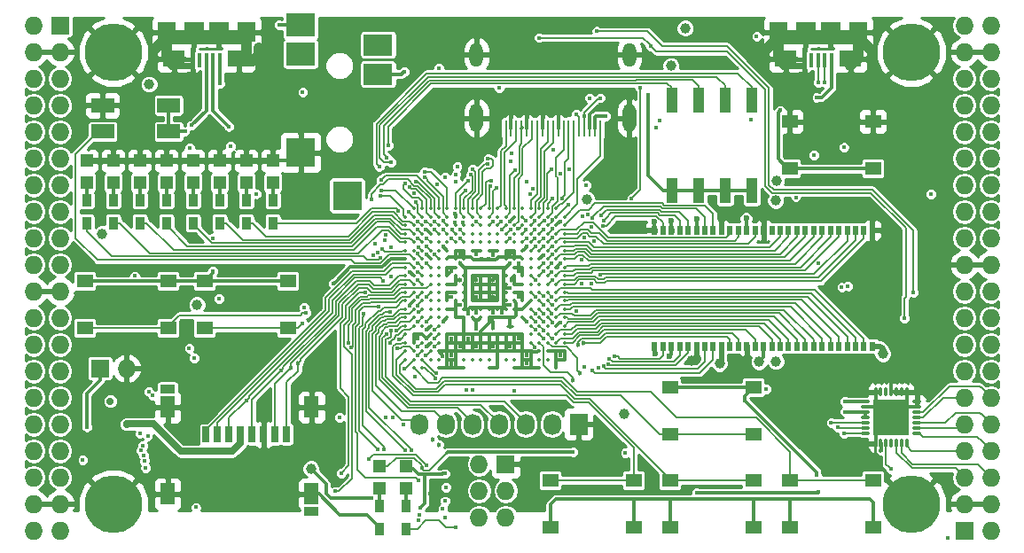
<source format=gtl>
G04 #@! TF.FileFunction,Copper,L1,Top,Signal*
%FSLAX46Y46*%
G04 Gerber Fmt 4.6, Leading zero omitted, Abs format (unit mm)*
G04 Created by KiCad (PCBNEW 4.0.7+dfsg1-1) date Fri Nov 10 03:09:52 2017*
%MOMM*%
%LPD*%
G01*
G04 APERTURE LIST*
%ADD10C,0.100000*%
%ADD11R,1.198880X1.198880*%
%ADD12R,0.560000X0.900000*%
%ADD13R,1.727200X1.727200*%
%ADD14O,1.727200X1.727200*%
%ADD15C,5.500000*%
%ADD16R,2.200000X1.400000*%
%ADD17R,0.900000X1.200000*%
%ADD18R,2.100000X1.600000*%
%ADD19R,1.900000X1.900000*%
%ADD20R,0.400000X1.350000*%
%ADD21R,1.800000X1.900000*%
%ADD22O,0.850000X0.300000*%
%ADD23O,0.300000X0.850000*%
%ADD24R,1.675000X1.675000*%
%ADD25R,1.727200X2.032000*%
%ADD26O,1.727200X2.032000*%
%ADD27R,2.800000X2.200000*%
%ADD28R,2.800000X2.800000*%
%ADD29R,2.800000X2.000000*%
%ADD30O,1.300000X2.700000*%
%ADD31O,1.300000X2.300000*%
%ADD32R,0.250000X1.600000*%
%ADD33R,1.550000X1.300000*%
%ADD34R,1.120000X2.440000*%
%ADD35C,0.350000*%
%ADD36R,0.700000X1.500000*%
%ADD37R,1.450000X0.900000*%
%ADD38R,1.450000X2.000000*%
%ADD39C,0.400000*%
%ADD40C,0.600000*%
%ADD41C,1.000000*%
%ADD42C,0.454000*%
%ADD43C,0.700000*%
%ADD44C,0.300000*%
%ADD45C,1.000000*%
%ADD46C,0.600000*%
%ADD47C,0.500000*%
%ADD48C,0.190000*%
%ADD49C,0.200000*%
%ADD50C,0.700000*%
%ADD51C,0.254000*%
G04 APERTURE END LIST*
D10*
D11*
X118230000Y-77709020D03*
X118230000Y-75610980D03*
X115690000Y-77709020D03*
X115690000Y-75610980D03*
X113150000Y-77709020D03*
X113150000Y-75610980D03*
X110610000Y-77709020D03*
X110610000Y-75610980D03*
X108070000Y-77709020D03*
X108070000Y-75610980D03*
X105530000Y-77709020D03*
X105530000Y-75610980D03*
X102990000Y-77709020D03*
X102990000Y-75610980D03*
X100450000Y-77709020D03*
X100450000Y-75610980D03*
D12*
X175480000Y-82270000D03*
X154680000Y-93330000D03*
X155480000Y-93330000D03*
X156280000Y-93330000D03*
X157080000Y-93330000D03*
X157880000Y-93330000D03*
X158680000Y-93330000D03*
X159480000Y-93330000D03*
X160280000Y-93330000D03*
X161080000Y-93330000D03*
X161880000Y-93330000D03*
X162680000Y-93330000D03*
X163480000Y-93330000D03*
X164280000Y-93330000D03*
X165080000Y-93330000D03*
X165880000Y-93330000D03*
X166680000Y-93330000D03*
X167480000Y-93330000D03*
X168280000Y-93330000D03*
X169080000Y-93330000D03*
X169880000Y-93330000D03*
X170680000Y-93330000D03*
X171480000Y-93330000D03*
X172280000Y-93330000D03*
X173080000Y-93330000D03*
X173880000Y-93330000D03*
X174680000Y-93330000D03*
X175480000Y-93330000D03*
X174680000Y-82270000D03*
X173880000Y-82270000D03*
X173080000Y-82270000D03*
X172280000Y-82270000D03*
X171480000Y-82270000D03*
X170680000Y-82270000D03*
X169880000Y-82270000D03*
X169080000Y-82270000D03*
X168280000Y-82270000D03*
X167480000Y-82270000D03*
X166680000Y-82270000D03*
X165880000Y-82270000D03*
X165080000Y-82270000D03*
X164280000Y-82270000D03*
X163480000Y-82270000D03*
X162680000Y-82270000D03*
X161880000Y-82270000D03*
X161080000Y-82270000D03*
X160280000Y-82270000D03*
X159480000Y-82270000D03*
X158680000Y-82270000D03*
X157880000Y-82270000D03*
X157080000Y-82270000D03*
X156280000Y-82270000D03*
X155480000Y-82270000D03*
X154680000Y-82270000D03*
D13*
X97910000Y-62690000D03*
D14*
X95370000Y-62690000D03*
X97910000Y-65230000D03*
X95370000Y-65230000D03*
X97910000Y-67770000D03*
X95370000Y-67770000D03*
X97910000Y-70310000D03*
X95370000Y-70310000D03*
X97910000Y-72850000D03*
X95370000Y-72850000D03*
X97910000Y-75390000D03*
X95370000Y-75390000D03*
X97910000Y-77930000D03*
X95370000Y-77930000D03*
X97910000Y-80470000D03*
X95370000Y-80470000D03*
X97910000Y-83010000D03*
X95370000Y-83010000D03*
X97910000Y-85550000D03*
X95370000Y-85550000D03*
X97910000Y-88090000D03*
X95370000Y-88090000D03*
X97910000Y-90630000D03*
X95370000Y-90630000D03*
X97910000Y-93170000D03*
X95370000Y-93170000D03*
X97910000Y-95710000D03*
X95370000Y-95710000D03*
X97910000Y-98250000D03*
X95370000Y-98250000D03*
X97910000Y-100790000D03*
X95370000Y-100790000D03*
X97910000Y-103330000D03*
X95370000Y-103330000D03*
X97910000Y-105870000D03*
X95370000Y-105870000D03*
X97910000Y-108410000D03*
X95370000Y-108410000D03*
X97910000Y-110950000D03*
X95370000Y-110950000D03*
D13*
X184270000Y-110950000D03*
D14*
X186810000Y-110950000D03*
X184270000Y-108410000D03*
X186810000Y-108410000D03*
X184270000Y-105870000D03*
X186810000Y-105870000D03*
X184270000Y-103330000D03*
X186810000Y-103330000D03*
X184270000Y-100790000D03*
X186810000Y-100790000D03*
X184270000Y-98250000D03*
X186810000Y-98250000D03*
X184270000Y-95710000D03*
X186810000Y-95710000D03*
X184270000Y-93170000D03*
X186810000Y-93170000D03*
X184270000Y-90630000D03*
X186810000Y-90630000D03*
X184270000Y-88090000D03*
X186810000Y-88090000D03*
X184270000Y-85550000D03*
X186810000Y-85550000D03*
X184270000Y-83010000D03*
X186810000Y-83010000D03*
X184270000Y-80470000D03*
X186810000Y-80470000D03*
X184270000Y-77930000D03*
X186810000Y-77930000D03*
X184270000Y-75390000D03*
X186810000Y-75390000D03*
X184270000Y-72850000D03*
X186810000Y-72850000D03*
X184270000Y-70310000D03*
X186810000Y-70310000D03*
X184270000Y-67770000D03*
X186810000Y-67770000D03*
X184270000Y-65230000D03*
X186810000Y-65230000D03*
X184270000Y-62690000D03*
X186810000Y-62690000D03*
D15*
X102990000Y-108410000D03*
X179190000Y-108410000D03*
X179190000Y-65230000D03*
X102990000Y-65230000D03*
D16*
X108274000Y-70330000D03*
X101974000Y-70330000D03*
X101974000Y-72830000D03*
X108274000Y-72830000D03*
D13*
X101720000Y-95456000D03*
D14*
X104260000Y-95456000D03*
D11*
X128390000Y-104820980D03*
X128390000Y-106919020D03*
X130930000Y-104820980D03*
X130930000Y-106919020D03*
D17*
X128390000Y-108580000D03*
X128390000Y-110780000D03*
X130930000Y-110780000D03*
X130930000Y-108580000D03*
D18*
X114980000Y-65875000D03*
X108780000Y-65875000D03*
D19*
X113080000Y-63325000D03*
X110680000Y-63325000D03*
D20*
X113180000Y-66000000D03*
X112530000Y-66000000D03*
X111880000Y-66000000D03*
X111230000Y-66000000D03*
X110580000Y-66000000D03*
D21*
X115680000Y-63325000D03*
X108080000Y-63325000D03*
D18*
X173400000Y-65875000D03*
X167200000Y-65875000D03*
D19*
X171500000Y-63325000D03*
X169100000Y-63325000D03*
D20*
X171600000Y-66000000D03*
X170950000Y-66000000D03*
X170300000Y-66000000D03*
X169650000Y-66000000D03*
X169000000Y-66000000D03*
D21*
X174100000Y-63325000D03*
X166500000Y-63325000D03*
D13*
X140455000Y-104600000D03*
D14*
X137915000Y-104600000D03*
X140455000Y-107140000D03*
X137915000Y-107140000D03*
X140455000Y-109680000D03*
X137915000Y-109680000D03*
D17*
X118230000Y-81570000D03*
X118230000Y-79370000D03*
X115690000Y-81570000D03*
X115690000Y-79370000D03*
X113150000Y-81570000D03*
X113150000Y-79370000D03*
X110610000Y-81570000D03*
X110610000Y-79370000D03*
X108070000Y-81570000D03*
X108070000Y-79370000D03*
X105530000Y-81570000D03*
X105530000Y-79370000D03*
X102990000Y-81570000D03*
X102990000Y-79370000D03*
X100450000Y-81570000D03*
X100450000Y-79370000D03*
D22*
X179735000Y-101655000D03*
X179735000Y-101155000D03*
X179735000Y-100655000D03*
X179735000Y-100155000D03*
X179735000Y-99655000D03*
X179735000Y-99155000D03*
X179735000Y-98655000D03*
D23*
X178785000Y-97705000D03*
X178285000Y-97705000D03*
X177785000Y-97705000D03*
X177285000Y-97705000D03*
X176785000Y-97705000D03*
X176285000Y-97705000D03*
X175785000Y-97705000D03*
D22*
X174835000Y-98655000D03*
X174835000Y-99155000D03*
X174835000Y-99655000D03*
X174835000Y-100155000D03*
X174835000Y-100655000D03*
X174835000Y-101155000D03*
X174835000Y-101655000D03*
D23*
X175785000Y-102605000D03*
X176285000Y-102605000D03*
X176785000Y-102605000D03*
X177285000Y-102605000D03*
X177785000Y-102605000D03*
X178285000Y-102605000D03*
X178785000Y-102605000D03*
D24*
X176447500Y-99317500D03*
X176447500Y-100992500D03*
X178122500Y-99317500D03*
X178122500Y-100992500D03*
D25*
X147440000Y-100790000D03*
D26*
X144900000Y-100790000D03*
X142360000Y-100790000D03*
X139820000Y-100790000D03*
X137280000Y-100790000D03*
X134740000Y-100790000D03*
X132200000Y-100790000D03*
D27*
X120880000Y-62640000D03*
X120880000Y-65440000D03*
D28*
X120880000Y-74840000D03*
X125330000Y-78940000D03*
D29*
X128280000Y-67340000D03*
X128280000Y-64540000D03*
D30*
X152280000Y-71550000D03*
X137680000Y-71550000D03*
D31*
X137680000Y-65500000D03*
D32*
X140480000Y-72500000D03*
X140980000Y-72500000D03*
X141480000Y-72500000D03*
X141980000Y-72500000D03*
X142480000Y-72500000D03*
X142980000Y-72500000D03*
X143480000Y-72500000D03*
X143980000Y-72500000D03*
X144480000Y-72500000D03*
X144980000Y-72500000D03*
X145480000Y-72500000D03*
X145980000Y-72500000D03*
X146480000Y-72500000D03*
X146980000Y-72500000D03*
X147480000Y-72500000D03*
X147980000Y-72500000D03*
X148480000Y-72500000D03*
X148980000Y-72500000D03*
X149480000Y-72500000D03*
D31*
X152280000Y-65500000D03*
D33*
X175550000Y-71870000D03*
X175550000Y-76370000D03*
X167590000Y-76370000D03*
X167590000Y-71870000D03*
X100280000Y-91610000D03*
X100280000Y-87110000D03*
X108240000Y-87110000D03*
X108240000Y-91610000D03*
X111710000Y-91610000D03*
X111710000Y-87110000D03*
X119670000Y-87110000D03*
X119670000Y-91610000D03*
X156160000Y-101770000D03*
X156160000Y-97270000D03*
X164120000Y-97270000D03*
X164120000Y-101770000D03*
X164120000Y-106160000D03*
X164120000Y-110660000D03*
X156160000Y-110660000D03*
X156160000Y-106160000D03*
X152690000Y-106160000D03*
X152690000Y-110660000D03*
X144730000Y-110660000D03*
X144730000Y-106160000D03*
X175550000Y-106160000D03*
X175550000Y-110660000D03*
X167590000Y-110660000D03*
X167590000Y-106160000D03*
D34*
X163950000Y-69815000D03*
X156330000Y-78425000D03*
X161410000Y-69815000D03*
X158870000Y-78425000D03*
X158870000Y-69815000D03*
X161410000Y-78425000D03*
X156330000Y-69815000D03*
X163950000Y-78425000D03*
D35*
X131680000Y-80200000D03*
X132480000Y-80200000D03*
X133280000Y-80200000D03*
X134080000Y-80200000D03*
X134880000Y-80200000D03*
X135680000Y-80200000D03*
X136480000Y-80200000D03*
X137280000Y-80200000D03*
X138080000Y-80200000D03*
X138880000Y-80200000D03*
X139680000Y-80200000D03*
X140480000Y-80200000D03*
X141280000Y-80200000D03*
X142080000Y-80200000D03*
X142880000Y-80200000D03*
X143680000Y-80200000D03*
X144480000Y-80200000D03*
X145280000Y-80200000D03*
X130880000Y-81000000D03*
X131680000Y-81000000D03*
X132480000Y-81000000D03*
X133280000Y-81000000D03*
X134080000Y-81000000D03*
X134880000Y-81000000D03*
X135680000Y-81000000D03*
X136480000Y-81000000D03*
X137280000Y-81000000D03*
X138080000Y-81000000D03*
X138880000Y-81000000D03*
X139680000Y-81000000D03*
X140480000Y-81000000D03*
X141280000Y-81000000D03*
X142080000Y-81000000D03*
X142880000Y-81000000D03*
X143680000Y-81000000D03*
X144480000Y-81000000D03*
X145280000Y-81000000D03*
X146080000Y-81000000D03*
X130880000Y-81800000D03*
X131680000Y-81800000D03*
X132480000Y-81800000D03*
X133280000Y-81800000D03*
X134080000Y-81800000D03*
X134880000Y-81800000D03*
X135680000Y-81800000D03*
X136480000Y-81800000D03*
X137280000Y-81800000D03*
X138080000Y-81800000D03*
X138880000Y-81800000D03*
X139680000Y-81800000D03*
X140480000Y-81800000D03*
X141280000Y-81800000D03*
X142080000Y-81800000D03*
X142880000Y-81800000D03*
X143680000Y-81800000D03*
X144480000Y-81800000D03*
X145280000Y-81800000D03*
X146080000Y-81800000D03*
X130880000Y-82600000D03*
X131680000Y-82600000D03*
X132480000Y-82600000D03*
X133280000Y-82600000D03*
X134080000Y-82600000D03*
X134880000Y-82600000D03*
X135680000Y-82600000D03*
X136480000Y-82600000D03*
X137280000Y-82600000D03*
X138080000Y-82600000D03*
X138880000Y-82600000D03*
X139680000Y-82600000D03*
X140480000Y-82600000D03*
X141280000Y-82600000D03*
X142080000Y-82600000D03*
X142880000Y-82600000D03*
X143680000Y-82600000D03*
X144480000Y-82600000D03*
X145280000Y-82600000D03*
X146080000Y-82600000D03*
X130880000Y-83400000D03*
X131680000Y-83400000D03*
X132480000Y-83400000D03*
X133280000Y-83400000D03*
X134080000Y-83400000D03*
X134880000Y-83400000D03*
X135680000Y-83400000D03*
X136480000Y-83400000D03*
X137280000Y-83400000D03*
X138080000Y-83400000D03*
X138880000Y-83400000D03*
X139680000Y-83400000D03*
X140480000Y-83400000D03*
X141280000Y-83400000D03*
X142080000Y-83400000D03*
X142880000Y-83400000D03*
X143680000Y-83400000D03*
X144480000Y-83400000D03*
X145280000Y-83400000D03*
X146080000Y-83400000D03*
X130880000Y-84200000D03*
X131680000Y-84200000D03*
X132480000Y-84200000D03*
X133280000Y-84200000D03*
X134080000Y-84200000D03*
X134880000Y-84200000D03*
X135680000Y-84200000D03*
X136480000Y-84200000D03*
X137280000Y-84200000D03*
X138080000Y-84200000D03*
X138880000Y-84200000D03*
X139680000Y-84200000D03*
X140480000Y-84200000D03*
X141280000Y-84200000D03*
X142080000Y-84200000D03*
X142880000Y-84200000D03*
X143680000Y-84200000D03*
X144480000Y-84200000D03*
X145280000Y-84200000D03*
X146080000Y-84200000D03*
X130880000Y-85000000D03*
X131680000Y-85000000D03*
X132480000Y-85000000D03*
X133280000Y-85000000D03*
X134080000Y-85000000D03*
X134880000Y-85000000D03*
X135680000Y-85000000D03*
X136480000Y-85000000D03*
X137280000Y-85000000D03*
X138080000Y-85000000D03*
X138880000Y-85000000D03*
X139680000Y-85000000D03*
X140480000Y-85000000D03*
X141280000Y-85000000D03*
X142080000Y-85000000D03*
X142880000Y-85000000D03*
X143680000Y-85000000D03*
X144480000Y-85000000D03*
X145280000Y-85000000D03*
X146080000Y-85000000D03*
X130880000Y-85800000D03*
X131680000Y-85800000D03*
X132480000Y-85800000D03*
X133280000Y-85800000D03*
X134080000Y-85800000D03*
X134880000Y-85800000D03*
X135680000Y-85800000D03*
X136480000Y-85800000D03*
X137280000Y-85800000D03*
X138080000Y-85800000D03*
X138880000Y-85800000D03*
X139680000Y-85800000D03*
X140480000Y-85800000D03*
X141280000Y-85800000D03*
X142080000Y-85800000D03*
X142880000Y-85800000D03*
X143680000Y-85800000D03*
X144480000Y-85800000D03*
X145280000Y-85800000D03*
X146080000Y-85800000D03*
X130880000Y-86600000D03*
X131680000Y-86600000D03*
X132480000Y-86600000D03*
X133280000Y-86600000D03*
X134080000Y-86600000D03*
X134880000Y-86600000D03*
X135680000Y-86600000D03*
X136480000Y-86600000D03*
X137280000Y-86600000D03*
X138080000Y-86600000D03*
X138880000Y-86600000D03*
X139680000Y-86600000D03*
X140480000Y-86600000D03*
X141280000Y-86600000D03*
X142080000Y-86600000D03*
X142880000Y-86600000D03*
X143680000Y-86600000D03*
X144480000Y-86600000D03*
X145280000Y-86600000D03*
X146080000Y-86600000D03*
X130880000Y-87400000D03*
X131680000Y-87400000D03*
X132480000Y-87400000D03*
X133280000Y-87400000D03*
X134080000Y-87400000D03*
X134880000Y-87400000D03*
X135680000Y-87400000D03*
X136480000Y-87400000D03*
X137280000Y-87400000D03*
X138080000Y-87400000D03*
X138880000Y-87400000D03*
X139680000Y-87400000D03*
X140480000Y-87400000D03*
X141280000Y-87400000D03*
X142080000Y-87400000D03*
X142880000Y-87400000D03*
X143680000Y-87400000D03*
X144480000Y-87400000D03*
X145280000Y-87400000D03*
X146080000Y-87400000D03*
X130880000Y-88200000D03*
X131680000Y-88200000D03*
X132480000Y-88200000D03*
X133280000Y-88200000D03*
X134080000Y-88200000D03*
X134880000Y-88200000D03*
X135680000Y-88200000D03*
X136480000Y-88200000D03*
X137280000Y-88200000D03*
X138080000Y-88200000D03*
X138880000Y-88200000D03*
X139680000Y-88200000D03*
X140480000Y-88200000D03*
X141280000Y-88200000D03*
X142080000Y-88200000D03*
X142880000Y-88200000D03*
X143680000Y-88200000D03*
X144480000Y-88200000D03*
X145280000Y-88200000D03*
X146080000Y-88200000D03*
X130880000Y-89000000D03*
X131680000Y-89000000D03*
X132480000Y-89000000D03*
X133280000Y-89000000D03*
X134080000Y-89000000D03*
X134880000Y-89000000D03*
X135680000Y-89000000D03*
X136480000Y-89000000D03*
X137280000Y-89000000D03*
X138080000Y-89000000D03*
X138880000Y-89000000D03*
X139680000Y-89000000D03*
X140480000Y-89000000D03*
X141280000Y-89000000D03*
X142080000Y-89000000D03*
X142880000Y-89000000D03*
X143680000Y-89000000D03*
X144480000Y-89000000D03*
X145280000Y-89000000D03*
X146080000Y-89000000D03*
X130880000Y-89800000D03*
X131680000Y-89800000D03*
X132480000Y-89800000D03*
X133280000Y-89800000D03*
X134080000Y-89800000D03*
X134880000Y-89800000D03*
X135680000Y-89800000D03*
X136480000Y-89800000D03*
X137280000Y-89800000D03*
X138080000Y-89800000D03*
X138880000Y-89800000D03*
X139680000Y-89800000D03*
X140480000Y-89800000D03*
X141280000Y-89800000D03*
X142080000Y-89800000D03*
X142880000Y-89800000D03*
X143680000Y-89800000D03*
X144480000Y-89800000D03*
X145280000Y-89800000D03*
X146080000Y-89800000D03*
X130880000Y-90600000D03*
X131680000Y-90600000D03*
X132480000Y-90600000D03*
X133280000Y-90600000D03*
X134080000Y-90600000D03*
X134880000Y-90600000D03*
X135680000Y-90600000D03*
X136480000Y-90600000D03*
X137280000Y-90600000D03*
X138080000Y-90600000D03*
X138880000Y-90600000D03*
X139680000Y-90600000D03*
X140480000Y-90600000D03*
X141280000Y-90600000D03*
X142080000Y-90600000D03*
X142880000Y-90600000D03*
X143680000Y-90600000D03*
X144480000Y-90600000D03*
X145280000Y-90600000D03*
X146080000Y-90600000D03*
X130880000Y-91400000D03*
X131680000Y-91400000D03*
X132480000Y-91400000D03*
X133280000Y-91400000D03*
X134080000Y-91400000D03*
X142880000Y-91400000D03*
X143680000Y-91400000D03*
X144480000Y-91400000D03*
X145280000Y-91400000D03*
X146080000Y-91400000D03*
X130880000Y-92200000D03*
X131680000Y-92200000D03*
X132480000Y-92200000D03*
X133280000Y-92200000D03*
X134080000Y-92200000D03*
X134880000Y-92200000D03*
X135680000Y-92200000D03*
X136480000Y-92200000D03*
X137280000Y-92200000D03*
X138080000Y-92200000D03*
X138880000Y-92200000D03*
X139680000Y-92200000D03*
X140480000Y-92200000D03*
X141280000Y-92200000D03*
X142080000Y-92200000D03*
X142880000Y-92200000D03*
X143680000Y-92200000D03*
X144480000Y-92200000D03*
X145280000Y-92200000D03*
X146080000Y-92200000D03*
X130880000Y-93000000D03*
X131680000Y-93000000D03*
X132480000Y-93000000D03*
X133280000Y-93000000D03*
X134080000Y-93000000D03*
X134880000Y-93000000D03*
X135680000Y-93000000D03*
X136480000Y-93000000D03*
X137280000Y-93000000D03*
X138080000Y-93000000D03*
X138880000Y-93000000D03*
X139680000Y-93000000D03*
X140480000Y-93000000D03*
X141280000Y-93000000D03*
X142080000Y-93000000D03*
X142880000Y-93000000D03*
X143680000Y-93000000D03*
X144480000Y-93000000D03*
X145280000Y-93000000D03*
X146080000Y-93000000D03*
X130880000Y-93800000D03*
X131680000Y-93800000D03*
X132480000Y-93800000D03*
X133280000Y-93800000D03*
X134080000Y-93800000D03*
X134880000Y-93800000D03*
X135680000Y-93800000D03*
X136480000Y-93800000D03*
X137280000Y-93800000D03*
X138080000Y-93800000D03*
X138880000Y-93800000D03*
X139680000Y-93800000D03*
X140480000Y-93800000D03*
X141280000Y-93800000D03*
X142080000Y-93800000D03*
X142880000Y-93800000D03*
X143680000Y-93800000D03*
X144480000Y-93800000D03*
X145280000Y-93800000D03*
X146080000Y-93800000D03*
X130880000Y-94600000D03*
X131680000Y-94600000D03*
X132480000Y-94600000D03*
X133280000Y-94600000D03*
X134080000Y-94600000D03*
X134880000Y-94600000D03*
X135680000Y-94600000D03*
X136480000Y-94600000D03*
X137280000Y-94600000D03*
X138080000Y-94600000D03*
X138880000Y-94600000D03*
X139680000Y-94600000D03*
X140480000Y-94600000D03*
X141280000Y-94600000D03*
X142080000Y-94600000D03*
X142880000Y-94600000D03*
X143680000Y-94600000D03*
X144480000Y-94600000D03*
X145280000Y-94600000D03*
X146080000Y-94600000D03*
X131680000Y-95400000D03*
X132480000Y-95400000D03*
X134080000Y-95400000D03*
X134880000Y-95400000D03*
X135680000Y-95400000D03*
X136480000Y-95400000D03*
X138880000Y-95400000D03*
X139680000Y-95400000D03*
X141280000Y-95400000D03*
X142080000Y-95400000D03*
X142880000Y-95400000D03*
X143680000Y-95400000D03*
X145280000Y-95400000D03*
D36*
X111855000Y-101765000D03*
X112955000Y-101765000D03*
X114055000Y-101765000D03*
X115155000Y-101765000D03*
X116255000Y-101765000D03*
X117355000Y-101765000D03*
X118455000Y-101765000D03*
X119555000Y-101765000D03*
D37*
X108180000Y-97465000D03*
X121930000Y-109115000D03*
D38*
X121930000Y-99165000D03*
X108180000Y-99165000D03*
X108180000Y-107465000D03*
X121930000Y-107465000D03*
D39*
X170309539Y-85441529D03*
X145698456Y-91073766D03*
D40*
X156262773Y-81349374D03*
X154657528Y-81463649D03*
D41*
X158233687Y-94760979D03*
D39*
X145672808Y-85396062D03*
X144103186Y-84622010D03*
X133216000Y-107465000D03*
X137680000Y-88600000D03*
X142480000Y-95000000D03*
X141680000Y-92600000D03*
X140836000Y-84534000D03*
X135284627Y-94985297D03*
X135288625Y-94225619D03*
X134455822Y-94267172D03*
X131280000Y-89450837D03*
X120770000Y-72215000D03*
X136095958Y-93369652D03*
D42*
X139264636Y-91615205D03*
D41*
X116880503Y-64802940D03*
X106974809Y-64953974D03*
X175210328Y-64948943D03*
X165417246Y-64954666D03*
D39*
X175495631Y-71457432D03*
X132880424Y-84561218D03*
X135567436Y-80702302D03*
X132810347Y-82177990D03*
X145680000Y-94177990D03*
X177285000Y-95710000D03*
D41*
X177229911Y-82281349D03*
D40*
X164741832Y-81130572D03*
X161067993Y-81216119D03*
D41*
X162992748Y-94820185D03*
D39*
X131254529Y-86251357D03*
X140880000Y-81400000D03*
X136085174Y-89394826D03*
X145680000Y-81400000D03*
X140874194Y-91433353D03*
X142480000Y-94200000D03*
X140880000Y-93400000D03*
X139280000Y-93400000D03*
X137680000Y-93400000D03*
X136880000Y-92600000D03*
X135280000Y-92600000D03*
X132880000Y-91800000D03*
X132880000Y-93400000D03*
D42*
X141042859Y-86994997D03*
X139280000Y-87000000D03*
X136110990Y-86995403D03*
X137680000Y-87000000D03*
X136080000Y-84600000D03*
X139280000Y-88600000D03*
D39*
X172564535Y-87722010D03*
D41*
X121861867Y-105030174D03*
D39*
X150030853Y-71331848D03*
X127656639Y-107816792D03*
D41*
X156235582Y-66548363D03*
X166321614Y-77572282D03*
X166248957Y-79408030D03*
X101932065Y-82585048D03*
X106417803Y-68312483D03*
X166280000Y-94800000D03*
X157600000Y-62944000D03*
X160884708Y-94994498D03*
D40*
X156077107Y-94326957D03*
X154726292Y-94009946D03*
D39*
X173137949Y-87594275D03*
D41*
X148202454Y-79278787D03*
D43*
X102710050Y-98594954D03*
D39*
X110855283Y-108726380D03*
X148160764Y-77980787D03*
X154794000Y-72426000D03*
X129005202Y-100174798D03*
X137659051Y-91638034D03*
X139820000Y-68665673D03*
X172834633Y-99599920D03*
X172879922Y-98618650D03*
X176305593Y-103279812D03*
X165349214Y-97422919D03*
X164433885Y-63737451D03*
X134079160Y-66786153D03*
X109828000Y-72830000D03*
X116654336Y-78777990D03*
D41*
X176474303Y-94069095D03*
D40*
X163422030Y-81120665D03*
X158680000Y-81210838D03*
D39*
X112515000Y-83010000D03*
X181065000Y-78785000D03*
X100080000Y-104200000D03*
X113080000Y-88800000D03*
D41*
X164653770Y-94825547D03*
D39*
X135273306Y-88618602D03*
X139272517Y-84611349D03*
X137680556Y-84534085D03*
X141680000Y-86200000D03*
X135280000Y-86200000D03*
X132880000Y-92600000D03*
X132080000Y-92600000D03*
X141680000Y-88600000D03*
X141680000Y-85400000D03*
D41*
X151758000Y-99774000D03*
D39*
X136885174Y-90194826D03*
X140094890Y-90122990D03*
X139280000Y-90122990D03*
X140880000Y-89400000D03*
X137680000Y-90172990D03*
X140880000Y-87800000D03*
X140880000Y-85400000D03*
D42*
X136080000Y-85400000D03*
D39*
X130022680Y-91834237D03*
X121369010Y-90164222D03*
X130279644Y-92674772D03*
X121041200Y-91125073D03*
D41*
X110991000Y-89360000D03*
D39*
X142480000Y-91000000D03*
X142480000Y-83800000D03*
X134480000Y-83800000D03*
X134480000Y-91000000D03*
X121086654Y-69078528D03*
X105037711Y-86632990D03*
X155149360Y-71764535D03*
X170182962Y-69571012D03*
X170362901Y-107286196D03*
X158716651Y-107325176D03*
X137295592Y-97538017D03*
X134750646Y-106810513D03*
X133680000Y-91800000D03*
D42*
X134074414Y-102752225D03*
D39*
X136740903Y-97514503D03*
X134675868Y-108131585D03*
D42*
X133449289Y-102232615D03*
D39*
X133680000Y-92600000D03*
X133685482Y-93402296D03*
X127358154Y-104128048D03*
X132936956Y-104698915D03*
X134463998Y-108841973D03*
X130692380Y-100790000D03*
X131808905Y-96227367D03*
X134636872Y-109719950D03*
X132846234Y-94197073D03*
X118858690Y-62658970D03*
X130761990Y-67119621D03*
X147186000Y-71200000D03*
X148477832Y-69619684D03*
X147983153Y-71347080D03*
X149475951Y-69619684D03*
X178558190Y-90656032D03*
X154329326Y-64643767D03*
X152497066Y-79193467D03*
X146481406Y-79819384D03*
X153322343Y-68673419D03*
X143650666Y-63862520D03*
X179375977Y-88226957D03*
X149183754Y-63257114D03*
X140035989Y-81400000D03*
X115729998Y-98493136D03*
X128776655Y-87110882D03*
X132077895Y-86272150D03*
X119008515Y-95662939D03*
D42*
X119978162Y-95412951D03*
X120634035Y-94977604D03*
D39*
X113212238Y-68244401D03*
X144962492Y-79235378D03*
X145834002Y-79198109D03*
X131453853Y-103260518D03*
X149771692Y-81825658D03*
X144080000Y-86200000D03*
X149520824Y-86534121D03*
X144894316Y-86977564D03*
X149549750Y-80868432D03*
X144917291Y-83835368D03*
D42*
X147355672Y-93219294D03*
D39*
X144113248Y-92588762D03*
X144875155Y-86218896D03*
X149846468Y-81303978D03*
X148719886Y-81056015D03*
X144916886Y-82991358D03*
D42*
X147915304Y-93063131D03*
D39*
X144882352Y-92577990D03*
X148747982Y-95669626D03*
X144891634Y-91073766D03*
X149795895Y-95251084D03*
X144867244Y-90229755D03*
X150278898Y-95040253D03*
X144892596Y-89385743D03*
X150345974Y-94517527D03*
X144877648Y-88622010D03*
X150889207Y-94332565D03*
X143280000Y-87000000D03*
X130807074Y-95454141D03*
X130141886Y-93532031D03*
X132080000Y-93400000D03*
X129438090Y-93014450D03*
X133852393Y-95875797D03*
X141280000Y-97600000D03*
X133762848Y-96395146D03*
X132080000Y-94200000D03*
X105895603Y-103765816D03*
X128669601Y-84020243D03*
X132080000Y-89450837D03*
X130839486Y-103260518D03*
X129459184Y-90039192D03*
X128806823Y-103185900D03*
X132162861Y-106185868D03*
X128321313Y-89539949D03*
X132880000Y-88600000D03*
X127040053Y-88166906D03*
X124741825Y-105494691D03*
X132080000Y-87000000D03*
X125740979Y-93452427D03*
X124202418Y-107207639D03*
X110313517Y-74380698D03*
X132146108Y-109940263D03*
X114166000Y-74247000D03*
X132189000Y-109415000D03*
X135694981Y-77648547D03*
X135567436Y-81489225D03*
X134702010Y-77200000D03*
X134471354Y-81347908D03*
X132761172Y-77202673D03*
X132737245Y-76676207D03*
X128545566Y-77476577D03*
X127643658Y-79355564D03*
X110718734Y-94451783D03*
X128515897Y-78994176D03*
X110249038Y-93533767D03*
X128569727Y-78469921D03*
X131253134Y-78134216D03*
X106368514Y-97662752D03*
X106741168Y-98035405D03*
X131709326Y-78745875D03*
X132783332Y-81399993D03*
X105572759Y-101661319D03*
X129016746Y-82660638D03*
X132084821Y-83022010D03*
X106281049Y-101893466D03*
X128948848Y-83183258D03*
X132886504Y-83777990D03*
X105813763Y-102819336D03*
X129513931Y-83860979D03*
X132117443Y-83866021D03*
X105627254Y-103312241D03*
X127966259Y-83515785D03*
X132079996Y-84503337D03*
X105992720Y-104283802D03*
X128261987Y-84383463D03*
X133671942Y-84595200D03*
X106088753Y-104974041D03*
X127824162Y-84676807D03*
X132875802Y-85428138D03*
D42*
X146862501Y-96617499D03*
X147534467Y-95913260D03*
D39*
X147927932Y-95329243D03*
X143280000Y-91000000D03*
X149284391Y-95377990D03*
X144077013Y-90266968D03*
X147207648Y-89973043D03*
X144076240Y-89395301D03*
X143281824Y-90201951D03*
X144102010Y-85397219D03*
X147687522Y-85093328D03*
X144868096Y-85371354D03*
X148610669Y-81900026D03*
X144102010Y-83000000D03*
X144888125Y-82147347D03*
X147695541Y-87377990D03*
X144082832Y-88584510D03*
X148688598Y-87378077D03*
X143278026Y-88595030D03*
X148298275Y-80739810D03*
X144102010Y-82185600D03*
X147802234Y-80917812D03*
X144880004Y-81303335D03*
X139280000Y-81400000D03*
X139578623Y-78205862D03*
X138968064Y-78040948D03*
X139046556Y-77517650D03*
X138775679Y-75942989D03*
X138779198Y-75400762D03*
X137680000Y-81400000D03*
X137308732Y-76415018D03*
X137106948Y-76979922D03*
X136856003Y-77562978D03*
X136634118Y-78451672D03*
X135830698Y-76200613D03*
X136411444Y-81497309D03*
X148878722Y-83261032D03*
X144915665Y-84598743D03*
X148001372Y-82958777D03*
X144103186Y-83777990D03*
X142841210Y-78784254D03*
X142473549Y-82998913D03*
X143057990Y-78303891D03*
X142396423Y-82191394D03*
X145713979Y-76895375D03*
X144146021Y-81374784D03*
X144860423Y-76406173D03*
X146557990Y-76430564D03*
X143257990Y-82207154D03*
X143257990Y-81379632D03*
X145017056Y-74611129D03*
X141657990Y-82130345D03*
X142413979Y-81382236D03*
X140080000Y-82200000D03*
X141342967Y-76554996D03*
X141046643Y-74873804D03*
X140864029Y-83041403D03*
X140980062Y-75681941D03*
X140924011Y-82179283D03*
X129542604Y-86703515D03*
X132880000Y-83022010D03*
X132080000Y-82177990D03*
X132080000Y-81400000D03*
X131847310Y-79589886D03*
X130856828Y-77786820D03*
X131923295Y-77584853D03*
X133654358Y-82177990D03*
X133627343Y-81396408D03*
X129493635Y-91853281D03*
X132880000Y-91000000D03*
X129092715Y-92195341D03*
X132077648Y-90977990D03*
X130196821Y-80377733D03*
X131180000Y-80500000D03*
X128489708Y-84867377D03*
X132079620Y-85428138D03*
X163908850Y-71651861D03*
X134501414Y-82177578D03*
X133922194Y-77854836D03*
X135656559Y-110610712D03*
X132448438Y-104994496D03*
X146844288Y-103452739D03*
X134707351Y-105508447D03*
X132280000Y-108800000D03*
D43*
X104260000Y-100790000D03*
D39*
X112515000Y-86185000D03*
X169506589Y-107953726D03*
X163277422Y-98501717D03*
X170157734Y-105666345D03*
X169895346Y-75092988D03*
X143257990Y-83000000D03*
X168166438Y-79108038D03*
X151896383Y-103510715D03*
X114039000Y-72342000D03*
X110483000Y-72215000D03*
X143269694Y-93414905D03*
X177274002Y-105079115D03*
X172761273Y-101651681D03*
X143280000Y-91800000D03*
X172193360Y-101105663D03*
X144064831Y-91877646D03*
X171540304Y-100645743D03*
X144080000Y-91000000D03*
X154044000Y-69294000D03*
X128386755Y-76157168D03*
X135280000Y-83022010D03*
X129493343Y-75737814D03*
X136080000Y-83000000D03*
X129125079Y-75315804D03*
X135345425Y-82176814D03*
X135725421Y-76909376D03*
X129252218Y-74142461D03*
X136080000Y-82200000D03*
X172746637Y-74347988D03*
X143280000Y-83800000D03*
X142480000Y-77600000D03*
X170300000Y-68151000D03*
X170950000Y-68125562D03*
X125423968Y-92992129D03*
X121206217Y-89662983D03*
X132156079Y-90030946D03*
X182675150Y-111637626D03*
X124027706Y-87347706D03*
X124027707Y-87347707D03*
X166678914Y-70803555D03*
X129660000Y-100155000D03*
X124580000Y-100155000D03*
X126880000Y-90200000D03*
X128280000Y-103200000D03*
X132080000Y-88600000D03*
X100450000Y-101044000D03*
D44*
X145280000Y-91400000D02*
X145606234Y-91073766D01*
X145606234Y-91073766D02*
X145698456Y-91073766D01*
X156280000Y-82270000D02*
X156280000Y-81366601D01*
X156280000Y-81366601D02*
X156262773Y-81349374D01*
X154680000Y-81486121D02*
X154657528Y-81463649D01*
X154680000Y-82270000D02*
X154680000Y-81486121D01*
X158680000Y-93330000D02*
X158680000Y-94314666D01*
X158680000Y-94314666D02*
X158233687Y-94760979D01*
X145672808Y-85407192D02*
X145672808Y-85396062D01*
X145280000Y-85800000D02*
X145672808Y-85407192D01*
X143680000Y-85000000D02*
X144057990Y-84622010D01*
X144057990Y-84622010D02*
X144103186Y-84622010D01*
X148480000Y-71200000D02*
X149230000Y-70450000D01*
X148480000Y-72500000D02*
X148480000Y-71200000D01*
X145480000Y-72500000D02*
X145480000Y-71200000D01*
X143980000Y-72500000D02*
X143980000Y-71200000D01*
X142480000Y-72500000D02*
X142480000Y-71450000D01*
X142480000Y-71200000D02*
X142480000Y-71450000D01*
X140980000Y-72500000D02*
X140980000Y-71200000D01*
X121930000Y-107465000D02*
X122619000Y-107465000D01*
X122619000Y-107465000D02*
X124580000Y-109426000D01*
X124580000Y-109426000D02*
X127186000Y-109426000D01*
X127186000Y-109426000D02*
X128390000Y-110630000D01*
X128390000Y-110630000D02*
X128390000Y-110780000D01*
X137280000Y-89000000D02*
X137680000Y-88600000D01*
X142480000Y-94600000D02*
X142880000Y-94600000D01*
X142080000Y-94600000D02*
X142480000Y-94600000D01*
X142480000Y-94600000D02*
X142480000Y-95000000D01*
X141680000Y-92200000D02*
X142080000Y-92200000D01*
X141280000Y-92200000D02*
X141680000Y-92200000D01*
X141680000Y-92200000D02*
X141680000Y-92600000D01*
X141280000Y-84200000D02*
X141170000Y-84200000D01*
X141170000Y-84200000D02*
X140836000Y-84534000D01*
X135284627Y-95395373D02*
X135284627Y-95268139D01*
X135280000Y-95400000D02*
X135284627Y-95395373D01*
X135284627Y-95268139D02*
X135284627Y-94985297D01*
X135288625Y-93942777D02*
X135288625Y-94225619D01*
X135288625Y-93808625D02*
X135288625Y-93942777D01*
X135280000Y-93800000D02*
X135288625Y-93808625D01*
X134455822Y-94175822D02*
X134455822Y-94267172D01*
X134080000Y-93800000D02*
X134455822Y-94175822D01*
X145280000Y-94600000D02*
X145280000Y-95400000D01*
X143498655Y-93891906D02*
X143590561Y-93800000D01*
X143040733Y-93891906D02*
X143498655Y-93891906D01*
X142880000Y-93800000D02*
X142948827Y-93800000D01*
X142948827Y-93800000D02*
X143040733Y-93891906D01*
X143590561Y-93800000D02*
X143680000Y-93800000D01*
X145280000Y-93800000D02*
X144480000Y-93800000D01*
X146080000Y-94600000D02*
X146080000Y-93800000D01*
X145280000Y-94600000D02*
X146080000Y-94600000D01*
X142080000Y-95400000D02*
X142080000Y-94600000D01*
X142880000Y-95400000D02*
X142880000Y-94600000D01*
X142880000Y-95400000D02*
X143680000Y-95400000D01*
X142080000Y-95400000D02*
X142880000Y-95400000D01*
X141280000Y-95400000D02*
X142080000Y-95400000D01*
X142080000Y-93000000D02*
X142080000Y-93800000D01*
X138880000Y-92200000D02*
X138880000Y-93000000D01*
X139680000Y-92200000D02*
X139680000Y-93000000D01*
X140480000Y-93000000D02*
X140480000Y-92200000D01*
X141280000Y-93000000D02*
X141280000Y-92200000D01*
X142080000Y-93000000D02*
X141280000Y-93000000D01*
X142080000Y-92200000D02*
X142080000Y-93000000D01*
X140480000Y-92200000D02*
X141280000Y-92200000D01*
X139680000Y-92200000D02*
X140480000Y-92200000D01*
X138880000Y-92200000D02*
X139680000Y-92200000D01*
X138080000Y-92200000D02*
X138880000Y-92200000D01*
X131280000Y-89400000D02*
X131280000Y-89450837D01*
X131680000Y-89000000D02*
X131280000Y-89400000D01*
X120880000Y-74840000D02*
X120880000Y-73140000D01*
X120880000Y-73140000D02*
X120770000Y-73030000D01*
X120770000Y-73030000D02*
X120770000Y-72215000D01*
X136095958Y-93086810D02*
X136095958Y-93369652D01*
X136080000Y-93000000D02*
X136095958Y-93015958D01*
X136095958Y-93015958D02*
X136095958Y-93086810D01*
X139264636Y-91294179D02*
X139264636Y-91615205D01*
X139264636Y-90984636D02*
X139264636Y-91294179D01*
X138880000Y-90600000D02*
X139264636Y-90984636D01*
D45*
X116880503Y-65510046D02*
X116880503Y-64802940D01*
X116265561Y-66124988D02*
X116880503Y-65510046D01*
X115680000Y-65910000D02*
X115894988Y-66124988D01*
X115680000Y-63960000D02*
X115680000Y-65910000D01*
X115894988Y-66124988D02*
X116265561Y-66124988D01*
X107474808Y-64453975D02*
X106974809Y-64953974D01*
X107968783Y-63960000D02*
X107474808Y-64453975D01*
X108080000Y-63960000D02*
X107968783Y-63960000D01*
X174710329Y-64448944D02*
X175210328Y-64948943D01*
X174100000Y-63960000D02*
X174221385Y-63960000D01*
X174221385Y-63960000D02*
X174710329Y-64448944D01*
X165917245Y-64454667D02*
X165417246Y-64954666D01*
X166411912Y-63960000D02*
X165917245Y-64454667D01*
X166500000Y-63960000D02*
X166411912Y-63960000D01*
D44*
X175495631Y-71740274D02*
X175495631Y-71457432D01*
X175495631Y-72230631D02*
X175495631Y-71740274D01*
X175535000Y-72270000D02*
X175495631Y-72230631D01*
D46*
X108780000Y-66510000D02*
X110455000Y-66510000D01*
D44*
X110455000Y-66510000D02*
X110580000Y-66635000D01*
D45*
X108080000Y-63960000D02*
X108080000Y-65810000D01*
X108080000Y-65810000D02*
X108780000Y-66510000D01*
X115680000Y-63960000D02*
X115680000Y-65810000D01*
D44*
X115680000Y-65810000D02*
X114980000Y-66510000D01*
D45*
X113080000Y-63960000D02*
X115680000Y-63960000D01*
X110680000Y-63960000D02*
X113080000Y-63960000D01*
X108080000Y-63960000D02*
X110680000Y-63960000D01*
D46*
X167200000Y-66510000D02*
X168875000Y-66510000D01*
D44*
X168875000Y-66510000D02*
X169000000Y-66635000D01*
D45*
X174100000Y-63960000D02*
X174100000Y-65810000D01*
X174100000Y-65810000D02*
X173400000Y-66510000D01*
X166500000Y-63960000D02*
X166500000Y-65810000D01*
X166500000Y-65810000D02*
X167200000Y-66510000D01*
X171500000Y-63960000D02*
X174100000Y-63960000D01*
X169100000Y-63960000D02*
X171500000Y-63960000D01*
X166500000Y-63960000D02*
X169100000Y-63960000D01*
D44*
X132880424Y-84600424D02*
X132880424Y-84561218D01*
X133280000Y-85000000D02*
X132880424Y-84600424D01*
X135680000Y-80752513D02*
X135629789Y-80702302D01*
X135629789Y-80702302D02*
X135567436Y-80702302D01*
X135680000Y-81000000D02*
X135680000Y-80752513D01*
X132857990Y-82177990D02*
X132810347Y-82177990D01*
X133280000Y-82600000D02*
X132857990Y-82177990D01*
X145680000Y-93800000D02*
X145680000Y-94177990D01*
X178785000Y-97705000D02*
X178785000Y-98655000D01*
X178785000Y-98655000D02*
X178122500Y-99317500D01*
X176285000Y-97705000D02*
X175785000Y-97705000D01*
X175785000Y-102605000D02*
X175785000Y-101655000D01*
X175785000Y-101655000D02*
X176447500Y-100992500D01*
X178122500Y-99317500D02*
X178122500Y-100992500D01*
X176447500Y-99317500D02*
X178122500Y-99317500D01*
X176447500Y-100992500D02*
X178122500Y-100992500D01*
X177285000Y-97705000D02*
X177285000Y-95710000D01*
X178122500Y-99317500D02*
X178285000Y-99155000D01*
X178285000Y-99155000D02*
X179735000Y-99155000D01*
X179735000Y-98655000D02*
X179735000Y-99155000D01*
X177785000Y-97705000D02*
X177920000Y-97705000D01*
X177920000Y-97705000D02*
X178285000Y-97705000D01*
X178285000Y-97705000D02*
X178785000Y-97705000D01*
X177285000Y-97705000D02*
X177785000Y-97705000D01*
X175785000Y-97705000D02*
X175785000Y-98655000D01*
X175785000Y-98655000D02*
X176447500Y-99317500D01*
X174835000Y-99155000D02*
X176285000Y-99155000D01*
X176285000Y-99155000D02*
X176447500Y-99317500D01*
X177241260Y-82270000D02*
X177229911Y-82281349D01*
X164941831Y-81330571D02*
X164741832Y-81130572D01*
X165080000Y-81468740D02*
X164941831Y-81330571D01*
X165080000Y-82270000D02*
X165080000Y-81468740D01*
X118230000Y-75610980D02*
X120109020Y-75610980D01*
X120109020Y-75610980D02*
X120880000Y-74840000D01*
X161080000Y-81228126D02*
X161067993Y-81216119D01*
X161080000Y-82270000D02*
X161080000Y-81228126D01*
D47*
X175480000Y-82270000D02*
X177241260Y-82270000D01*
D44*
X163192747Y-94620186D02*
X162992748Y-94820185D01*
X163480000Y-94332933D02*
X163192747Y-94620186D01*
X163480000Y-93330000D02*
X163480000Y-94332933D01*
X131331357Y-86251357D02*
X131254529Y-86251357D01*
X131680000Y-86600000D02*
X131331357Y-86251357D01*
X141280000Y-81000000D02*
X140880000Y-81400000D01*
X135685174Y-89394826D02*
X135802332Y-89394826D01*
X135680000Y-89400000D02*
X135685174Y-89394826D01*
X135802332Y-89394826D02*
X136085174Y-89394826D01*
X135054999Y-84825001D02*
X137080000Y-84825001D01*
X137280000Y-85000000D02*
X137105001Y-84825001D01*
X137105001Y-84825001D02*
X137080000Y-84825001D01*
X138280000Y-85088351D02*
X137368351Y-85088351D01*
X137368351Y-85088351D02*
X137280000Y-85000000D01*
X139680000Y-86600000D02*
X139280000Y-87000000D01*
X139680000Y-88200000D02*
X139680000Y-89000000D01*
X139680000Y-87400000D02*
X139680000Y-88200000D01*
X139680000Y-86600000D02*
X139680000Y-87400000D01*
X137280000Y-88200000D02*
X137280000Y-89000000D01*
X137280000Y-87400000D02*
X137280000Y-88200000D01*
X137280000Y-86600000D02*
X137280000Y-87400000D01*
X138880000Y-87400000D02*
X138880000Y-88200000D01*
X138880000Y-86600000D02*
X138880000Y-87400000D01*
X138080000Y-87400000D02*
X138080000Y-86600000D01*
X138080000Y-88200000D02*
X138080000Y-87400000D01*
X138080000Y-89000000D02*
X138080000Y-88200000D01*
X138080000Y-88200000D02*
X138880000Y-88200000D01*
X138080000Y-87400000D02*
X138880000Y-87400000D01*
X137280000Y-87400000D02*
X138080000Y-87400000D01*
X145454999Y-81625001D02*
X145680000Y-81400000D01*
X145280000Y-81800000D02*
X145454999Y-81625001D01*
X141480000Y-89800000D02*
X141480000Y-89200000D01*
X141480000Y-89200000D02*
X141280000Y-89000000D01*
X141280000Y-89800000D02*
X141480000Y-89800000D01*
X141480000Y-89800000D02*
X142080000Y-89800000D01*
X141454999Y-90425001D02*
X141454999Y-89825001D01*
X141454999Y-89825001D02*
X141480000Y-89800000D01*
X140874194Y-90605806D02*
X140874194Y-91150511D01*
X140880000Y-90600000D02*
X140874194Y-90605806D01*
X140874194Y-91150511D02*
X140874194Y-91433353D01*
X140480000Y-90600000D02*
X140880000Y-90600000D01*
X140880000Y-90600000D02*
X141280000Y-90600000D01*
X139680000Y-90600000D02*
X140480000Y-90600000D01*
X138880000Y-90600000D02*
X139680000Y-90600000D01*
X141280000Y-85000000D02*
X141280000Y-84800000D01*
X141280000Y-84200000D02*
X141280000Y-85000000D01*
X140480000Y-84200000D02*
X141280000Y-84200000D01*
X141280000Y-84800000D02*
X141280000Y-84200000D01*
X141905001Y-84825001D02*
X141305001Y-84825001D01*
X141305001Y-84825001D02*
X141280000Y-84800000D01*
X140480000Y-85000000D02*
X140480000Y-84200000D01*
X139680000Y-85000000D02*
X139680000Y-84898347D01*
X139680000Y-84898347D02*
X139753346Y-84825001D01*
X138280000Y-85088351D02*
X138680000Y-85088351D01*
X138280000Y-85088351D02*
X139489996Y-85088351D01*
X138080000Y-85000000D02*
X138191649Y-85000000D01*
X138191649Y-85000000D02*
X138280000Y-85088351D01*
X138880000Y-85000000D02*
X138768351Y-85000000D01*
X138768351Y-85000000D02*
X138680000Y-85088351D01*
X135680000Y-84200000D02*
X135680000Y-84800000D01*
X135680000Y-84800000D02*
X135680000Y-85000000D01*
X135054999Y-84825001D02*
X135654999Y-84825001D01*
X135654999Y-84825001D02*
X135680000Y-84800000D01*
X136480000Y-85000000D02*
X136480000Y-84200000D01*
X134880000Y-85000000D02*
X135054999Y-84825001D01*
X138880000Y-87400000D02*
X139680000Y-87400000D01*
X138880000Y-88200000D02*
X138880000Y-89000000D01*
X138880000Y-88200000D02*
X139680000Y-88200000D01*
X137280000Y-88200000D02*
X138080000Y-88200000D01*
X141280000Y-90600000D02*
X141454999Y-90425001D01*
D47*
X115690000Y-75610980D02*
X118230000Y-75610980D01*
X113150000Y-75610980D02*
X115690000Y-75610980D01*
X110610000Y-75610980D02*
X113150000Y-75610980D01*
X108070000Y-75610980D02*
X110610000Y-75610980D01*
X105530000Y-75610980D02*
X108070000Y-75610980D01*
X102990000Y-75610980D02*
X105530000Y-75610980D01*
X100450000Y-75610980D02*
X102990000Y-75610980D01*
D44*
X142080000Y-89800000D02*
X142880000Y-89000000D01*
X145680000Y-93800000D02*
X145280000Y-93800000D01*
X146080000Y-93800000D02*
X145680000Y-93800000D01*
X135680000Y-89400000D02*
X135680000Y-89800000D01*
X135680000Y-89000000D02*
X135680000Y-89400000D01*
X135280000Y-95400000D02*
X135680000Y-95400000D01*
X134880000Y-95400000D02*
X135280000Y-95400000D01*
X135280000Y-93800000D02*
X135680000Y-93800000D01*
X134880000Y-93800000D02*
X135280000Y-93800000D01*
X142480000Y-93800000D02*
X142080000Y-93800000D01*
X142880000Y-93800000D02*
X142480000Y-93800000D01*
X142480000Y-93800000D02*
X142480000Y-94200000D01*
X140880000Y-93000000D02*
X141280000Y-93000000D01*
X140480000Y-93000000D02*
X140880000Y-93000000D01*
X140880000Y-93000000D02*
X140880000Y-93400000D01*
X139280000Y-93000000D02*
X138880000Y-93000000D01*
X139680000Y-93000000D02*
X139280000Y-93000000D01*
X139280000Y-93000000D02*
X139280000Y-93400000D01*
X137680000Y-93000000D02*
X137280000Y-93000000D01*
X137680000Y-93000000D02*
X137680000Y-93400000D01*
X138080000Y-93000000D02*
X137680000Y-93000000D01*
X136080000Y-93000000D02*
X135680000Y-93000000D01*
X136480000Y-93000000D02*
X136080000Y-93000000D01*
X136880000Y-93000000D02*
X136480000Y-93000000D01*
X137280000Y-93000000D02*
X136880000Y-93000000D01*
X136880000Y-93000000D02*
X136880000Y-92600000D01*
X135280000Y-93000000D02*
X135680000Y-93000000D01*
X134880000Y-93000000D02*
X135280000Y-93000000D01*
X135280000Y-93000000D02*
X135280000Y-92600000D01*
X133280000Y-91400000D02*
X132880000Y-91800000D01*
X133280000Y-93000000D02*
X132880000Y-93400000D01*
X139753346Y-84825001D02*
X141905001Y-84825001D01*
X139489996Y-85088351D02*
X139753346Y-84825001D01*
X141905001Y-84825001D02*
X142080000Y-85000000D01*
X141042859Y-86837141D02*
X141042859Y-86994997D01*
X141280000Y-86600000D02*
X141042859Y-86837141D01*
X135684597Y-86995403D02*
X135789964Y-86995403D01*
X135680000Y-87000000D02*
X135684597Y-86995403D01*
X135789964Y-86995403D02*
X136110990Y-86995403D01*
X135680000Y-87000000D02*
X135680000Y-86600000D01*
X135680000Y-87400000D02*
X135680000Y-87000000D01*
X138880000Y-90600000D02*
X138880000Y-91091880D01*
X138880000Y-91091880D02*
X138080000Y-91891880D01*
X138080000Y-91891880D02*
X138080000Y-92200000D01*
X136480000Y-90600000D02*
X136480000Y-92200000D01*
X139680000Y-89000000D02*
X139280000Y-88600000D01*
X137280000Y-86600000D02*
X137680000Y-87000000D01*
X136480000Y-84200000D02*
X136080000Y-84600000D01*
X141280000Y-86600000D02*
X141280000Y-87400000D01*
X142080000Y-87400000D02*
X141280000Y-87400000D01*
X135680000Y-84200000D02*
X136480000Y-84200000D01*
X134880000Y-87400000D02*
X135680000Y-87400000D01*
X138880000Y-86600000D02*
X139680000Y-86600000D01*
X138080000Y-86600000D02*
X138880000Y-86600000D01*
X137280000Y-86600000D02*
X138080000Y-86600000D01*
X138880000Y-89000000D02*
X139680000Y-89000000D01*
X138080000Y-89000000D02*
X138880000Y-89000000D01*
X137280000Y-89000000D02*
X138080000Y-89000000D01*
X135680000Y-89800000D02*
X134880000Y-89800000D01*
X135680000Y-90600000D02*
X135680000Y-89800000D01*
X135680000Y-90600000D02*
X136480000Y-90600000D01*
X140480000Y-93000000D02*
X139680000Y-93000000D01*
X139680000Y-93800000D02*
X140480000Y-93800000D01*
X139680000Y-93800000D02*
X139680000Y-94600000D01*
X139680000Y-95400000D02*
X139680000Y-94600000D01*
X138880000Y-95400000D02*
X139680000Y-95400000D01*
X135680000Y-95400000D02*
X136480000Y-95400000D01*
X135680000Y-95400000D02*
X135680000Y-94600000D01*
X134880000Y-95400000D02*
X134080000Y-95400000D01*
X134880000Y-94600000D02*
X134880000Y-95400000D01*
X134080000Y-93800000D02*
X134880000Y-93800000D01*
X134880000Y-94600000D02*
X134880000Y-93800000D01*
X135680000Y-94600000D02*
X134880000Y-94600000D01*
X135680000Y-93800000D02*
X135680000Y-94600000D01*
X134880000Y-93000000D02*
X134880000Y-93800000D01*
X134880000Y-92200000D02*
X134880000Y-93000000D01*
X135680000Y-92200000D02*
X134880000Y-92200000D01*
X135680000Y-93800000D02*
X136480000Y-93800000D01*
X135680000Y-93000000D02*
X135680000Y-93800000D01*
X135680000Y-92200000D02*
X135680000Y-93000000D01*
X135680000Y-92200000D02*
X136480000Y-92200000D01*
X136480000Y-92200000D02*
X137280000Y-92200000D01*
X137280000Y-93800000D02*
X137280000Y-93000000D01*
X136480000Y-93800000D02*
X137280000Y-93800000D01*
X136480000Y-93000000D02*
X136480000Y-93800000D01*
X136480000Y-92200000D02*
X136480000Y-93000000D01*
X137280000Y-92200000D02*
X138080000Y-92200000D01*
X137280000Y-93800000D02*
X138080000Y-93800000D01*
X137280000Y-92200000D02*
X137280000Y-93000000D01*
X138080000Y-92200000D02*
X138080000Y-93000000D01*
X138080000Y-93000000D02*
X138880000Y-93000000D01*
X138080000Y-93800000D02*
X138080000Y-93000000D01*
X138880000Y-93800000D02*
X138080000Y-93800000D01*
X138880000Y-93000000D02*
X138880000Y-93800000D01*
X139680000Y-93800000D02*
X139680000Y-93000000D01*
X138880000Y-93800000D02*
X139680000Y-93800000D01*
X140480000Y-93000000D02*
X140480000Y-93800000D01*
X141280000Y-93000000D02*
X141280000Y-93800000D01*
X141280000Y-93800000D02*
X142080000Y-93800000D01*
X140480000Y-93800000D02*
X141280000Y-93800000D01*
X142080000Y-93800000D02*
X142080000Y-94600000D01*
X142880000Y-94600000D02*
X142880000Y-93800000D01*
X145280000Y-93800000D02*
X145280000Y-94600000D01*
X123322573Y-106490880D02*
X122361866Y-105530173D01*
X122361866Y-105530173D02*
X121861867Y-105030174D01*
X123322573Y-107394274D02*
X123322573Y-106490880D01*
X123745091Y-107816792D02*
X123322573Y-107394274D01*
X127656639Y-107816792D02*
X123745091Y-107816792D01*
X149048152Y-71331848D02*
X149748011Y-71331848D01*
X148980000Y-72500000D02*
X148980000Y-71400000D01*
X148980000Y-71400000D02*
X149048152Y-71331848D01*
X149748011Y-71331848D02*
X150030853Y-71331848D01*
X186810000Y-62877865D02*
X186810000Y-62690000D01*
D47*
X161080000Y-94799206D02*
X160884708Y-94994498D01*
X161080000Y-93330000D02*
X161080000Y-94799206D01*
D44*
X154726292Y-93376292D02*
X154726292Y-93585682D01*
X154680000Y-93330000D02*
X154726292Y-93376292D01*
X156280000Y-94124064D02*
X156077107Y-94326957D01*
X154726292Y-93585682D02*
X154726292Y-94009946D01*
X156280000Y-93330000D02*
X156280000Y-94124064D01*
X137659051Y-91355192D02*
X137659051Y-91638034D01*
X137659051Y-90820949D02*
X137659051Y-91355192D01*
X137680000Y-90800000D02*
X137659051Y-90820949D01*
X172889713Y-99655000D02*
X172834633Y-99599920D01*
X174835000Y-99655000D02*
X172889713Y-99655000D01*
X172916272Y-98655000D02*
X172879922Y-98618650D01*
X174835000Y-98655000D02*
X172916272Y-98655000D01*
X176305593Y-102996970D02*
X176305593Y-103279812D01*
X176285000Y-102605000D02*
X176305593Y-102625593D01*
X176285000Y-103300405D02*
X176305593Y-103279812D01*
X176285000Y-103330000D02*
X176285000Y-103300405D01*
X176305593Y-102625593D02*
X176305593Y-102996970D01*
X176280000Y-103335000D02*
X176285000Y-103330000D01*
X108274000Y-72830000D02*
X109828000Y-72830000D01*
X108274000Y-70330000D02*
X108274000Y-72830000D01*
X174835000Y-99655000D02*
X174835000Y-100155000D01*
D47*
X176260000Y-93330000D02*
X176474303Y-93544303D01*
X176474303Y-93544303D02*
X176474303Y-94069095D01*
X175480000Y-93330000D02*
X176260000Y-93330000D01*
D44*
X163480000Y-81178635D02*
X163422030Y-81120665D01*
X163480000Y-82270000D02*
X163480000Y-81178635D01*
X158680000Y-82270000D02*
X158680000Y-81210838D01*
X134880000Y-86600000D02*
X135280000Y-86200000D01*
X135280000Y-85800000D02*
X135280000Y-86200000D01*
X134880000Y-85800000D02*
X134880000Y-86600000D01*
X164853769Y-94625548D02*
X164653770Y-94825547D01*
X165080000Y-94399317D02*
X164853769Y-94625548D01*
X165080000Y-93330000D02*
X165080000Y-94399317D01*
X137680000Y-90800000D02*
X137880000Y-90800000D01*
X137480000Y-90800000D02*
X137680000Y-90800000D01*
X137880000Y-90800000D02*
X138080000Y-90600000D01*
X137280000Y-90600000D02*
X137480000Y-90800000D01*
X132880000Y-92600000D02*
X133280000Y-92200000D01*
X132480000Y-92200000D02*
X132880000Y-92600000D01*
X134990464Y-88618602D02*
X135273306Y-88618602D01*
X134898602Y-88618602D02*
X134990464Y-88618602D01*
X134880000Y-88600000D02*
X134898602Y-88618602D01*
X139272517Y-84328507D02*
X139272517Y-84611349D01*
X139272517Y-84207483D02*
X139272517Y-84328507D01*
X139280000Y-84200000D02*
X139272517Y-84207483D01*
X137680556Y-84200556D02*
X137680556Y-84251243D01*
X137680000Y-84200000D02*
X137680556Y-84200556D01*
X137680556Y-84251243D02*
X137680556Y-84534085D01*
X142080000Y-88600000D02*
X142080000Y-89000000D01*
X142080000Y-88200000D02*
X142080000Y-88600000D01*
X141680000Y-85800000D02*
X141680000Y-86200000D01*
X135280000Y-85800000D02*
X135680000Y-85800000D01*
X134880000Y-85800000D02*
X135280000Y-85800000D01*
X132080000Y-92200000D02*
X132480000Y-92200000D01*
X131680000Y-92200000D02*
X132080000Y-92200000D01*
X132080000Y-92200000D02*
X132080000Y-92600000D01*
X131680000Y-93000000D02*
X131680000Y-92200000D01*
X134880000Y-88600000D02*
X134880000Y-89000000D01*
X134880000Y-88200000D02*
X134880000Y-88600000D01*
X141680000Y-88200000D02*
X142080000Y-88200000D01*
X141280000Y-88200000D02*
X141680000Y-88200000D01*
X141680000Y-88200000D02*
X141680000Y-88600000D01*
X141680000Y-85800000D02*
X142080000Y-85800000D01*
X141280000Y-85800000D02*
X141680000Y-85800000D01*
X141680000Y-85800000D02*
X141680000Y-85400000D01*
X139280000Y-84200000D02*
X139680000Y-84200000D01*
X138880000Y-84200000D02*
X139280000Y-84200000D01*
X137680000Y-84200000D02*
X138080000Y-84200000D01*
X137280000Y-84200000D02*
X137680000Y-84200000D01*
X142080000Y-85800000D02*
X142080000Y-86600000D01*
X134880000Y-88200000D02*
X135680000Y-88200000D01*
X136654999Y-86800000D02*
X136654999Y-87200000D01*
X136654999Y-86600000D02*
X136654999Y-86800000D01*
X136654999Y-86800000D02*
X136654999Y-86774999D01*
X136654999Y-86774999D02*
X136480000Y-86600000D01*
X136654999Y-87200000D02*
X136654999Y-88200000D01*
X136480000Y-87400000D02*
X136654999Y-87225001D01*
X136654999Y-87225001D02*
X136654999Y-87200000D01*
X136885174Y-89911984D02*
X136885174Y-90194826D01*
X136880000Y-89800000D02*
X136885174Y-89805174D01*
X136885174Y-89805174D02*
X136885174Y-89911984D01*
X138080000Y-89625001D02*
X138880000Y-89625001D01*
X138880000Y-89625001D02*
X139280000Y-89625001D01*
X138880000Y-89800000D02*
X138880000Y-89625001D01*
X138080000Y-89800000D02*
X138080000Y-89625001D01*
X137054999Y-89625001D02*
X137280000Y-89625001D01*
X137280000Y-89625001D02*
X137680000Y-89625001D01*
X137280000Y-89800000D02*
X137280000Y-89625001D01*
X137680000Y-89625001D02*
X138080000Y-89625001D01*
X136480000Y-89000000D02*
X136654999Y-89000000D01*
X136654999Y-88200000D02*
X136654999Y-89000000D01*
X136480000Y-88200000D02*
X136654999Y-88200000D01*
X140094890Y-89840148D02*
X140094890Y-90122990D01*
X140094890Y-89639891D02*
X140094890Y-89840148D01*
X140080000Y-89625001D02*
X140094890Y-89639891D01*
X139280000Y-89625001D02*
X139280000Y-90122990D01*
X139280000Y-89625001D02*
X139680000Y-89625001D01*
X139680000Y-89625001D02*
X140080000Y-89625001D01*
X140080000Y-89625001D02*
X140305001Y-89625001D01*
X139680000Y-89800000D02*
X139680000Y-89625001D01*
X140305001Y-89400000D02*
X140305001Y-89000000D01*
X140305001Y-89000000D02*
X140305001Y-88200000D01*
X140480000Y-89000000D02*
X140305001Y-89000000D01*
X140305001Y-88200000D02*
X140305001Y-87800000D01*
X140480000Y-88200000D02*
X140305001Y-88200000D01*
X140305001Y-87800000D02*
X140305001Y-87400000D01*
X140305001Y-87400000D02*
X140305001Y-86600000D01*
X140480000Y-87400000D02*
X140305001Y-87400000D01*
X140305001Y-86600000D02*
X140305001Y-85974999D01*
X140480000Y-86600000D02*
X140305001Y-86600000D01*
X140480000Y-85800000D02*
X139480000Y-85800000D01*
X139480000Y-85800000D02*
X138680000Y-85800000D01*
X139680000Y-85800000D02*
X139480000Y-85800000D01*
X138680000Y-85800000D02*
X137880000Y-85800000D01*
X138880000Y-85800000D02*
X138680000Y-85800000D01*
X137880000Y-85800000D02*
X137080000Y-85800000D01*
X138080000Y-85800000D02*
X137880000Y-85800000D01*
X137080000Y-85800000D02*
X136480000Y-85800000D01*
X137280000Y-85800000D02*
X137080000Y-85800000D01*
X136654999Y-85974999D02*
X136654999Y-86600000D01*
X136654999Y-89000000D02*
X136654999Y-89625001D01*
X140305001Y-89400000D02*
X140880000Y-89400000D01*
X137680000Y-89625001D02*
X137680000Y-90172990D01*
X136880000Y-89800000D02*
X137054999Y-89625001D01*
X140305001Y-89625001D02*
X140480000Y-89800000D01*
X140305001Y-87800000D02*
X140880000Y-87800000D01*
X140305001Y-89625001D02*
X140305001Y-89400000D01*
X140480000Y-85800000D02*
X140880000Y-85400000D01*
X136480000Y-89800000D02*
X136880000Y-89800000D01*
X136480000Y-85800000D02*
X136080000Y-85400000D01*
X140305001Y-85974999D02*
X140480000Y-85800000D01*
X136480000Y-85800000D02*
X136654999Y-85974999D01*
X136654999Y-89625001D02*
X136480000Y-89800000D01*
D48*
X131724127Y-97719012D02*
X130041550Y-96036435D01*
X133960188Y-97719012D02*
X131724127Y-97719012D01*
X134706633Y-96972567D02*
X133960188Y-97719012D01*
X130041550Y-96036435D02*
X130041550Y-94638450D01*
X145675905Y-96972567D02*
X134706633Y-96972567D01*
X156690000Y-106560000D02*
X148488969Y-98358968D01*
X130705001Y-93974999D02*
X130880000Y-93800000D01*
X130041550Y-94638450D02*
X130705001Y-93974999D01*
X148488969Y-98358968D02*
X147062304Y-98358968D01*
X147062304Y-98358968D02*
X145675905Y-96972567D01*
X156160000Y-106160000D02*
X164120000Y-106160000D01*
X130880000Y-91400000D02*
X130525433Y-91400000D01*
X130525433Y-91400000D02*
X130091196Y-91834237D01*
X130091196Y-91834237D02*
X130022680Y-91834237D01*
X120861562Y-90388828D02*
X121086168Y-90164222D01*
X108450000Y-91210000D02*
X109271172Y-90388828D01*
X109271172Y-90388828D02*
X120861562Y-90388828D01*
X121086168Y-90164222D02*
X121369010Y-90164222D01*
X108240000Y-91610000D02*
X100280000Y-91610000D01*
X130405228Y-92674772D02*
X130279644Y-92674772D01*
X130880000Y-92200000D02*
X130405228Y-92674772D01*
X121041200Y-91203800D02*
X121041200Y-91125073D01*
X119670000Y-91610000D02*
X120635000Y-91610000D01*
X120635000Y-91610000D02*
X121041200Y-91203800D01*
X119670000Y-91610000D02*
X111710000Y-91610000D01*
X119425148Y-91210000D02*
X119484873Y-91269725D01*
X130481376Y-93096864D02*
X129980240Y-93096864D01*
X152690000Y-103008320D02*
X152690000Y-105320000D01*
X152690000Y-105320000D02*
X152690000Y-106160000D01*
X129702002Y-96145208D02*
X131592817Y-98036023D01*
X130578240Y-93000000D02*
X130481376Y-93096864D01*
X130880000Y-93000000D02*
X130578240Y-93000000D01*
X131592817Y-98036023D02*
X146291038Y-98036023D01*
X146291038Y-98036023D02*
X146930994Y-98675979D01*
X129702002Y-93375102D02*
X129702002Y-96145208D01*
X146930994Y-98675979D02*
X148357659Y-98675979D01*
X148357659Y-98675979D02*
X152690000Y-103008320D01*
X129980240Y-93096864D02*
X129702002Y-93375102D01*
X144730000Y-106160000D02*
X152690000Y-106160000D01*
X154317487Y-97724946D02*
X147324924Y-97724946D01*
X164359767Y-100175838D02*
X156768379Y-100175838D01*
X145938523Y-96338545D02*
X134444013Y-96338545D01*
X131854999Y-95574999D02*
X131680000Y-95400000D01*
X156768379Y-100175838D02*
X154317487Y-97724946D01*
X134444013Y-96338545D02*
X133965410Y-96817148D01*
X167590000Y-103406071D02*
X164359767Y-100175838D01*
X167590000Y-106160000D02*
X167590000Y-103406071D01*
X147324924Y-97724946D02*
X145938523Y-96338545D01*
X133965410Y-96817148D02*
X133097148Y-96817148D01*
X133097148Y-96817148D02*
X131854999Y-95574999D01*
X167590000Y-106160000D02*
X175550000Y-106160000D01*
X134575323Y-96655556D02*
X133828878Y-97402001D01*
X145807214Y-96655556D02*
X134575323Y-96655556D01*
X130358561Y-95121439D02*
X130705001Y-94774999D01*
X130705001Y-94774999D02*
X130880000Y-94600000D01*
X131855437Y-97402001D02*
X130358561Y-95905125D01*
X151466957Y-98041957D02*
X147193614Y-98041957D01*
X147193614Y-98041957D02*
X145807214Y-96655556D01*
X155195000Y-101770000D02*
X151466957Y-98041957D01*
X156160000Y-101770000D02*
X155195000Y-101770000D01*
X133828878Y-97402001D02*
X131855437Y-97402001D01*
X130358561Y-95905125D02*
X130358561Y-95121439D01*
X164120000Y-101770000D02*
X156160000Y-101770000D01*
D44*
X142080000Y-90600000D02*
X142480000Y-91000000D01*
X142254999Y-84025001D02*
X142480000Y-83800000D01*
X142080000Y-84200000D02*
X142254999Y-84025001D01*
X134880000Y-84200000D02*
X134480000Y-83800000D01*
X134880000Y-90600000D02*
X134480000Y-91000000D01*
X171600000Y-66635000D02*
X171600000Y-68605136D01*
X170634556Y-69570580D02*
X170183394Y-69570580D01*
X171600000Y-68605136D02*
X170634556Y-69570580D01*
X170183394Y-69570580D02*
X170182962Y-69571012D01*
X170323921Y-107325176D02*
X170362901Y-107286196D01*
X158716651Y-107325176D02*
X170323921Y-107325176D01*
D48*
X134080000Y-91400000D02*
X133680000Y-91800000D01*
X134080000Y-92200000D02*
X133680000Y-92600000D01*
X134080000Y-93000000D02*
X133685482Y-93394518D01*
X133685482Y-93394518D02*
X133685482Y-93402296D01*
X127558153Y-103928049D02*
X127358154Y-104128048D01*
X127803674Y-103682528D02*
X127558153Y-103928049D01*
X131920569Y-103682528D02*
X127803674Y-103682528D01*
X132936956Y-104698915D02*
X131920569Y-103682528D01*
X133280000Y-93800000D02*
X132882927Y-94197073D01*
X132882927Y-94197073D02*
X132846234Y-94197073D01*
D44*
X120880000Y-62640000D02*
X118877660Y-62640000D01*
X118877660Y-62640000D02*
X118858690Y-62658970D01*
X130561991Y-67319620D02*
X130761990Y-67119621D01*
X130541611Y-67340000D02*
X130561991Y-67319620D01*
X128280000Y-67340000D02*
X130541611Y-67340000D01*
D48*
X147480000Y-71450000D02*
X147230000Y-71200000D01*
X147230000Y-71200000D02*
X147186000Y-71200000D01*
X147480000Y-72500000D02*
X147480000Y-71450000D01*
X148480000Y-69621852D02*
X148477832Y-69619684D01*
X149475951Y-69619684D02*
X149346123Y-69619684D01*
X149346123Y-69619684D02*
X147983153Y-70982654D01*
X147983153Y-70982654D02*
X147983153Y-71347080D01*
X147980000Y-72500000D02*
X147980000Y-71350233D01*
X147980000Y-71350233D02*
X147983153Y-71347080D01*
X178665908Y-88648967D02*
X178558190Y-88756685D01*
X178558190Y-88756685D02*
X178558190Y-90656032D01*
X165918477Y-78686028D02*
X175330120Y-78686028D01*
X161633939Y-65170215D02*
X165282602Y-68818878D01*
X154855774Y-65170215D02*
X161633939Y-65170215D01*
X175330120Y-78686028D02*
X178665908Y-82021816D01*
X178665908Y-82021816D02*
X178665908Y-88648967D01*
X154329326Y-64643767D02*
X154855774Y-65170215D01*
X165282602Y-68818878D02*
X165282602Y-78050153D01*
X165282602Y-78050153D02*
X165918477Y-78686028D01*
X153548079Y-63862520D02*
X154129327Y-64443768D01*
X143650666Y-63862520D02*
X153548079Y-63862520D01*
X154129327Y-64443768D02*
X154329326Y-64643767D01*
X146460616Y-79819384D02*
X146481406Y-79819384D01*
X145280000Y-81000000D02*
X146460616Y-79819384D01*
X152497066Y-79193467D02*
X153322343Y-78368190D01*
X153322343Y-78368190D02*
X153322343Y-68956261D01*
X153322343Y-68956261D02*
X153322343Y-68673419D01*
X149183754Y-63257114D02*
X154004817Y-63257114D01*
X165599613Y-77918843D02*
X166049787Y-78369017D01*
X154004817Y-63257114D02*
X155402809Y-64655106D01*
X175461430Y-78369017D02*
X179375977Y-82283564D01*
X179375977Y-87944115D02*
X179375977Y-88226957D01*
X155402809Y-64655106D02*
X161567151Y-64655106D01*
X161567151Y-64655106D02*
X165599613Y-68687568D01*
X165599613Y-68687568D02*
X165599613Y-77918843D01*
X166049787Y-78369017D02*
X175461430Y-78369017D01*
X179375977Y-82283564D02*
X179375977Y-87944115D01*
X139680000Y-81800000D02*
X140035989Y-81444011D01*
X140035989Y-81444011D02*
X140035989Y-81400000D01*
X123921911Y-88946959D02*
X123921911Y-90152731D01*
X115929997Y-98293137D02*
X115729998Y-98493136D01*
X115929997Y-98144645D02*
X115929997Y-98293137D01*
X123921911Y-90152731D02*
X115929997Y-98144645D01*
X126074998Y-86793872D02*
X123921911Y-88946959D01*
X128459645Y-86793872D02*
X126074998Y-86793872D01*
X128776655Y-87110882D02*
X128459645Y-86793872D01*
X114055000Y-101765000D02*
X114055000Y-100168134D01*
X115529999Y-98693135D02*
X115729998Y-98493136D01*
X114055000Y-100168134D02*
X115529999Y-98693135D01*
X132152150Y-86272150D02*
X132077895Y-86272150D01*
X132480000Y-86600000D02*
X132152150Y-86272150D01*
X130880000Y-86600000D02*
X130258328Y-86600000D01*
X119208514Y-95462940D02*
X119008515Y-95662939D01*
X124238922Y-89078269D02*
X124238922Y-90284041D01*
X127505234Y-87110883D02*
X126206308Y-87110883D01*
X127927235Y-87532884D02*
X127505234Y-87110883D01*
X129325444Y-87532884D02*
X127927235Y-87532884D01*
X130258328Y-86600000D02*
X129325444Y-87532884D01*
X126206308Y-87110883D02*
X124238922Y-89078269D01*
X119208514Y-95314449D02*
X119208514Y-95462940D01*
X124238922Y-90284041D02*
X119208514Y-95314449D01*
X118808516Y-95862938D02*
X119008515Y-95662939D01*
X116255000Y-98416454D02*
X118808516Y-95862938D01*
X116255000Y-101765000D02*
X116255000Y-98416454D01*
X119978162Y-94993122D02*
X119978162Y-95091925D01*
X124555933Y-89209579D02*
X124555933Y-90415351D01*
X126337618Y-87427894D02*
X124555933Y-89209579D01*
X129488409Y-87849895D02*
X127795925Y-87849895D01*
X130338304Y-87000000D02*
X129488409Y-87849895D01*
X131280000Y-87000000D02*
X130338304Y-87000000D01*
X127795925Y-87849895D02*
X127373924Y-87427894D01*
X119978162Y-95091925D02*
X119978162Y-95412951D01*
X131680000Y-87400000D02*
X131280000Y-87000000D01*
X124555933Y-90415351D02*
X119978162Y-94993122D01*
X127373924Y-87427894D02*
X126337618Y-87427894D01*
X118455000Y-101765000D02*
X118455000Y-96936113D01*
X118455000Y-96936113D02*
X119978162Y-95412951D01*
X127242614Y-87744905D02*
X126468928Y-87744905D01*
X130880000Y-87400000D02*
X130434324Y-87400000D01*
X124872944Y-90546661D02*
X120861034Y-94558571D01*
X120861034Y-94750605D02*
X120634035Y-94977604D01*
X124872944Y-89340889D02*
X124872944Y-90546661D01*
X126468928Y-87744905D02*
X124872944Y-89340889D01*
X127664615Y-88166906D02*
X127242614Y-87744905D01*
X129619719Y-88166906D02*
X127664615Y-88166906D01*
X130434324Y-87400000D02*
X130315084Y-87471540D01*
X120861034Y-94558571D02*
X120861034Y-94750605D01*
X130315084Y-87471540D02*
X129619719Y-88166906D01*
X119555000Y-101765000D02*
X119555000Y-96794459D01*
X120634035Y-95298630D02*
X120634035Y-94977604D01*
X119555000Y-96794459D02*
X120634035Y-95715424D01*
X120634035Y-95715424D02*
X120634035Y-95298630D01*
D44*
X113180000Y-68212163D02*
X113212238Y-68244401D01*
X113180000Y-66635000D02*
X113180000Y-68212163D01*
D48*
X144480000Y-80200000D02*
X144480000Y-79717870D01*
X144480000Y-79717870D02*
X144962492Y-79235378D01*
X146480000Y-75450000D02*
X146135989Y-75794011D01*
X146135989Y-78896122D02*
X146034001Y-78998110D01*
X146135989Y-75794011D02*
X146135989Y-78896122D01*
X146480000Y-72500000D02*
X146480000Y-75450000D01*
X146034001Y-78998110D02*
X145834002Y-79198109D01*
X127431034Y-99237699D02*
X131253854Y-103060519D01*
X130880000Y-89800000D02*
X130322940Y-89800000D01*
X130322940Y-89800000D02*
X129661746Y-90461194D01*
X127431034Y-92023461D02*
X127431034Y-99237699D01*
X127726043Y-91728452D02*
X127431034Y-92023461D01*
X127726043Y-91427412D02*
X127726043Y-91728452D01*
X128786495Y-90595973D02*
X128557482Y-90595973D01*
X128921274Y-90461194D02*
X128786495Y-90595973D01*
X129661746Y-90461194D02*
X128921274Y-90461194D01*
X128557482Y-90595973D02*
X127726043Y-91427412D01*
X131253854Y-103060519D02*
X131453853Y-103260518D01*
X147151181Y-84014809D02*
X148102461Y-84014809D01*
X146080000Y-84200000D02*
X146965990Y-84200000D01*
X168280000Y-82910000D02*
X168280000Y-82270000D01*
X148102461Y-84014809D02*
X148614703Y-84527051D01*
X146965990Y-84200000D02*
X147151181Y-84014809D01*
X148614703Y-84527051D02*
X166662949Y-84527051D01*
X166662949Y-84527051D02*
X168280000Y-82910000D01*
X146952327Y-86600000D02*
X146327487Y-86600000D01*
X149888711Y-86112111D02*
X148824733Y-86112111D01*
X148614877Y-86321967D02*
X147230360Y-86321967D01*
X169014334Y-86112172D02*
X149888772Y-86112172D01*
X146327487Y-86600000D02*
X146080000Y-86600000D01*
X172280000Y-82846506D02*
X169014334Y-86112172D01*
X147230360Y-86321967D02*
X146952327Y-86600000D01*
X172280000Y-82270000D02*
X172280000Y-82846506D01*
X149888772Y-86112172D02*
X149888711Y-86112111D01*
X148824733Y-86112111D02*
X148614877Y-86321967D01*
X154866009Y-80933893D02*
X150946299Y-80933893D01*
X150054534Y-81825658D02*
X149771692Y-81825658D01*
X155480000Y-82270000D02*
X155480000Y-81547884D01*
X150946299Y-80933893D02*
X150054534Y-81825658D01*
X155480000Y-81547884D02*
X154866009Y-80933893D01*
X143680000Y-86600000D02*
X144080000Y-86200000D01*
X170680000Y-92690000D02*
X170680000Y-93330000D01*
X146873931Y-89551033D02*
X167661915Y-89551033D01*
X167661915Y-89551033D02*
X170680000Y-92569118D01*
X170680000Y-92569118D02*
X170680000Y-92690000D01*
X146080000Y-89800000D02*
X146624962Y-89800000D01*
X146624962Y-89800000D02*
X146873931Y-89551033D01*
X164280000Y-92690000D02*
X164280000Y-93330000D01*
X163360106Y-91770106D02*
X164280000Y-92690000D01*
X149864296Y-91770106D02*
X163360106Y-91770106D01*
X146881538Y-93000000D02*
X147584428Y-92297110D01*
X146080000Y-93000000D02*
X146881538Y-93000000D01*
X147584428Y-92297110D02*
X149337293Y-92297110D01*
X149337293Y-92297110D02*
X149864296Y-91770106D01*
X173080000Y-82270000D02*
X173080000Y-83267881D01*
X173080000Y-83267881D02*
X169883561Y-86464320D01*
X169883561Y-86464320D02*
X149590625Y-86464320D01*
X149590625Y-86464320D02*
X149520824Y-86534121D01*
X144894316Y-86985684D02*
X144894316Y-86977564D01*
X144480000Y-87400000D02*
X144894316Y-86985684D01*
X148746013Y-84210040D02*
X166179960Y-84210040D01*
X167480000Y-82910000D02*
X167480000Y-82270000D01*
X166179960Y-84210040D02*
X167480000Y-82910000D01*
X146917669Y-83800000D02*
X147019871Y-83697798D01*
X145680000Y-83800000D02*
X146917669Y-83800000D01*
X145280000Y-84200000D02*
X145680000Y-83800000D01*
X147019871Y-83697798D02*
X148233771Y-83697798D01*
X148233771Y-83697798D02*
X148746013Y-84210040D01*
X157880000Y-82270000D02*
X157880000Y-81334541D01*
X149749749Y-80668433D02*
X149549750Y-80868432D01*
X157880000Y-81334541D02*
X157046481Y-80501022D01*
X157046481Y-80501022D02*
X155329777Y-80501022D01*
X155329777Y-80501022D02*
X155128628Y-80299871D01*
X155128628Y-80299871D02*
X150118311Y-80299871D01*
X150118311Y-80299871D02*
X149749749Y-80668433D01*
D49*
X144480000Y-84200000D02*
X144844632Y-83835368D01*
X144844632Y-83835368D02*
X144917291Y-83835368D01*
D48*
X149076436Y-89868042D02*
X167058044Y-89868044D01*
X147005087Y-90395044D02*
X148549435Y-90395044D01*
X146811439Y-90201396D02*
X147005087Y-90395044D01*
X145678604Y-90201396D02*
X146811439Y-90201396D01*
X145280000Y-90600000D02*
X145678604Y-90201396D01*
X167058044Y-89868044D02*
X169880000Y-92690000D01*
X148549435Y-90395044D02*
X149076436Y-89868042D01*
X169880000Y-92690000D02*
X169880000Y-93330000D01*
X149468603Y-92614121D02*
X147715738Y-92614121D01*
X162077117Y-92087117D02*
X149995606Y-92087117D01*
X149995606Y-92087117D02*
X149468603Y-92614121D01*
X162680000Y-93330000D02*
X162680000Y-92690000D01*
X147355672Y-92974187D02*
X147355672Y-93219294D01*
X162680000Y-92690000D02*
X162077117Y-92087117D01*
X147715738Y-92614121D02*
X147355672Y-92974187D01*
X144068762Y-92588762D02*
X144113248Y-92588762D01*
X143680000Y-92200000D02*
X144068762Y-92588762D01*
X145280000Y-87400000D02*
X145680000Y-87000000D01*
X145680000Y-87000000D02*
X147000648Y-87000000D01*
X147000648Y-87000000D02*
X147361670Y-86638978D01*
X147361670Y-86638978D02*
X149001119Y-86638978D01*
X149001119Y-86638978D02*
X149318263Y-86956122D01*
X149318263Y-86956122D02*
X149803881Y-86956122D01*
X149803881Y-86956122D02*
X149969205Y-86790798D01*
X149969205Y-86790798D02*
X170301690Y-86790798D01*
X170301690Y-86790798D02*
X173880000Y-83212488D01*
X173880000Y-83212488D02*
X173880000Y-82910000D01*
X173880000Y-82910000D02*
X173880000Y-82270000D01*
X150533564Y-80616882D02*
X150046467Y-81103979D01*
X154997318Y-80616882D02*
X150533564Y-80616882D01*
X150046467Y-81103979D02*
X149846468Y-81303978D01*
X155198465Y-80818031D02*
X154997318Y-80616882D01*
X156588793Y-80818033D02*
X155198465Y-80818031D01*
X157080000Y-81309240D02*
X156588793Y-80818033D01*
X157080000Y-82270000D02*
X157080000Y-81309240D01*
X144861104Y-86218896D02*
X144875155Y-86218896D01*
X144480000Y-86600000D02*
X144861104Y-86218896D01*
X169880000Y-82910000D02*
X169880000Y-82270000D01*
X147839841Y-84648831D02*
X148352083Y-85161073D01*
X148352083Y-85161073D02*
X167628927Y-85161073D01*
X147062632Y-85000000D02*
X147413801Y-84648831D01*
X167628927Y-85161073D02*
X169880000Y-82910000D01*
X147413801Y-84648831D02*
X147839841Y-84648831D01*
X146080000Y-85000000D02*
X147062632Y-85000000D01*
X158664012Y-80184012D02*
X155461089Y-80184012D01*
X159480000Y-81000000D02*
X158664012Y-80184012D01*
X149793041Y-79982860D02*
X148919885Y-80856016D01*
X155461089Y-80184012D02*
X155259938Y-79982860D01*
X148919885Y-80856016D02*
X148719886Y-81056015D01*
X155259938Y-79982860D02*
X149793041Y-79982860D01*
X159480000Y-82270000D02*
X159480000Y-81000000D01*
D49*
X144480000Y-83400000D02*
X144888642Y-82991358D01*
X144888642Y-82991358D02*
X144916886Y-82991358D01*
D48*
X161880000Y-93330000D02*
X161880000Y-92690000D01*
X161594128Y-92404128D02*
X150126916Y-92404128D01*
X150126916Y-92404128D02*
X149467913Y-93063131D01*
X149467913Y-93063131D02*
X148236330Y-93063131D01*
X161880000Y-92690000D02*
X161594128Y-92404128D01*
X148236330Y-93063131D02*
X147915304Y-93063131D01*
X144857990Y-92577990D02*
X144882352Y-92577990D01*
X144480000Y-92200000D02*
X144857990Y-92577990D01*
X146080000Y-87400000D02*
X147048969Y-87400000D01*
X149186953Y-87273133D02*
X149935191Y-87273133D01*
X170609307Y-87134712D02*
X174680000Y-83064019D01*
X147048969Y-87400000D02*
X147492980Y-86955989D01*
X147492980Y-86955989D02*
X148869809Y-86955989D01*
X149935191Y-87273133D02*
X150073612Y-87134712D01*
X148869809Y-86955989D02*
X149186953Y-87273133D01*
X150073612Y-87134712D02*
X170609307Y-87134712D01*
X174680000Y-83064019D02*
X174680000Y-82910000D01*
X174680000Y-82910000D02*
X174680000Y-82270000D01*
X145280000Y-89800000D02*
X145680000Y-89400000D01*
X168144706Y-89234022D02*
X171480000Y-92569316D01*
X171480000Y-92569316D02*
X171480000Y-92690000D01*
X171480000Y-92690000D02*
X171480000Y-93330000D01*
X145680000Y-89400000D02*
X146576643Y-89400001D01*
X146576643Y-89400001D02*
X146742622Y-89234022D01*
X146742622Y-89234022D02*
X168144706Y-89234022D01*
X148363480Y-80317809D02*
X149015440Y-79665849D01*
X160280000Y-81630000D02*
X160280000Y-82270000D01*
X149015440Y-79665849D02*
X155391248Y-79665849D01*
X147562191Y-80317809D02*
X148363480Y-80317809D01*
X160280000Y-80700000D02*
X160280000Y-81630000D01*
X146080000Y-81800000D02*
X147562191Y-80317809D01*
X155592399Y-79867001D02*
X159447001Y-79867001D01*
X155391248Y-79665849D02*
X155592399Y-79867001D01*
X159447001Y-79867001D02*
X160280000Y-80700000D01*
X174680000Y-93330000D02*
X174680000Y-92622471D01*
X174680000Y-92622471D02*
X170023507Y-87965978D01*
X145680000Y-87800000D02*
X145280000Y-88200000D01*
X170023507Y-87965978D02*
X148742620Y-87965978D01*
X148742620Y-87965978D02*
X148576642Y-87800000D01*
X148576642Y-87800000D02*
X145680000Y-87800000D01*
X159010375Y-95869625D02*
X148947981Y-95869625D01*
X160280000Y-94600000D02*
X159010375Y-95869625D01*
X160280000Y-93330000D02*
X160280000Y-94600000D01*
X148947981Y-95869625D02*
X148747982Y-95669626D01*
X144480000Y-90600000D02*
X144891634Y-91011634D01*
X144891634Y-91011634D02*
X144891634Y-91073766D01*
X161537601Y-82942001D02*
X161880000Y-82599602D01*
X145280000Y-82600000D02*
X145682999Y-82197001D01*
X145682999Y-82197001D02*
X147241945Y-82197001D01*
X148813230Y-81478025D02*
X150277206Y-82942001D01*
X150277206Y-82942001D02*
X161537601Y-82942001D01*
X147241945Y-82197001D02*
X147960921Y-81478025D01*
X147960921Y-81478025D02*
X148813230Y-81478025D01*
X161880000Y-82599602D02*
X161880000Y-82270000D01*
X148637498Y-82522020D02*
X149408904Y-82522020D01*
X150145896Y-83259012D02*
X162330988Y-83259012D01*
X162680000Y-82910000D02*
X162680000Y-82270000D01*
X149408904Y-82522020D02*
X150145896Y-83259012D01*
X148335243Y-82219765D02*
X148637498Y-82522020D01*
X146080000Y-82600000D02*
X147287266Y-82600000D01*
X147667501Y-82219765D02*
X148335243Y-82219765D01*
X162330988Y-83259012D02*
X162680000Y-82910000D01*
X147287266Y-82600000D02*
X147667501Y-82219765D01*
X148562118Y-85478084D02*
X168111916Y-85478084D01*
X148415201Y-85625001D02*
X148562118Y-85478084D01*
X170680000Y-82910000D02*
X170680000Y-82270000D01*
X146080000Y-85800000D02*
X146254999Y-85625001D01*
X168111916Y-85478084D02*
X170680000Y-82910000D01*
X146254999Y-85625001D02*
X148415201Y-85625001D01*
X150027800Y-95482989D02*
X149995894Y-95451083D01*
X149995894Y-95451083D02*
X149795895Y-95251084D01*
X158797011Y-95482989D02*
X150027800Y-95482989D01*
X159480000Y-94800000D02*
X158797011Y-95482989D01*
X159480000Y-93330000D02*
X159480000Y-94800000D01*
X144867244Y-90187244D02*
X144867244Y-90229755D01*
X144480000Y-89800000D02*
X144867244Y-90187244D01*
X149078513Y-82839031D02*
X149815500Y-83576018D01*
X148203933Y-82536776D02*
X148506188Y-82839031D01*
X149815500Y-83576018D02*
X163613982Y-83576018D01*
X163613982Y-83576018D02*
X164280000Y-82910000D01*
X148506188Y-82839031D02*
X149078513Y-82839031D01*
X145677001Y-83002999D02*
X147332588Y-83002999D01*
X145280000Y-83400000D02*
X145677001Y-83002999D01*
X164280000Y-82910000D02*
X164280000Y-82270000D01*
X147332588Y-83002999D02*
X147798811Y-82536776D01*
X147798811Y-82536776D02*
X148203933Y-82536776D01*
X168594905Y-85795095D02*
X171480000Y-82910000D01*
X148693428Y-85795095D02*
X168594905Y-85795095D01*
X148483567Y-86004956D02*
X148693428Y-85795095D01*
X145682999Y-86197001D02*
X146907005Y-86197001D01*
X145280000Y-86600000D02*
X145682999Y-86197001D01*
X171480000Y-82910000D02*
X171480000Y-82270000D01*
X147099050Y-86004956D02*
X148483567Y-86004956D01*
X146907005Y-86197001D02*
X147099050Y-86004956D01*
X173880000Y-93330000D02*
X173880000Y-92533049D01*
X173880000Y-92533049D02*
X169629940Y-88282989D01*
X169629940Y-88282989D02*
X146410476Y-88282989D01*
X146410476Y-88282989D02*
X146327487Y-88200000D01*
X146327487Y-88200000D02*
X146080000Y-88200000D01*
X145280000Y-89000000D02*
X145680000Y-88600000D01*
X169280000Y-88600000D02*
X173080000Y-92400000D01*
X145680000Y-88600000D02*
X169280000Y-88600000D01*
X173080000Y-92400000D02*
X173080000Y-93330000D01*
X146080000Y-89000000D02*
X146327487Y-89000000D01*
X172280000Y-92465340D02*
X172280000Y-93330000D01*
X146327487Y-89000000D02*
X146410476Y-88917011D01*
X146410476Y-88917011D02*
X168731671Y-88917011D01*
X168731671Y-88917011D02*
X172280000Y-92465340D01*
X150404623Y-95165978D02*
X150278898Y-95040253D01*
X157880000Y-93330000D02*
X157880000Y-93970000D01*
X156684022Y-95165978D02*
X150404623Y-95165978D01*
X157880000Y-93970000D02*
X156684022Y-95165978D01*
X144865743Y-89385743D02*
X144892596Y-89385743D01*
X144480000Y-89000000D02*
X144865743Y-89385743D01*
X150369460Y-94517527D02*
X150345974Y-94517527D01*
X157080000Y-94250000D02*
X156481033Y-94848967D01*
X156481033Y-94848967D02*
X150700900Y-94848967D01*
X150700900Y-94848967D02*
X150369460Y-94517527D01*
X157080000Y-93330000D02*
X157080000Y-94250000D01*
X144877648Y-88597648D02*
X144877648Y-88622010D01*
X144480000Y-88200000D02*
X144877648Y-88597648D01*
X155480000Y-94200000D02*
X155148044Y-94531956D01*
X155148044Y-94531956D02*
X151371440Y-94531956D01*
X155480000Y-93330000D02*
X155480000Y-94200000D01*
X151371440Y-94531956D02*
X151172049Y-94332565D01*
X151172049Y-94332565D02*
X150889207Y-94332565D01*
X142880000Y-86600000D02*
X143280000Y-87000000D01*
X149732986Y-91453095D02*
X164643095Y-91453095D01*
X164643095Y-91453095D02*
X165880000Y-92690000D01*
X147453118Y-91980099D02*
X149205983Y-91980099D01*
X146833217Y-92600000D02*
X147453118Y-91980099D01*
X165880000Y-92690000D02*
X165880000Y-93330000D01*
X145680000Y-92600000D02*
X146833217Y-92600000D01*
X149205983Y-91980099D02*
X149732986Y-91453095D01*
X145280000Y-93000000D02*
X145680000Y-92600000D01*
X148680744Y-90712055D02*
X149207746Y-90185053D01*
X146439542Y-90712055D02*
X148680744Y-90712055D01*
X169080000Y-92690000D02*
X169080000Y-93330000D01*
X166575053Y-90185053D02*
X169080000Y-92690000D01*
X149207746Y-90185053D02*
X166575053Y-90185053D01*
X146327487Y-90600000D02*
X146439542Y-90712055D01*
X146080000Y-90600000D02*
X146327487Y-90600000D01*
X168280000Y-92690000D02*
X168280000Y-93330000D01*
X166092064Y-90502064D02*
X168280000Y-92690000D01*
X149339056Y-90502063D02*
X166092064Y-90502064D01*
X146450934Y-91029066D02*
X148812053Y-91029066D01*
X146080000Y-91400000D02*
X146450934Y-91029066D01*
X148812053Y-91029066D02*
X149339056Y-90502063D01*
X165696971Y-83893029D02*
X166680000Y-82910000D01*
X148877323Y-83893029D02*
X165696971Y-83893029D01*
X148365081Y-83380787D02*
X148877323Y-83893029D01*
X146080000Y-83400000D02*
X146327487Y-83400000D01*
X166680000Y-82910000D02*
X166680000Y-82270000D01*
X146346700Y-83380787D02*
X148365081Y-83380787D01*
X146327487Y-83400000D02*
X146346700Y-83380787D01*
X148943363Y-91346077D02*
X149470366Y-90819073D01*
X145280000Y-92200000D02*
X145680000Y-91800000D01*
X167480000Y-92690000D02*
X167480000Y-93330000D01*
X165609075Y-90819075D02*
X167480000Y-92690000D01*
X149470366Y-90819073D02*
X165609075Y-90819075D01*
X145680000Y-91800000D02*
X146736576Y-91800000D01*
X146736576Y-91800000D02*
X147190498Y-91346077D01*
X147190498Y-91346077D02*
X148943363Y-91346077D01*
X149601676Y-91136084D02*
X165126084Y-91136084D01*
X166680000Y-92690000D02*
X166680000Y-93330000D01*
X146080000Y-92200000D02*
X146784897Y-92200000D01*
X146784897Y-92200000D02*
X147321808Y-91663088D01*
X147321808Y-91663088D02*
X149074673Y-91663088D01*
X149074673Y-91663088D02*
X149601676Y-91136084D01*
X165126084Y-91136084D02*
X166680000Y-92690000D01*
X131680000Y-94600000D02*
X130825859Y-95454141D01*
X130825859Y-95454141D02*
X130807074Y-95454141D01*
X130424728Y-93532031D02*
X130141886Y-93532031D01*
X130592092Y-93400000D02*
X130460061Y-93532031D01*
X131680000Y-93800000D02*
X131280000Y-93400000D01*
X131280000Y-93400000D02*
X130592092Y-93400000D01*
X130460061Y-93532031D02*
X130424728Y-93532031D01*
X132080000Y-93400000D02*
X132480000Y-93000000D01*
X131680000Y-91400000D02*
X131280000Y-91800000D01*
X129831727Y-92620813D02*
X129638089Y-92814451D01*
X130059467Y-92256239D02*
X129831727Y-92483979D01*
X130225495Y-92256239D02*
X130059467Y-92256239D01*
X129638089Y-92814451D02*
X129438090Y-93014450D01*
X129831727Y-92483979D02*
X129831727Y-92620813D01*
X130681734Y-91800000D02*
X130225495Y-92256239D01*
X131280000Y-91800000D02*
X130681734Y-91800000D01*
X132480000Y-94600000D02*
X133755797Y-95875797D01*
X133755797Y-95875797D02*
X133852393Y-95875797D01*
X133562849Y-96195147D02*
X133762848Y-96395146D01*
X132767702Y-95400000D02*
X133562849Y-96195147D01*
X132480000Y-95400000D02*
X132767702Y-95400000D01*
X132480000Y-93800000D02*
X132080000Y-94200000D01*
X128677061Y-91894682D02*
X129024737Y-91547006D01*
X129024737Y-91547006D02*
X129180425Y-91547006D01*
X135877379Y-99234979D02*
X131121391Y-99234979D01*
X130480025Y-90997087D02*
X131282913Y-90997087D01*
X131505001Y-90774999D02*
X131680000Y-90600000D01*
X131282913Y-90997087D02*
X131505001Y-90774999D01*
X130064886Y-91412227D02*
X130480025Y-90997087D01*
X129315204Y-91412227D02*
X130064886Y-91412227D01*
X129180425Y-91547006D02*
X129315204Y-91412227D01*
X128382067Y-92417394D02*
X128677061Y-92122400D01*
X128382067Y-96495655D02*
X128382067Y-92417394D01*
X137280000Y-100790000D02*
X137280000Y-100637600D01*
X137280000Y-100637600D02*
X135877379Y-99234979D01*
X128677061Y-92122400D02*
X128677061Y-91894682D01*
X131121391Y-99234979D02*
X128382067Y-96495655D01*
X128065056Y-97091692D02*
X128065056Y-92286083D01*
X134740000Y-100637600D02*
X133654390Y-99551990D01*
X130428792Y-90600000D02*
X130632513Y-90600000D01*
X129933576Y-91095216D02*
X130428792Y-90600000D01*
X128360065Y-91867282D02*
X128360065Y-91690034D01*
X129183894Y-91095216D02*
X129933576Y-91095216D01*
X129049115Y-91229995D02*
X129183894Y-91095216D01*
X128820104Y-91229995D02*
X129049115Y-91229995D01*
X128360065Y-91690034D02*
X128820104Y-91229995D01*
X128360050Y-91867297D02*
X128360065Y-91867282D01*
X128360050Y-91991059D02*
X128360050Y-91867297D01*
X128065056Y-92286083D02*
X128360049Y-91991094D01*
X130525354Y-99551990D02*
X128065056Y-97091692D01*
X130632513Y-90600000D02*
X130880000Y-90600000D01*
X133654390Y-99551990D02*
X130525354Y-99551990D01*
X128360049Y-91991094D02*
X128360050Y-91991059D01*
X134740000Y-100790000D02*
X134740000Y-100637600D01*
X131680000Y-89800000D02*
X131277001Y-90202999D01*
X129802266Y-90778205D02*
X129052584Y-90778205D01*
X131777999Y-100367999D02*
X132200000Y-100790000D01*
X128063957Y-91537820D02*
X128043054Y-91621432D01*
X130537584Y-100367999D02*
X131777999Y-100367999D01*
X127748045Y-97578460D02*
X130537584Y-100367999D01*
X127748045Y-92154772D02*
X127748045Y-97578460D01*
X128043054Y-91859763D02*
X127748045Y-92154772D01*
X128043054Y-91621432D02*
X128043054Y-91859763D01*
X128688793Y-90912984D02*
X128063957Y-91537820D01*
X129052584Y-90778205D02*
X128917805Y-90912984D01*
X131277001Y-90202999D02*
X130377472Y-90202999D01*
X128917805Y-90912984D02*
X128688793Y-90912984D01*
X130377472Y-90202999D02*
X129802266Y-90778205D01*
X130632513Y-84200000D02*
X130549524Y-84282989D01*
X128932347Y-84282989D02*
X128869600Y-84220242D01*
X128869600Y-84220242D02*
X128669601Y-84020243D01*
X130880000Y-84200000D02*
X130632513Y-84200000D01*
X130549524Y-84282989D02*
X128932347Y-84282989D01*
X128426171Y-90278962D02*
X127409022Y-91296111D01*
X127114023Y-99535055D02*
X130639487Y-103060519D01*
X127409022Y-91597155D02*
X127114023Y-91892150D01*
X130639487Y-103060519D02*
X130839486Y-103260518D01*
X127409022Y-91296111D02*
X127409022Y-91597155D01*
X129459184Y-90039192D02*
X128894955Y-90039192D01*
X128894955Y-90039192D02*
X128655185Y-90278962D01*
X128655185Y-90278962D02*
X128426171Y-90278962D01*
X127114023Y-91892150D02*
X127114023Y-99535055D01*
X132080000Y-89400000D02*
X132080000Y-89450837D01*
X132480000Y-89000000D02*
X132080000Y-89400000D01*
X127092013Y-91465842D02*
X126797012Y-91760839D01*
X128868644Y-89617182D02*
X128523875Y-89961951D01*
X126797012Y-100893247D02*
X128806823Y-102903058D01*
X128523875Y-89961951D02*
X128294860Y-89961951D01*
X130632513Y-89000000D02*
X130015331Y-89617182D01*
X128806823Y-102903058D02*
X128806823Y-103185900D01*
X127092013Y-91164798D02*
X127092013Y-91465842D01*
X128294860Y-89961951D02*
X127092013Y-91164798D01*
X126797012Y-91760839D02*
X126797012Y-100893247D01*
X130015331Y-89617182D02*
X128868644Y-89617182D01*
X130880000Y-89000000D02*
X130632513Y-89000000D01*
X128321313Y-89539949D02*
X126915489Y-89539949D01*
X131962862Y-105985869D02*
X132162861Y-106185868D01*
X127019867Y-105870000D02*
X131846993Y-105870000D01*
X131846993Y-105870000D02*
X131962862Y-105985869D01*
X126296581Y-105146714D02*
X127019867Y-105870000D01*
X126457995Y-91203216D02*
X126162989Y-91498218D01*
X126915489Y-89539949D02*
X126457995Y-89997443D01*
X126296581Y-101664902D02*
X126296581Y-105146714D01*
X126162989Y-101531310D02*
X126296581Y-101664902D01*
X126457995Y-89997443D02*
X126457995Y-91203216D01*
X126162989Y-91498218D02*
X126162989Y-101531310D01*
X133280000Y-88200000D02*
X132880000Y-88600000D01*
X124684956Y-91182968D02*
X125189955Y-90677971D01*
X124741825Y-105494691D02*
X125486323Y-104750193D01*
X126495248Y-88166906D02*
X126757211Y-88166906D01*
X125189955Y-90677971D02*
X125189955Y-89472199D01*
X124684956Y-97362059D02*
X124684956Y-91182968D01*
X125486323Y-104750193D02*
X125486323Y-98163426D01*
X126757211Y-88166906D02*
X127040053Y-88166906D01*
X125486323Y-98163426D02*
X124684956Y-97362059D01*
X125189955Y-89472199D02*
X126495248Y-88166906D01*
X132480000Y-87400000D02*
X132080000Y-87000000D01*
X126784179Y-89222938D02*
X126140988Y-89866129D01*
X131280204Y-88599796D02*
X130531793Y-88599796D01*
X125845978Y-93347428D02*
X125740979Y-93452427D01*
X126140986Y-91071904D02*
X125845978Y-91366909D01*
X126140988Y-89866129D02*
X126140986Y-91071904D01*
X127503363Y-89222938D02*
X126784179Y-89222938D01*
X127608362Y-89117939D02*
X127503363Y-89222938D01*
X131680000Y-88200000D02*
X131280204Y-88599796D01*
X125845978Y-91366909D02*
X125845978Y-93347428D01*
X130531793Y-88599796D02*
X130013648Y-89117939D01*
X130013648Y-89117939D02*
X127608362Y-89117939D01*
X125506966Y-89603509D02*
X125506966Y-90809281D01*
X133280000Y-87400000D02*
X132880000Y-87800000D01*
X125001967Y-93337979D02*
X125803334Y-94139346D01*
X126521559Y-88588916D02*
X125506966Y-89603509D01*
X127240743Y-88588916D02*
X126521559Y-88588916D01*
X129751028Y-88483917D02*
X127345742Y-88483917D01*
X132880000Y-87800000D02*
X130434945Y-87800000D01*
X125803334Y-105955181D02*
X124550876Y-107207639D01*
X125001967Y-91314278D02*
X125001967Y-93337979D01*
X124485260Y-107207639D02*
X124202418Y-107207639D01*
X125506966Y-90809281D02*
X125001967Y-91314278D01*
X130434945Y-87800000D02*
X129751028Y-88483917D01*
X127345742Y-88483917D02*
X127240743Y-88588916D01*
X124550876Y-107207639D02*
X124485260Y-107207639D01*
X125803334Y-94139346D02*
X125803334Y-105955181D01*
X146080000Y-81000000D02*
X147325702Y-79754298D01*
X147325702Y-79754298D02*
X147325702Y-77354298D01*
X147325702Y-77354298D02*
X149480000Y-75200000D01*
X149480000Y-75200000D02*
X149480000Y-72500000D01*
X145280000Y-80200000D02*
X145708528Y-79771472D01*
X145708528Y-79771472D02*
X145885201Y-79771472D01*
X145885201Y-79771472D02*
X146980000Y-78676673D01*
X146980000Y-78676673D02*
X146980000Y-73490000D01*
X146980000Y-73490000D02*
X146980000Y-72500000D01*
X139680000Y-80200000D02*
X140000633Y-79879367D01*
X140000633Y-79879367D02*
X140000633Y-74697267D01*
X140000633Y-74697267D02*
X140480000Y-74217900D01*
X140480000Y-74217900D02*
X140480000Y-72500000D01*
X140317644Y-77760384D02*
X140324129Y-77753899D01*
X140324129Y-77753899D02*
X140324129Y-74855871D01*
X140480000Y-79952513D02*
X140317644Y-79790157D01*
X141480000Y-73700000D02*
X141480000Y-73490000D01*
X140480000Y-80200000D02*
X140480000Y-79952513D01*
X141480000Y-73490000D02*
X141480000Y-72500000D01*
X140317644Y-79790157D02*
X140317644Y-77760384D01*
X140324129Y-74855871D02*
X141480000Y-73700000D01*
X141280000Y-80200000D02*
X141280000Y-77278796D01*
X141280000Y-77278796D02*
X141764977Y-76793819D01*
X141764977Y-76793819D02*
X141764977Y-74213750D01*
X141764977Y-74213750D02*
X141980000Y-73998727D01*
X141980000Y-73998727D02*
X141980000Y-73490000D01*
X141980000Y-73490000D02*
X141980000Y-72500000D01*
D44*
X142000564Y-72479436D02*
X141980000Y-72500000D01*
D48*
X141280000Y-81800000D02*
X141678144Y-81401856D01*
X141678144Y-81401856D02*
X141678144Y-77328973D01*
X141678144Y-77328973D02*
X142081988Y-76925129D01*
X142081988Y-76925129D02*
X142081988Y-74431026D01*
X142081988Y-74431026D02*
X142980000Y-73533014D01*
X142980000Y-73533014D02*
X142980000Y-73490000D01*
X142980000Y-73490000D02*
X142980000Y-72500000D01*
X143480000Y-78812689D02*
X142880000Y-79412689D01*
X143480000Y-72500000D02*
X143480000Y-78812689D01*
X142880000Y-79412689D02*
X142880000Y-79400000D01*
X142880000Y-80200000D02*
X142880000Y-79412689D01*
X143800459Y-74514538D02*
X144480000Y-73834997D01*
X143280000Y-79572908D02*
X143800459Y-79052449D01*
X142880000Y-81000000D02*
X143280000Y-80600000D01*
X144480000Y-73490000D02*
X144480000Y-72500000D01*
X143800459Y-79052449D02*
X143800459Y-74514538D01*
X143280000Y-80600000D02*
X143280000Y-79572908D01*
X144480000Y-73834997D02*
X144480000Y-73490000D01*
X144117470Y-74752431D02*
X144980000Y-73889901D01*
X144117470Y-79183759D02*
X144117470Y-74752431D01*
X143680000Y-79621229D02*
X144117470Y-79183759D01*
X143680000Y-80200000D02*
X143680000Y-79621229D01*
X144980000Y-73490000D02*
X144980000Y-72500000D01*
X144980000Y-73889901D02*
X144980000Y-73490000D01*
X145980000Y-73490000D02*
X145980000Y-72500000D01*
X145980000Y-74608013D02*
X145980000Y-73490000D01*
X145291978Y-77097936D02*
X145291978Y-75296035D01*
X145411992Y-79480446D02*
X145411992Y-77217950D01*
X145411992Y-77217950D02*
X145291978Y-77097936D01*
X144882999Y-80597001D02*
X144882999Y-80009439D01*
X145291978Y-75296035D02*
X145980000Y-74608013D01*
X144882999Y-80009439D02*
X145411992Y-79480446D01*
X144480000Y-81000000D02*
X144882999Y-80597001D01*
X146025720Y-72782904D02*
X145980000Y-72737184D01*
X135680000Y-81552513D02*
X135616712Y-81489225D01*
X135616712Y-81489225D02*
X135567436Y-81489225D01*
X135680000Y-81800000D02*
X135680000Y-81552513D01*
X134880000Y-81800000D02*
X134471354Y-81391354D01*
X134471354Y-81391354D02*
X134471354Y-81347908D01*
X132961171Y-77402672D02*
X132761172Y-77202673D01*
X132961171Y-77577596D02*
X132961171Y-77402672D01*
X134480099Y-80600099D02*
X134480099Y-79096524D01*
X134880000Y-81000000D02*
X134480099Y-80600099D01*
X134480099Y-79096524D02*
X132961171Y-77577596D01*
X134880000Y-78195200D02*
X133361007Y-76676207D01*
X134880000Y-80200000D02*
X134880000Y-78195200D01*
X133361007Y-76676207D02*
X133020087Y-76676207D01*
X133020087Y-76676207D02*
X132737245Y-76676207D01*
X131937461Y-77047799D02*
X128974344Y-77047799D01*
X128745565Y-77276578D02*
X128545566Y-77476577D01*
X134080000Y-80200000D02*
X134080000Y-79144745D01*
X134080000Y-79144745D02*
X131960745Y-77025490D01*
X131960745Y-77025490D02*
X131960745Y-77024515D01*
X131960745Y-77024515D02*
X131937461Y-77047799D01*
X128974344Y-77047799D02*
X128745565Y-77276578D01*
X131087222Y-77364810D02*
X129281897Y-77364810D01*
X128509436Y-77898579D02*
X127643658Y-78764357D01*
X131729266Y-78006854D02*
X131087222Y-77364810D01*
X128748128Y-77898579D02*
X128509436Y-77898579D01*
X129281897Y-77364810D02*
X128748128Y-77898579D01*
X132045468Y-78006854D02*
X131729266Y-78006854D01*
X133280000Y-79241386D02*
X132045468Y-78006854D01*
X127643658Y-79072722D02*
X127643658Y-79355564D01*
X133280000Y-80200000D02*
X133280000Y-79241386D01*
X127643658Y-78764357D02*
X127643658Y-79072722D01*
X130705001Y-80265096D02*
X129434081Y-78994176D01*
X130705001Y-80825001D02*
X130705001Y-80265096D01*
X130880000Y-81000000D02*
X130705001Y-80825001D01*
X128798739Y-78994176D02*
X128515897Y-78994176D01*
X129434081Y-78994176D02*
X128798739Y-78994176D01*
X128852569Y-78469921D02*
X128569727Y-78469921D01*
X129949921Y-78469921D02*
X128852569Y-78469921D01*
X131680000Y-80200000D02*
X129949921Y-78469921D01*
X132877001Y-80597001D02*
X132877001Y-79286709D01*
X131442783Y-78323865D02*
X131253134Y-78134216D01*
X132877001Y-79286709D02*
X131914158Y-78323865D01*
X133280000Y-81000000D02*
X132877001Y-80597001D01*
X131914158Y-78323865D02*
X131442783Y-78323865D01*
D49*
X132879993Y-81399993D02*
X132783332Y-81399993D01*
X133280000Y-81800000D02*
X132879993Y-81399993D01*
D48*
X132102010Y-83022010D02*
X132084821Y-83022010D01*
X132480000Y-83400000D02*
X132102010Y-83022010D01*
X133280000Y-84200000D02*
X132886504Y-83806504D01*
X132886504Y-83806504D02*
X132886504Y-83777990D01*
D49*
X132146021Y-83866021D02*
X132117443Y-83866021D01*
X132480000Y-84200000D02*
X132146021Y-83866021D01*
X132079996Y-84599996D02*
X132079996Y-84503337D01*
X132480000Y-85000000D02*
X132079996Y-84599996D01*
X133675200Y-84595200D02*
X133671942Y-84595200D01*
X134080000Y-85000000D02*
X133675200Y-84595200D01*
X132908138Y-85428138D02*
X132875802Y-85428138D01*
X133280000Y-85800000D02*
X132908138Y-85428138D01*
D48*
X143680000Y-93000000D02*
X144082999Y-93402999D01*
X144082999Y-93402999D02*
X144082999Y-95146999D01*
X144082999Y-95146999D02*
X144733001Y-95797001D01*
X144733001Y-95797001D02*
X146363029Y-95797001D01*
X146363029Y-95797001D02*
X146862501Y-96296473D01*
X146862501Y-96296473D02*
X146862501Y-96617499D01*
X183406401Y-105006401D02*
X184270000Y-105870000D01*
X179287017Y-105006401D02*
X183406401Y-105006401D01*
X177785000Y-103504384D02*
X179287017Y-105006401D01*
X177785000Y-102605000D02*
X177785000Y-103504384D01*
X146280000Y-93400000D02*
X147307468Y-94427468D01*
X147307468Y-94427468D02*
X147307468Y-95686261D01*
X147307468Y-95686261D02*
X147534467Y-95913260D01*
X144880000Y-93400000D02*
X146280000Y-93400000D01*
X144480000Y-93000000D02*
X144880000Y-93400000D01*
X178285000Y-102605000D02*
X178285000Y-103556063D01*
X178285000Y-103556063D02*
X179328937Y-104600000D01*
X179328937Y-104600000D02*
X185540000Y-104600000D01*
X185540000Y-104600000D02*
X186810000Y-105870000D01*
X178785000Y-102605000D02*
X178785000Y-102880000D01*
X178785000Y-102880000D02*
X179235000Y-103330000D01*
X179235000Y-103330000D02*
X183048686Y-103330000D01*
X183048686Y-103330000D02*
X184270000Y-103330000D01*
X143280000Y-91000000D02*
X142880000Y-90600000D01*
X144077013Y-90197013D02*
X144077013Y-90266968D01*
X143680000Y-89800000D02*
X144077013Y-90197013D01*
X179735000Y-101655000D02*
X180010000Y-101655000D01*
X180010000Y-101655000D02*
X180350000Y-101995000D01*
X185475000Y-101995000D02*
X185946401Y-102466401D01*
X180350000Y-101995000D02*
X185475000Y-101995000D01*
X185946401Y-102466401D02*
X186810000Y-103330000D01*
X144075301Y-89395301D02*
X144076240Y-89395301D01*
X143680000Y-89000000D02*
X144075301Y-89395301D01*
X179735000Y-101155000D02*
X183905000Y-101155000D01*
X183905000Y-101155000D02*
X184270000Y-100790000D01*
X179735000Y-100655000D02*
X182460641Y-100655000D01*
X182460641Y-100655000D02*
X183411242Y-99704399D01*
X183411242Y-99704399D02*
X185724399Y-99704399D01*
X185724399Y-99704399D02*
X185946401Y-99926401D01*
X185946401Y-99926401D02*
X186810000Y-100790000D01*
X143281824Y-90201824D02*
X143281824Y-90201951D01*
X142880000Y-89800000D02*
X143281824Y-90201824D01*
X143680000Y-85800000D02*
X144082781Y-85397219D01*
X144082781Y-85397219D02*
X144102010Y-85397219D01*
X144868096Y-85411904D02*
X144868096Y-85371354D01*
X144480000Y-85800000D02*
X144868096Y-85411904D01*
X143680000Y-83400000D02*
X144080000Y-83000000D01*
X144080000Y-83000000D02*
X144102010Y-83000000D01*
X144480000Y-82600000D02*
X144888125Y-82191875D01*
X144888125Y-82191875D02*
X144888125Y-82147347D01*
X179735000Y-100155000D02*
X180350000Y-100155000D01*
X180350000Y-100155000D02*
X182255000Y-98250000D01*
X182255000Y-98250000D02*
X183048686Y-98250000D01*
X183048686Y-98250000D02*
X184270000Y-98250000D01*
X144064510Y-88584510D02*
X144082832Y-88584510D01*
X143680000Y-88200000D02*
X144064510Y-88584510D01*
X179735000Y-99655000D02*
X180350000Y-99655000D01*
X180350000Y-99655000D02*
X182840601Y-97164399D01*
X182840601Y-97164399D02*
X185724399Y-97164399D01*
X185724399Y-97164399D02*
X185946401Y-97386401D01*
X185946401Y-97386401D02*
X186810000Y-98250000D01*
X143275030Y-88595030D02*
X143278026Y-88595030D01*
X142880000Y-88200000D02*
X143275030Y-88595030D01*
X144094400Y-82185600D02*
X144102010Y-82185600D01*
X143680000Y-82600000D02*
X144094400Y-82185600D01*
X144880004Y-81399996D02*
X144880004Y-81303335D01*
X144480000Y-81800000D02*
X144880004Y-81399996D01*
X139280000Y-81400000D02*
X138880000Y-81800000D01*
X139280000Y-80600000D02*
X139280000Y-78504485D01*
X138880000Y-81000000D02*
X139280000Y-80600000D01*
X139280000Y-78504485D02*
X139378624Y-78405861D01*
X139378624Y-78405861D02*
X139578623Y-78205862D01*
X138880000Y-78129012D02*
X138968064Y-78040948D01*
X138880000Y-80200000D02*
X138880000Y-78129012D01*
X138080000Y-80200000D02*
X138546057Y-79733943D01*
X138546057Y-79733943D02*
X138546057Y-77735307D01*
X138546057Y-77735307D02*
X138763714Y-77517650D01*
X138763714Y-77517650D02*
X139046556Y-77517650D01*
X137280000Y-79326994D02*
X137912035Y-78694959D01*
X137280000Y-80200000D02*
X137280000Y-79326994D01*
X138492837Y-75943073D02*
X138775679Y-75943073D01*
X137912035Y-78694959D02*
X137912035Y-76523875D01*
X138775679Y-75943073D02*
X138775679Y-75942989D01*
X137912035Y-76523875D02*
X138492837Y-75943073D01*
X139002888Y-76364999D02*
X139243247Y-76124640D01*
X139062040Y-75400762D02*
X138779198Y-75400762D01*
X139243247Y-75581969D02*
X139062040Y-75400762D01*
X138229046Y-78826268D02*
X138229046Y-76676432D01*
X137682630Y-80602630D02*
X137682630Y-79372684D01*
X138080000Y-81000000D02*
X137682630Y-80602630D01*
X138540479Y-76364999D02*
X139002888Y-76364999D01*
X139243247Y-76124640D02*
X139243247Y-75581969D01*
X137682630Y-79372684D02*
X138229046Y-78826268D01*
X138229046Y-76676432D02*
X138540479Y-76364999D01*
X137680000Y-81400000D02*
X138080000Y-81800000D01*
X136880000Y-80600000D02*
X136880000Y-79278673D01*
X137595024Y-76701310D02*
X137508731Y-76615017D01*
X137280000Y-81000000D02*
X136880000Y-80600000D01*
X136880000Y-79278673D02*
X137595024Y-78563649D01*
X137595024Y-78563649D02*
X137595024Y-76701310D01*
X137508731Y-76615017D02*
X137308732Y-76415018D01*
X136480000Y-80200000D02*
X136480000Y-79230352D01*
X137278013Y-77150987D02*
X137106948Y-76979922D01*
X136480000Y-79230352D02*
X137278013Y-78432339D01*
X137278013Y-78432339D02*
X137278013Y-77150987D01*
X135680000Y-78738981D02*
X136656004Y-77762977D01*
X135680000Y-80200000D02*
X135680000Y-78738981D01*
X136656004Y-77762977D02*
X136856003Y-77562978D01*
X136077561Y-80597561D02*
X136077561Y-79008229D01*
X136077561Y-79008229D02*
X136434119Y-78651671D01*
X136434119Y-78651671D02*
X136634118Y-78451672D01*
X136480000Y-81000000D02*
X136077561Y-80597561D01*
X136424796Y-81497309D02*
X136411444Y-81497309D01*
X136480000Y-81800000D02*
X136480000Y-81552513D01*
X136480000Y-81552513D02*
X136424796Y-81497309D01*
X144881257Y-84598743D02*
X144915665Y-84598743D01*
X144480000Y-85000000D02*
X144881257Y-84598743D01*
X144102010Y-83777990D02*
X144103186Y-83777990D01*
X143680000Y-84200000D02*
X144102010Y-83777990D01*
X142473549Y-83006451D02*
X142473549Y-82998913D01*
X142080000Y-83400000D02*
X142473549Y-83006451D01*
X142080000Y-82600000D02*
X142396423Y-82283577D01*
X142396423Y-82283577D02*
X142396423Y-82191394D01*
X144105216Y-81374784D02*
X144146021Y-81374784D01*
X143680000Y-81800000D02*
X144105216Y-81374784D01*
X144434481Y-79315069D02*
X144434481Y-76832115D01*
X144082999Y-79666551D02*
X144434481Y-79315069D01*
X144434481Y-76832115D02*
X144660424Y-76606172D01*
X144082999Y-80597001D02*
X144082999Y-79666551D01*
X143680000Y-81000000D02*
X144082999Y-80597001D01*
X144660424Y-76606172D02*
X144860423Y-76406173D01*
X143257990Y-82222010D02*
X143257990Y-82207154D01*
X142880000Y-82600000D02*
X143257990Y-82222010D01*
X142880000Y-81800000D02*
X143257990Y-81422010D01*
X143257990Y-81422010D02*
X143257990Y-81379632D01*
X142080000Y-81800000D02*
X141749655Y-82130345D01*
X141749655Y-82130345D02*
X141657990Y-82130345D01*
X142413979Y-81333979D02*
X142413979Y-81382236D01*
X142080000Y-81000000D02*
X142413979Y-81333979D01*
X140480000Y-81800000D02*
X140080000Y-82200000D01*
X140480000Y-81000000D02*
X140878407Y-80601593D01*
X140878407Y-80601593D02*
X140878407Y-77019556D01*
X140878407Y-77019556D02*
X141142968Y-76754995D01*
X141142968Y-76754995D02*
X141342967Y-76554996D01*
X140838597Y-83041403D02*
X140864029Y-83041403D01*
X140480000Y-83400000D02*
X140838597Y-83041403D01*
X140900717Y-82179283D02*
X140924011Y-82179283D01*
X140480000Y-82600000D02*
X140900717Y-82179283D01*
X129654424Y-85800000D02*
X130632513Y-85800000D01*
X112955000Y-100671321D02*
X123604900Y-90021421D01*
X123604900Y-88815649D02*
X125943688Y-86476861D01*
X130632513Y-85800000D02*
X130880000Y-85800000D01*
X128977563Y-86476861D02*
X129654424Y-85800000D01*
X125943688Y-86476861D02*
X128977563Y-86476861D01*
X123604900Y-90021421D02*
X123604900Y-88815649D01*
X112955000Y-101765000D02*
X112955000Y-100671321D01*
X133280000Y-83400000D02*
X132902010Y-83022010D01*
X132902010Y-83022010D02*
X132880000Y-83022010D01*
X132080000Y-82200000D02*
X132080000Y-82177990D01*
X132480000Y-82600000D02*
X132080000Y-82200000D01*
X132480000Y-81800000D02*
X132080000Y-81400000D01*
X132047309Y-79789885D02*
X131847310Y-79589886D01*
X132082999Y-79825575D02*
X132047309Y-79789885D01*
X132082999Y-80602999D02*
X132082999Y-79825575D01*
X132480000Y-81000000D02*
X132082999Y-80602999D01*
X132140767Y-79167876D02*
X131511031Y-79167876D01*
X130656829Y-77986819D02*
X130856828Y-77786820D01*
X132480000Y-79507109D02*
X132140767Y-79167876D01*
X130656829Y-78313674D02*
X130656829Y-77986819D01*
X132480000Y-80200000D02*
X132480000Y-79507109D01*
X131511031Y-79167876D02*
X130656829Y-78313674D01*
X134080000Y-81000000D02*
X133677001Y-80597001D01*
X133677001Y-80597001D02*
X133677001Y-79190067D01*
X133677001Y-79190067D02*
X132071787Y-77584853D01*
X132071787Y-77584853D02*
X131923295Y-77584853D01*
X133657990Y-82177990D02*
X133654358Y-82177990D01*
X134080000Y-82600000D02*
X133657990Y-82177990D01*
X134080000Y-81800000D02*
X133676408Y-81396408D01*
X133676408Y-81396408D02*
X133627343Y-81396408D01*
X129104148Y-92617342D02*
X129295276Y-92617342D01*
X142360000Y-100637600D02*
X140323357Y-98600957D01*
X129514716Y-91874362D02*
X129493635Y-91853281D01*
X129016089Y-92705401D02*
X129104148Y-92617342D01*
X129016089Y-96233035D02*
X129016089Y-92705401D01*
X140323357Y-98600957D02*
X131384011Y-98600957D01*
X142360000Y-100790000D02*
X142360000Y-100637600D01*
X129514716Y-92397902D02*
X129514716Y-91874362D01*
X131384011Y-98600957D02*
X129016089Y-96233035D01*
X129295276Y-92617342D02*
X129514716Y-92397902D01*
X133280000Y-90600000D02*
X132880000Y-91000000D01*
X138100368Y-98917968D02*
X131252701Y-98917968D01*
X139820000Y-100637600D02*
X138100368Y-98917968D01*
X129062697Y-92195341D02*
X129092715Y-92195341D01*
X128699078Y-92548703D02*
X128801977Y-92445806D01*
X128892935Y-92359901D02*
X128986300Y-92271738D01*
X128801977Y-92445806D02*
X128892935Y-92359901D01*
X131252701Y-98917968D02*
X128699078Y-96364345D01*
X139820000Y-100790000D02*
X139820000Y-100637600D01*
X128699078Y-96364345D02*
X128699078Y-92548703D01*
X128986300Y-92271738D02*
X129062697Y-92195341D01*
X132102010Y-90977990D02*
X132077648Y-90977990D01*
X132480000Y-90600000D02*
X132102010Y-90977990D01*
X139820000Y-100790000D02*
X139820000Y-100942400D01*
X118230000Y-81570000D02*
X126243837Y-81570000D01*
X126243837Y-81570000D02*
X127636103Y-80177734D01*
X127636103Y-80177734D02*
X129996822Y-80177734D01*
X129996822Y-80177734D02*
X130196821Y-80377733D01*
X131680000Y-81000000D02*
X131180000Y-80500000D01*
X129732229Y-80509955D02*
X130622274Y-81400000D01*
X131505001Y-81625001D02*
X131680000Y-81800000D01*
X131280000Y-81400000D02*
X131505001Y-81625001D01*
X130622274Y-81400000D02*
X131280000Y-81400000D01*
X125423238Y-82838917D02*
X127752199Y-80509955D01*
X127752199Y-80509955D02*
X129732229Y-80509955D01*
X117598917Y-82838917D02*
X125423238Y-82838917D01*
X115690000Y-81570000D02*
X116330000Y-81570000D01*
X116330000Y-81570000D02*
X117598917Y-82838917D01*
X130632513Y-81800000D02*
X130880000Y-81800000D01*
X129600920Y-80826966D02*
X130573954Y-81800000D01*
X127883509Y-80826966D02*
X129600920Y-80826966D01*
X115387596Y-83167596D02*
X125542879Y-83167596D01*
X113150000Y-81570000D02*
X113790000Y-81570000D01*
X130573954Y-81800000D02*
X130632513Y-81800000D01*
X113790000Y-81570000D02*
X115387596Y-83167596D01*
X125542879Y-83167596D02*
X127883509Y-80826966D01*
X130527680Y-82202047D02*
X131282047Y-82202047D01*
X110610000Y-81570000D02*
X110610000Y-81720000D01*
X110610000Y-81720000D02*
X112375472Y-83485472D01*
X131282047Y-82202047D02*
X131505001Y-82425001D01*
X128014819Y-81143977D02*
X129469610Y-81143977D01*
X131505001Y-82425001D02*
X131680000Y-82600000D01*
X112375472Y-83485472D02*
X125673324Y-83485472D01*
X129469610Y-81143977D02*
X130527680Y-82202047D01*
X125673324Y-83485472D02*
X128014819Y-81143977D01*
X125790106Y-83817011D02*
X112515000Y-83817011D01*
X129338300Y-81460988D02*
X128146129Y-81460988D01*
X128146129Y-81460988D02*
X125790106Y-83817011D01*
X130880000Y-82600000D02*
X130477312Y-82600000D01*
X130477312Y-82600000D02*
X129338300Y-81460988D01*
X108070000Y-81570000D02*
X108070000Y-81808518D01*
X108070000Y-81808518D02*
X110078493Y-83817011D01*
X110078493Y-83817011D02*
X112515000Y-83817011D01*
X112515000Y-83817011D02*
X112427431Y-83817011D01*
X129350617Y-81921626D02*
X130425992Y-82997001D01*
X131277001Y-82997001D02*
X131505001Y-83225001D01*
X128133812Y-81921626D02*
X129350617Y-81921626D01*
X125921416Y-84134022D02*
X128133812Y-81921626D01*
X108734022Y-84134022D02*
X125921416Y-84134022D01*
X131505001Y-83225001D02*
X131680000Y-83400000D01*
X105530000Y-81570000D02*
X106170000Y-81570000D01*
X130425992Y-82997001D02*
X131277001Y-82997001D01*
X106170000Y-81570000D02*
X108734022Y-84134022D01*
X106511033Y-84451033D02*
X126418610Y-84451033D01*
X102990000Y-81570000D02*
X103630000Y-81570000D01*
X129219307Y-82238637D02*
X130380670Y-83400000D01*
X103630000Y-81570000D02*
X106511033Y-84451033D01*
X126418610Y-84451033D02*
X128631006Y-82238637D01*
X128631006Y-82238637D02*
X129219307Y-82238637D01*
X130380670Y-83400000D02*
X130632513Y-83400000D01*
X130632513Y-83400000D02*
X130880000Y-83400000D01*
X102862985Y-84772985D02*
X126865258Y-84772985D01*
X128258268Y-85098817D02*
X128289709Y-85067376D01*
X100450000Y-82360000D02*
X102862985Y-84772985D01*
X100450000Y-81570000D02*
X100450000Y-82360000D01*
X128289709Y-85067376D02*
X128489708Y-84867377D01*
X126865258Y-84772985D02*
X127191090Y-85098817D01*
X127191090Y-85098817D02*
X128258268Y-85098817D01*
X132480000Y-85800000D02*
X132108138Y-85428138D01*
X132108138Y-85428138D02*
X132079620Y-85428138D01*
X134501414Y-82221414D02*
X134501414Y-82177578D01*
X134880000Y-82600000D02*
X134501414Y-82221414D01*
X130930000Y-110780000D02*
X132020398Y-110780000D01*
X132842399Y-109957999D02*
X134097601Y-109957999D01*
X134750314Y-110610712D02*
X135373717Y-110610712D01*
X132020398Y-110780000D02*
X132842399Y-109957999D01*
X134097601Y-109957999D02*
X134750314Y-110610712D01*
X135373717Y-110610712D02*
X135656559Y-110610712D01*
X128390000Y-104820980D02*
X129179440Y-104820980D01*
X129179440Y-104820980D02*
X130000881Y-103999539D01*
X130000881Y-103999539D02*
X131736323Y-103999539D01*
X131736323Y-103999539D02*
X132448438Y-104711654D01*
X132448438Y-104711654D02*
X132448438Y-104994496D01*
X132634249Y-105180307D02*
X132448438Y-104994496D01*
X133193574Y-105180307D02*
X132634249Y-105180307D01*
X134805677Y-103568204D02*
X133193574Y-105180307D01*
D44*
X134921142Y-103452739D02*
X134805677Y-103568204D01*
X146844288Y-103452739D02*
X134921142Y-103452739D01*
X128390000Y-106919020D02*
X128390000Y-108580000D01*
X130930000Y-108580000D02*
X130930000Y-107173020D01*
X132280000Y-108800000D02*
X132698095Y-108381905D01*
X132698095Y-108381905D02*
X132698095Y-105689223D01*
X132698095Y-105689223D02*
X132835000Y-105552318D01*
X132115703Y-105552318D02*
X132835000Y-105552318D01*
X132835000Y-105552318D02*
X134380638Y-105552318D01*
X134380638Y-105552318D02*
X134424509Y-105508447D01*
X130930000Y-105074980D02*
X131638365Y-105074980D01*
X131638365Y-105074980D02*
X132115703Y-105552318D01*
X134424509Y-105508447D02*
X134707351Y-105508447D01*
D50*
X106026401Y-100766851D02*
X106803383Y-100766851D01*
X106803383Y-100766851D02*
X109417708Y-103381176D01*
X106026401Y-100766851D02*
X104283149Y-100766851D01*
X104283149Y-100766851D02*
X104260000Y-100790000D01*
X109417708Y-103381176D02*
X114368824Y-103381176D01*
X114368824Y-103381176D02*
X115155000Y-102595000D01*
X115155000Y-102595000D02*
X115155000Y-101765000D01*
D48*
X131280000Y-85400000D02*
X131505001Y-85625001D01*
X123287889Y-88684339D02*
X125812378Y-86159850D01*
X123287889Y-89890111D02*
X123287889Y-88684339D01*
X111855000Y-101765000D02*
X111855000Y-101323000D01*
X111855000Y-101323000D02*
X123287889Y-89890111D01*
X125812378Y-86159850D02*
X128846252Y-86159850D01*
X128846252Y-86159850D02*
X129606102Y-85400000D01*
X129606102Y-85400000D02*
X131280000Y-85400000D01*
X131505001Y-85625001D02*
X131680000Y-85800000D01*
X101574000Y-72830000D02*
X101974000Y-72830000D01*
X131680000Y-85000000D02*
X131280000Y-84600000D01*
X101452173Y-85102334D02*
X99391404Y-83041565D01*
X129353897Y-84600000D02*
X128538069Y-85415828D01*
X99391404Y-83041565D02*
X99391404Y-75012596D01*
X128538069Y-85415828D02*
X126025480Y-85415828D01*
X99391404Y-75012596D02*
X101574000Y-72830000D01*
X126025480Y-85415828D02*
X125711986Y-85102334D01*
X125711986Y-85102334D02*
X101452173Y-85102334D01*
X131280000Y-84600000D02*
X129353897Y-84600000D01*
D44*
X112515000Y-86185000D02*
X112515000Y-86305000D01*
X112515000Y-86305000D02*
X111710000Y-87110000D01*
X108240000Y-87110000D02*
X100280000Y-87110000D01*
X111710000Y-87110000D02*
X110635000Y-87110000D01*
X110635000Y-87110000D02*
X108240000Y-87110000D01*
X119670000Y-87110000D02*
X111710000Y-87110000D01*
X167590000Y-110660000D02*
X167590000Y-108063726D01*
X167590000Y-108063726D02*
X167480000Y-107953726D01*
X164120000Y-110660000D02*
X164120000Y-108093726D01*
X164120000Y-108093726D02*
X163980000Y-107953726D01*
X156160000Y-110660000D02*
X156160000Y-108023726D01*
X156160000Y-108023726D02*
X156230000Y-107953726D01*
X152690000Y-110660000D02*
X152690000Y-107993726D01*
X152690000Y-107993726D02*
X152730000Y-107953726D01*
X169506589Y-107953726D02*
X167480000Y-107953726D01*
X167480000Y-107953726D02*
X163980000Y-107953726D01*
X163980000Y-107953726D02*
X156230000Y-107953726D01*
X156230000Y-107953726D02*
X152730000Y-107953726D01*
X152730000Y-107953726D02*
X148447328Y-107953726D01*
X145230000Y-107950000D02*
X144730000Y-108450000D01*
X144730000Y-108450000D02*
X144730000Y-110660000D01*
X148443602Y-107950000D02*
X145230000Y-107950000D01*
X148447328Y-107953726D02*
X148443602Y-107950000D01*
X175233726Y-107953726D02*
X175550000Y-108270000D01*
X175550000Y-108270000D02*
X175550000Y-110660000D01*
X169506589Y-107953726D02*
X175233726Y-107953726D01*
X163277422Y-98501717D02*
X163277422Y-98112578D01*
X163277422Y-98112578D02*
X164120000Y-97270000D01*
X164120000Y-97270000D02*
X156160000Y-97270000D01*
X163477421Y-98701716D02*
X163277422Y-98501717D01*
X170157734Y-105666345D02*
X170157734Y-105382029D01*
X170157734Y-105382029D02*
X163477421Y-98701716D01*
D48*
X143257990Y-83022010D02*
X143257990Y-83000000D01*
X142880000Y-83400000D02*
X143257990Y-83022010D01*
D44*
X118230000Y-77709020D02*
X118230000Y-79370000D01*
X115690000Y-77709020D02*
X115690000Y-79370000D01*
X113150000Y-77709020D02*
X113150000Y-79370000D01*
X110610000Y-77709020D02*
X110610000Y-79370000D01*
X108070000Y-77709020D02*
X108070000Y-79370000D01*
X105530000Y-77709020D02*
X105530000Y-79370000D01*
X102990000Y-77709020D02*
X102990000Y-79370000D01*
X100450000Y-77709020D02*
X100450000Y-79370000D01*
X112515000Y-70818000D02*
X114039000Y-72342000D01*
X112530000Y-67610000D02*
X112515000Y-67625000D01*
X112530000Y-66635000D02*
X112530000Y-67610000D01*
X112515000Y-67625000D02*
X112515000Y-70818000D01*
X111880000Y-66635000D02*
X111880000Y-67610000D01*
X111880000Y-67610000D02*
X111880000Y-70818000D01*
X111880000Y-70818000D02*
X110483000Y-72215000D01*
D48*
X142880000Y-93000000D02*
X143269694Y-93389694D01*
X143269694Y-93389694D02*
X143269694Y-93414905D01*
X176785000Y-104590113D02*
X177074003Y-104879116D01*
X177074003Y-104879116D02*
X177274002Y-105079115D01*
X176785000Y-102605000D02*
X176785000Y-104590113D01*
X172764592Y-101655000D02*
X172761273Y-101651681D01*
X174835000Y-101655000D02*
X172764592Y-101655000D01*
X142880000Y-91400000D02*
X143280000Y-91800000D01*
X172242697Y-101155000D02*
X172193360Y-101105663D01*
X174835000Y-101155000D02*
X172242697Y-101155000D01*
X144064831Y-91784831D02*
X144064831Y-91877646D01*
X143680000Y-91400000D02*
X144064831Y-91784831D01*
X171549561Y-100655000D02*
X171540304Y-100645743D01*
X174835000Y-100655000D02*
X171549561Y-100655000D01*
X143680000Y-90600000D02*
X144080000Y-91000000D01*
D44*
X156330000Y-78425000D02*
X155470000Y-78425000D01*
X155470000Y-78425000D02*
X154044000Y-76999000D01*
X154044000Y-76999000D02*
X154044000Y-76579000D01*
X161410000Y-78425000D02*
X163950000Y-78425000D01*
X158870000Y-78425000D02*
X161410000Y-78425000D01*
X156330000Y-78425000D02*
X158870000Y-78425000D01*
X154044000Y-69294000D02*
X154044000Y-76579000D01*
D48*
X162598931Y-67270373D02*
X152635815Y-67270373D01*
X164014181Y-68685623D02*
X162598931Y-67270373D01*
X128126736Y-72081125D02*
X128126736Y-75897149D01*
X128186756Y-75957169D02*
X128386755Y-76157168D01*
X128126736Y-75897149D02*
X128186756Y-75957169D01*
X132915231Y-67292630D02*
X128126736Y-72081125D01*
X152635815Y-67270373D02*
X152613558Y-67292630D01*
X152613558Y-67292630D02*
X132915231Y-67292630D01*
X163950000Y-69815000D02*
X163950000Y-68621442D01*
X135302010Y-83022010D02*
X135280000Y-83022010D01*
X135680000Y-83400000D02*
X135302010Y-83022010D01*
X128443747Y-72212435D02*
X133046541Y-67609641D01*
X128443747Y-75375568D02*
X128443747Y-72212435D01*
X161410000Y-69780391D02*
X161382213Y-69808178D01*
X129493343Y-75737814D02*
X128805993Y-75737814D01*
X128805993Y-75737814D02*
X128443747Y-75375568D01*
X133046541Y-67609641D02*
X152744868Y-67609641D01*
X152744868Y-67609641D02*
X152767125Y-67587384D01*
X152767125Y-67587384D02*
X160619467Y-67587384D01*
X160619467Y-67587384D02*
X161410000Y-68377917D01*
X161410000Y-68377917D02*
X161410000Y-69780391D01*
X136480000Y-83400000D02*
X136080000Y-83000000D01*
X128925080Y-75115805D02*
X129125079Y-75315804D01*
X128810253Y-75000978D02*
X128925080Y-75115805D01*
X152898435Y-67904395D02*
X152876178Y-67926652D01*
X158870000Y-68509080D02*
X158265315Y-67904395D01*
X158265315Y-67904395D02*
X152898435Y-67904395D01*
X128810253Y-72294250D02*
X128810253Y-75000978D01*
X158870000Y-69702255D02*
X158870000Y-68509080D01*
X158880218Y-69712473D02*
X158870000Y-69702255D01*
X133177851Y-67926652D02*
X128810253Y-72294250D01*
X152876178Y-67926652D02*
X133177851Y-67926652D01*
X135680000Y-82600000D02*
X135345425Y-82265425D01*
X135345425Y-82265425D02*
X135345425Y-82176814D01*
X153029745Y-68221406D02*
X153007488Y-68243663D01*
X156309863Y-69685129D02*
X156309863Y-68668453D01*
X133360390Y-68243663D02*
X129239970Y-72364083D01*
X129239970Y-74130213D02*
X129252218Y-74142461D01*
X155862816Y-68221406D02*
X153029745Y-68221406D01*
X129239970Y-72364083D02*
X129239970Y-74130213D01*
X153007488Y-68243663D02*
X133360390Y-68243663D01*
X156309863Y-68668453D02*
X155862816Y-68221406D01*
X136480000Y-82600000D02*
X136080000Y-82200000D01*
X142880000Y-84200000D02*
X143280000Y-83800000D01*
X170300000Y-66635000D02*
X170300000Y-68151000D01*
X170950000Y-66635000D02*
X170950000Y-68125562D01*
X125823976Y-90940592D02*
X125423968Y-91340600D01*
X125823977Y-89734819D02*
X125823976Y-90940592D01*
X130483268Y-88200000D02*
X129882338Y-88800928D01*
X130880000Y-88200000D02*
X130483268Y-88200000D01*
X125423968Y-92709287D02*
X125423968Y-92992129D01*
X126652869Y-88905927D02*
X125823977Y-89734819D01*
X127477052Y-88800928D02*
X127372053Y-88905927D01*
X127372053Y-88905927D02*
X126652869Y-88905927D01*
X125423968Y-91340600D02*
X125423968Y-92709287D01*
X129882338Y-88800928D02*
X127477052Y-88800928D01*
X132249054Y-90030946D02*
X132156079Y-90030946D01*
X132480000Y-89800000D02*
X132249054Y-90030946D01*
D44*
X129479997Y-85000000D02*
X128692158Y-85787839D01*
X130880000Y-85000000D02*
X129479997Y-85000000D01*
X128692158Y-85787839D02*
X125587575Y-85787839D01*
X124227706Y-87147708D02*
X124027707Y-87347707D01*
X125587575Y-85787839D02*
X124227706Y-87147708D01*
X167590000Y-76370000D02*
X167394757Y-76370000D01*
X167394757Y-76370000D02*
X166478915Y-75454158D01*
X166478915Y-75454158D02*
X166478915Y-71003554D01*
X166478915Y-71003554D02*
X166678914Y-70803555D01*
X175550000Y-76370000D02*
X167590000Y-76370000D01*
X167590000Y-76370000D02*
X167524219Y-76370000D01*
X167590000Y-76370000D02*
X167715000Y-76370000D01*
D48*
X126880000Y-90482842D02*
X126775004Y-90587838D01*
X126480001Y-91629528D02*
X126480001Y-101400001D01*
X126775004Y-91334529D02*
X126480001Y-91629528D01*
X126880000Y-90200000D02*
X126880000Y-90482842D01*
X128080001Y-103000001D02*
X128280000Y-103200000D01*
X126480001Y-101400001D02*
X128080001Y-103000001D01*
X126775004Y-90587838D02*
X126775004Y-91334529D01*
X132480000Y-88200000D02*
X132080000Y-88600000D01*
D44*
X100450000Y-97889600D02*
X100450000Y-101044000D01*
X101720000Y-95456000D02*
X101720000Y-96619600D01*
X101720000Y-96619600D02*
X100450000Y-97889600D01*
D48*
X145280000Y-85000000D02*
X145680000Y-84600000D01*
X148483393Y-84844062D02*
X167145938Y-84844062D01*
X147014311Y-84600000D02*
X147282491Y-84331820D01*
X167145938Y-84844062D02*
X169080000Y-82910000D01*
X145680000Y-84600000D02*
X147014311Y-84600000D01*
X147971151Y-84331820D02*
X148483393Y-84844062D01*
X169080000Y-82910000D02*
X169080000Y-82270000D01*
X147282491Y-84331820D02*
X147971151Y-84331820D01*
D51*
G36*
X101079629Y-62355620D02*
X101065487Y-62365068D01*
X100753339Y-62813734D01*
X102990000Y-65050395D01*
X105226661Y-62813734D01*
X104914513Y-62365068D01*
X103921789Y-61951000D01*
X106705974Y-61951000D01*
X106641673Y-62015301D01*
X106545000Y-62248690D01*
X106545000Y-63039250D01*
X106703750Y-63198000D01*
X107953000Y-63198000D01*
X107953000Y-63178000D01*
X108207000Y-63178000D01*
X108207000Y-63198000D01*
X110553000Y-63198000D01*
X110553000Y-63178000D01*
X110807000Y-63178000D01*
X110807000Y-63198000D01*
X112953000Y-63198000D01*
X112953000Y-63178000D01*
X113207000Y-63178000D01*
X113207000Y-63198000D01*
X115553000Y-63198000D01*
X115553000Y-63178000D01*
X115807000Y-63178000D01*
X115807000Y-63198000D01*
X117056250Y-63198000D01*
X117215000Y-63039250D01*
X117215000Y-62248690D01*
X117118327Y-62015301D01*
X117054026Y-61951000D01*
X119091536Y-61951000D01*
X119091536Y-62109000D01*
X119049248Y-62109000D01*
X118974765Y-62078072D01*
X118743629Y-62077870D01*
X118530010Y-62166135D01*
X118366430Y-62329430D01*
X118277792Y-62542895D01*
X118277590Y-62774031D01*
X118365855Y-62987650D01*
X118529150Y-63151230D01*
X118742615Y-63239868D01*
X118973751Y-63240070D01*
X119091536Y-63191403D01*
X119091536Y-63740000D01*
X119118103Y-63881190D01*
X119201546Y-64010865D01*
X119243426Y-64039480D01*
X119209135Y-64061546D01*
X119122141Y-64188866D01*
X119091536Y-64340000D01*
X119091536Y-66540000D01*
X119118103Y-66681190D01*
X119201546Y-66810865D01*
X119328866Y-66897859D01*
X119480000Y-66928464D01*
X122280000Y-66928464D01*
X122421190Y-66901897D01*
X122550865Y-66818454D01*
X122554795Y-66812701D01*
X123202762Y-66812701D01*
X123411956Y-67318989D01*
X123798974Y-67706683D01*
X124304896Y-67916760D01*
X124852701Y-67917238D01*
X125358989Y-67708044D01*
X125746683Y-67321026D01*
X125956760Y-66815104D01*
X125957174Y-66340000D01*
X126491536Y-66340000D01*
X126491536Y-68340000D01*
X126518103Y-68481190D01*
X126601546Y-68610865D01*
X126728866Y-68697859D01*
X126880000Y-68728464D01*
X129680000Y-68728464D01*
X129821190Y-68701897D01*
X129950865Y-68618454D01*
X130037859Y-68491134D01*
X130068464Y-68340000D01*
X130068464Y-67871000D01*
X130541611Y-67871000D01*
X130744816Y-67830580D01*
X130917085Y-67715474D01*
X130937462Y-67695096D01*
X130937465Y-67695094D01*
X130970415Y-67662144D01*
X131090670Y-67612456D01*
X131254250Y-67449161D01*
X131342888Y-67235696D01*
X131343090Y-67004560D01*
X131254825Y-66790941D01*
X131091530Y-66627361D01*
X130878065Y-66538723D01*
X130646929Y-66538521D01*
X130433310Y-66626786D01*
X130269730Y-66790081D01*
X130261874Y-66809000D01*
X130068464Y-66809000D01*
X130068464Y-66340000D01*
X130041897Y-66198810D01*
X129958454Y-66069135D01*
X129831134Y-65982141D01*
X129680000Y-65951536D01*
X126880000Y-65951536D01*
X126738810Y-65978103D01*
X126609135Y-66061546D01*
X126522141Y-66188866D01*
X126491536Y-66340000D01*
X125957174Y-66340000D01*
X125957238Y-66267299D01*
X125748044Y-65761011D01*
X125361026Y-65373317D01*
X124855104Y-65163240D01*
X124307299Y-65162762D01*
X123801011Y-65371956D01*
X123413317Y-65758974D01*
X123203240Y-66264896D01*
X123202762Y-66812701D01*
X122554795Y-66812701D01*
X122637859Y-66691134D01*
X122668464Y-66540000D01*
X122668464Y-64340000D01*
X122641897Y-64198810D01*
X122558454Y-64069135D01*
X122516574Y-64040520D01*
X122550865Y-64018454D01*
X122637859Y-63891134D01*
X122668464Y-63740000D01*
X122668464Y-63540000D01*
X126491536Y-63540000D01*
X126491536Y-65540000D01*
X126518103Y-65681190D01*
X126601546Y-65810865D01*
X126728866Y-65897859D01*
X126880000Y-65928464D01*
X129680000Y-65928464D01*
X129821190Y-65901897D01*
X129950865Y-65818454D01*
X130037859Y-65691134D01*
X130068464Y-65540000D01*
X130068464Y-64873000D01*
X136395000Y-64873000D01*
X136395000Y-65373000D01*
X137553000Y-65373000D01*
X137553000Y-63880933D01*
X137807000Y-63880933D01*
X137807000Y-65373000D01*
X138965000Y-65373000D01*
X138965000Y-64873000D01*
X138818584Y-64390919D01*
X138498829Y-64001565D01*
X138054415Y-63764214D01*
X138005471Y-63756901D01*
X137807000Y-63880933D01*
X137553000Y-63880933D01*
X137354529Y-63756901D01*
X137305585Y-63764214D01*
X136861171Y-64001565D01*
X136541416Y-64390919D01*
X136395000Y-64873000D01*
X130068464Y-64873000D01*
X130068464Y-63540000D01*
X130041897Y-63398810D01*
X129958454Y-63269135D01*
X129831134Y-63182141D01*
X129680000Y-63151536D01*
X126880000Y-63151536D01*
X126738810Y-63178103D01*
X126609135Y-63261546D01*
X126522141Y-63388866D01*
X126491536Y-63540000D01*
X122668464Y-63540000D01*
X122668464Y-61951000D01*
X165125974Y-61951000D01*
X165061673Y-62015301D01*
X164965000Y-62248690D01*
X164965000Y-63039250D01*
X165123750Y-63198000D01*
X166373000Y-63198000D01*
X166373000Y-63178000D01*
X166627000Y-63178000D01*
X166627000Y-63198000D01*
X168973000Y-63198000D01*
X168973000Y-63178000D01*
X169227000Y-63178000D01*
X169227000Y-63198000D01*
X171373000Y-63198000D01*
X171373000Y-63178000D01*
X171627000Y-63178000D01*
X171627000Y-63198000D01*
X173973000Y-63198000D01*
X173973000Y-63178000D01*
X174227000Y-63178000D01*
X174227000Y-63198000D01*
X175476250Y-63198000D01*
X175635000Y-63039250D01*
X175635000Y-62248690D01*
X175538327Y-62015301D01*
X175474026Y-61951000D01*
X178263317Y-61951000D01*
X177279629Y-62355620D01*
X177265487Y-62365068D01*
X176953339Y-62813734D01*
X179190000Y-65050395D01*
X181426661Y-62813734D01*
X181114513Y-62365068D01*
X180121789Y-61951000D01*
X183279386Y-61951000D01*
X183120140Y-62189329D01*
X183025400Y-62665617D01*
X183025400Y-62714383D01*
X183120140Y-63190671D01*
X183389935Y-63594448D01*
X183756172Y-63839159D01*
X183495053Y-63947312D01*
X183063179Y-64341510D01*
X182815032Y-64870973D01*
X182935531Y-65103000D01*
X184143000Y-65103000D01*
X184143000Y-65083000D01*
X184397000Y-65083000D01*
X184397000Y-65103000D01*
X186683000Y-65103000D01*
X186683000Y-65083000D01*
X186937000Y-65083000D01*
X186937000Y-65103000D01*
X186957000Y-65103000D01*
X186957000Y-65357000D01*
X186937000Y-65357000D01*
X186937000Y-65377000D01*
X186683000Y-65377000D01*
X186683000Y-65357000D01*
X184397000Y-65357000D01*
X184397000Y-65377000D01*
X184143000Y-65377000D01*
X184143000Y-65357000D01*
X182935531Y-65357000D01*
X182815032Y-65589027D01*
X183063179Y-66118490D01*
X183495053Y-66512688D01*
X183756172Y-66620841D01*
X183389935Y-66865552D01*
X183120140Y-67269329D01*
X183025400Y-67745617D01*
X183025400Y-67794383D01*
X183120140Y-68270671D01*
X183389935Y-68674448D01*
X183793712Y-68944243D01*
X184270000Y-69038983D01*
X184746288Y-68944243D01*
X185150065Y-68674448D01*
X185419860Y-68270671D01*
X185514600Y-67794383D01*
X185514600Y-67745617D01*
X185419860Y-67269329D01*
X185150065Y-66865552D01*
X184783828Y-66620841D01*
X185044947Y-66512688D01*
X185476821Y-66118490D01*
X185540000Y-65983687D01*
X185603179Y-66118490D01*
X186035053Y-66512688D01*
X186296172Y-66620841D01*
X185929935Y-66865552D01*
X185660140Y-67269329D01*
X185565400Y-67745617D01*
X185565400Y-67794383D01*
X185660140Y-68270671D01*
X185929935Y-68674448D01*
X186333712Y-68944243D01*
X186810000Y-69038983D01*
X187286288Y-68944243D01*
X187549000Y-68768705D01*
X187549000Y-69311295D01*
X187286288Y-69135757D01*
X186810000Y-69041017D01*
X186333712Y-69135757D01*
X185929935Y-69405552D01*
X185660140Y-69809329D01*
X185565400Y-70285617D01*
X185565400Y-70334383D01*
X185660140Y-70810671D01*
X185929935Y-71214448D01*
X186333712Y-71484243D01*
X186810000Y-71578983D01*
X187286288Y-71484243D01*
X187549000Y-71308705D01*
X187549000Y-71851295D01*
X187286288Y-71675757D01*
X186810000Y-71581017D01*
X186333712Y-71675757D01*
X185929935Y-71945552D01*
X185660140Y-72349329D01*
X185565400Y-72825617D01*
X185565400Y-72874383D01*
X185660140Y-73350671D01*
X185929935Y-73754448D01*
X186333712Y-74024243D01*
X186810000Y-74118983D01*
X187286288Y-74024243D01*
X187549000Y-73848705D01*
X187549000Y-74391295D01*
X187286288Y-74215757D01*
X186810000Y-74121017D01*
X186333712Y-74215757D01*
X185929935Y-74485552D01*
X185660140Y-74889329D01*
X185565400Y-75365617D01*
X185565400Y-75414383D01*
X185660140Y-75890671D01*
X185929935Y-76294448D01*
X186333712Y-76564243D01*
X186810000Y-76658983D01*
X187286288Y-76564243D01*
X187549000Y-76388705D01*
X187549000Y-76931295D01*
X187286288Y-76755757D01*
X186810000Y-76661017D01*
X186333712Y-76755757D01*
X185929935Y-77025552D01*
X185660140Y-77429329D01*
X185565400Y-77905617D01*
X185565400Y-77954383D01*
X185660140Y-78430671D01*
X185929935Y-78834448D01*
X186333712Y-79104243D01*
X186810000Y-79198983D01*
X187286288Y-79104243D01*
X187549000Y-78928705D01*
X187549000Y-79471295D01*
X187286288Y-79295757D01*
X186810000Y-79201017D01*
X186333712Y-79295757D01*
X185929935Y-79565552D01*
X185660140Y-79969329D01*
X185565400Y-80445617D01*
X185565400Y-80494383D01*
X185660140Y-80970671D01*
X185929935Y-81374448D01*
X186333712Y-81644243D01*
X186810000Y-81738983D01*
X187286288Y-81644243D01*
X187549000Y-81468705D01*
X187549000Y-82011295D01*
X187286288Y-81835757D01*
X186810000Y-81741017D01*
X186333712Y-81835757D01*
X185929935Y-82105552D01*
X185660140Y-82509329D01*
X185565400Y-82985617D01*
X185565400Y-83034383D01*
X185660140Y-83510671D01*
X185929935Y-83914448D01*
X186296172Y-84159159D01*
X186035053Y-84267312D01*
X185603179Y-84661510D01*
X185540000Y-84796313D01*
X185476821Y-84661510D01*
X185044947Y-84267312D01*
X184783828Y-84159159D01*
X185150065Y-83914448D01*
X185419860Y-83510671D01*
X185514600Y-83034383D01*
X185514600Y-82985617D01*
X185419860Y-82509329D01*
X185150065Y-82105552D01*
X184746288Y-81835757D01*
X184270000Y-81741017D01*
X183793712Y-81835757D01*
X183389935Y-82105552D01*
X183120140Y-82509329D01*
X183025400Y-82985617D01*
X183025400Y-83034383D01*
X183120140Y-83510671D01*
X183389935Y-83914448D01*
X183756172Y-84159159D01*
X183495053Y-84267312D01*
X183063179Y-84661510D01*
X182815032Y-85190973D01*
X182935531Y-85423000D01*
X184143000Y-85423000D01*
X184143000Y-85403000D01*
X184397000Y-85403000D01*
X184397000Y-85423000D01*
X186683000Y-85423000D01*
X186683000Y-85403000D01*
X186937000Y-85403000D01*
X186937000Y-85423000D01*
X186957000Y-85423000D01*
X186957000Y-85677000D01*
X186937000Y-85677000D01*
X186937000Y-85697000D01*
X186683000Y-85697000D01*
X186683000Y-85677000D01*
X184397000Y-85677000D01*
X184397000Y-85697000D01*
X184143000Y-85697000D01*
X184143000Y-85677000D01*
X182935531Y-85677000D01*
X182815032Y-85909027D01*
X183063179Y-86438490D01*
X183495053Y-86832688D01*
X183756172Y-86940841D01*
X183389935Y-87185552D01*
X183120140Y-87589329D01*
X183025400Y-88065617D01*
X183025400Y-88114383D01*
X183120140Y-88590671D01*
X183389935Y-88994448D01*
X183793712Y-89264243D01*
X184270000Y-89358983D01*
X184746288Y-89264243D01*
X185150065Y-88994448D01*
X185419860Y-88590671D01*
X185514600Y-88114383D01*
X185514600Y-88065617D01*
X185419860Y-87589329D01*
X185150065Y-87185552D01*
X184783828Y-86940841D01*
X185044947Y-86832688D01*
X185476821Y-86438490D01*
X185540000Y-86303687D01*
X185603179Y-86438490D01*
X186035053Y-86832688D01*
X186296172Y-86940841D01*
X185929935Y-87185552D01*
X185660140Y-87589329D01*
X185565400Y-88065617D01*
X185565400Y-88114383D01*
X185660140Y-88590671D01*
X185929935Y-88994448D01*
X186333712Y-89264243D01*
X186810000Y-89358983D01*
X187286288Y-89264243D01*
X187549000Y-89088705D01*
X187549000Y-89631295D01*
X187286288Y-89455757D01*
X186810000Y-89361017D01*
X186333712Y-89455757D01*
X185929935Y-89725552D01*
X185660140Y-90129329D01*
X185565400Y-90605617D01*
X185565400Y-90654383D01*
X185660140Y-91130671D01*
X185929935Y-91534448D01*
X186333712Y-91804243D01*
X186810000Y-91898983D01*
X187286288Y-91804243D01*
X187549000Y-91628705D01*
X187549000Y-92171295D01*
X187286288Y-91995757D01*
X186810000Y-91901017D01*
X186333712Y-91995757D01*
X185929935Y-92265552D01*
X185660140Y-92669329D01*
X185565400Y-93145617D01*
X185565400Y-93194383D01*
X185660140Y-93670671D01*
X185929935Y-94074448D01*
X186333712Y-94344243D01*
X186810000Y-94438983D01*
X187286288Y-94344243D01*
X187549000Y-94168705D01*
X187549000Y-94711295D01*
X187286288Y-94535757D01*
X186810000Y-94441017D01*
X186333712Y-94535757D01*
X185929935Y-94805552D01*
X185660140Y-95209329D01*
X185565400Y-95685617D01*
X185565400Y-95734383D01*
X185660140Y-96210671D01*
X185929935Y-96614448D01*
X186333712Y-96884243D01*
X186810000Y-96978983D01*
X187286288Y-96884243D01*
X187549000Y-96708705D01*
X187549000Y-97251295D01*
X187286288Y-97075757D01*
X186810000Y-96981017D01*
X186333712Y-97075757D01*
X186318852Y-97085686D01*
X186060982Y-96827816D01*
X185906557Y-96724632D01*
X185724399Y-96688399D01*
X185039389Y-96688399D01*
X185150065Y-96614448D01*
X185419860Y-96210671D01*
X185514600Y-95734383D01*
X185514600Y-95685617D01*
X185419860Y-95209329D01*
X185150065Y-94805552D01*
X184746288Y-94535757D01*
X184270000Y-94441017D01*
X183793712Y-94535757D01*
X183389935Y-94805552D01*
X183120140Y-95209329D01*
X183025400Y-95685617D01*
X183025400Y-95734383D01*
X183120140Y-96210671D01*
X183389935Y-96614448D01*
X183500611Y-96688399D01*
X182840601Y-96688399D01*
X182658443Y-96724632D01*
X182504018Y-96827816D01*
X180795000Y-98536834D01*
X180795000Y-98527998D01*
X180691031Y-98527998D01*
X180770056Y-98458684D01*
X180654881Y-98189723D01*
X180427739Y-97978355D01*
X180137000Y-97870000D01*
X179862000Y-97870000D01*
X179862000Y-98802000D01*
X179608000Y-98802000D01*
X179608000Y-97870000D01*
X179570000Y-97870000D01*
X179570000Y-97832000D01*
X177638000Y-97832000D01*
X177638000Y-97578000D01*
X179570000Y-97578000D01*
X179570000Y-97303000D01*
X179461645Y-97012261D01*
X179250277Y-96785119D01*
X178981316Y-96669944D01*
X178860000Y-96808257D01*
X178860000Y-96903030D01*
X178750277Y-96785119D01*
X178653269Y-96743578D01*
X178588684Y-96669944D01*
X178535000Y-96692933D01*
X178481316Y-96669944D01*
X178416731Y-96743578D01*
X178319723Y-96785119D01*
X178285000Y-96822433D01*
X178250277Y-96785119D01*
X178153269Y-96743578D01*
X178088684Y-96669944D01*
X178035000Y-96692933D01*
X177981316Y-96669944D01*
X177916731Y-96743578D01*
X177819723Y-96785119D01*
X177785000Y-96822433D01*
X177750277Y-96785119D01*
X177653269Y-96743578D01*
X177588684Y-96669944D01*
X177535000Y-96692933D01*
X177481316Y-96669944D01*
X177416731Y-96743578D01*
X177319723Y-96785119D01*
X177210000Y-96903030D01*
X177210000Y-96808257D01*
X177088684Y-96669944D01*
X176819723Y-96785119D01*
X176785000Y-96822433D01*
X176750277Y-96785119D01*
X176481316Y-96669944D01*
X176360000Y-96808257D01*
X176360000Y-96903030D01*
X176250277Y-96785119D01*
X176153269Y-96743578D01*
X176088684Y-96669944D01*
X176035000Y-96692933D01*
X175981316Y-96669944D01*
X175916731Y-96743578D01*
X175819723Y-96785119D01*
X175710000Y-96903030D01*
X175710000Y-96808257D01*
X175588684Y-96669944D01*
X175319723Y-96785119D01*
X175108355Y-97012261D01*
X175000000Y-97303000D01*
X175000000Y-97578000D01*
X175932000Y-97578000D01*
X175932000Y-97832000D01*
X175000000Y-97832000D01*
X175000000Y-98107000D01*
X175006336Y-98124000D01*
X173203706Y-98124000D01*
X172995997Y-98037752D01*
X172764861Y-98037550D01*
X172551242Y-98125815D01*
X172387662Y-98289110D01*
X172299024Y-98502575D01*
X172298822Y-98733711D01*
X172387087Y-98947330D01*
X172534705Y-99095205D01*
X172505953Y-99107085D01*
X172342373Y-99270380D01*
X172253735Y-99483845D01*
X172253533Y-99714981D01*
X172341798Y-99928600D01*
X172505093Y-100092180D01*
X172714180Y-100179000D01*
X171895317Y-100179000D01*
X171869844Y-100153483D01*
X171656379Y-100064845D01*
X171425243Y-100064643D01*
X171211624Y-100152908D01*
X171048044Y-100316203D01*
X170959406Y-100529668D01*
X170959204Y-100760804D01*
X171047469Y-100974423D01*
X171210764Y-101138003D01*
X171424229Y-101226641D01*
X171614774Y-101226808D01*
X171700525Y-101434343D01*
X171863820Y-101597923D01*
X172077285Y-101686561D01*
X172180243Y-101686651D01*
X172180173Y-101766742D01*
X172268438Y-101980361D01*
X172431733Y-102143941D01*
X172645198Y-102232579D01*
X172876334Y-102232781D01*
X173089953Y-102144516D01*
X173103493Y-102131000D01*
X174319184Y-102131000D01*
X174341005Y-102145580D01*
X174544210Y-102186000D01*
X175006336Y-102186000D01*
X175000000Y-102203000D01*
X175000000Y-102478000D01*
X175710000Y-102478000D01*
X175710000Y-102465000D01*
X175754000Y-102465000D01*
X175754000Y-102895790D01*
X175774593Y-102999318D01*
X175774593Y-103043569D01*
X175724695Y-103163737D01*
X175724493Y-103394873D01*
X175812758Y-103608492D01*
X175884210Y-103680068D01*
X175904526Y-103710474D01*
X175934666Y-103730613D01*
X175976053Y-103772072D01*
X176030632Y-103794735D01*
X176076795Y-103825580D01*
X176130772Y-103836317D01*
X176189518Y-103860710D01*
X176253687Y-103860766D01*
X176280000Y-103866000D01*
X176306082Y-103860812D01*
X176309000Y-103860814D01*
X176309000Y-104590113D01*
X176345233Y-104772271D01*
X176448417Y-104926696D01*
X176692922Y-105171201D01*
X176692902Y-105194176D01*
X176781167Y-105407795D01*
X176944462Y-105571375D01*
X177157927Y-105660013D01*
X177185500Y-105660037D01*
X176953339Y-105993734D01*
X179190000Y-108230395D01*
X181426661Y-105993734D01*
X181114513Y-105545068D01*
X180964270Y-105482401D01*
X183097648Y-105482401D01*
X183025400Y-105845617D01*
X183025400Y-105894383D01*
X183120140Y-106370671D01*
X183389935Y-106774448D01*
X183756172Y-107019159D01*
X183495053Y-107127312D01*
X183063179Y-107521510D01*
X182815032Y-108050973D01*
X182935531Y-108283000D01*
X184143000Y-108283000D01*
X184143000Y-108263000D01*
X184397000Y-108263000D01*
X184397000Y-108283000D01*
X186683000Y-108283000D01*
X186683000Y-108263000D01*
X186937000Y-108263000D01*
X186937000Y-108283000D01*
X186957000Y-108283000D01*
X186957000Y-108537000D01*
X186937000Y-108537000D01*
X186937000Y-108557000D01*
X186683000Y-108557000D01*
X186683000Y-108537000D01*
X184397000Y-108537000D01*
X184397000Y-108557000D01*
X184143000Y-108557000D01*
X184143000Y-108537000D01*
X182935531Y-108537000D01*
X182815032Y-108769027D01*
X182944374Y-109045000D01*
X182573446Y-109045000D01*
X182576648Y-107745024D01*
X182064380Y-106499629D01*
X182054932Y-106485487D01*
X181606266Y-106173339D01*
X179369605Y-108410000D01*
X179383748Y-108424143D01*
X179204143Y-108603748D01*
X179190000Y-108589605D01*
X179175858Y-108603748D01*
X178996253Y-108424143D01*
X179010395Y-108410000D01*
X176773734Y-106173339D01*
X176713464Y-106215270D01*
X176713464Y-105510000D01*
X176686897Y-105368810D01*
X176603454Y-105239135D01*
X176476134Y-105152141D01*
X176325000Y-105121536D01*
X174775000Y-105121536D01*
X174633810Y-105148103D01*
X174504135Y-105231546D01*
X174417141Y-105358866D01*
X174386536Y-105510000D01*
X174386536Y-105684000D01*
X170738718Y-105684000D01*
X170738834Y-105551284D01*
X170688734Y-105430032D01*
X170688734Y-105382029D01*
X170648314Y-105178824D01*
X170533208Y-105006555D01*
X168258653Y-102732000D01*
X175000000Y-102732000D01*
X175000000Y-103007000D01*
X175108355Y-103297739D01*
X175319723Y-103524881D01*
X175588684Y-103640056D01*
X175710000Y-103501743D01*
X175710000Y-102732000D01*
X175000000Y-102732000D01*
X168258653Y-102732000D01*
X163852895Y-98326242D01*
X163852892Y-98326240D01*
X163835116Y-98308464D01*
X164895000Y-98308464D01*
X165036190Y-98281897D01*
X165165865Y-98198454D01*
X165252859Y-98071134D01*
X165266485Y-98003846D01*
X165464275Y-98004019D01*
X165677894Y-97915754D01*
X165841474Y-97752459D01*
X165930112Y-97538994D01*
X165930314Y-97307858D01*
X165842049Y-97094239D01*
X165678754Y-96930659D01*
X165465289Y-96842021D01*
X165283464Y-96841862D01*
X165283464Y-96620000D01*
X165256897Y-96478810D01*
X165173454Y-96349135D01*
X165046134Y-96262141D01*
X164895000Y-96231536D01*
X163345000Y-96231536D01*
X163203810Y-96258103D01*
X163074135Y-96341546D01*
X162987141Y-96468866D01*
X162956536Y-96620000D01*
X162956536Y-96739000D01*
X157323464Y-96739000D01*
X157323464Y-96620000D01*
X157296897Y-96478810D01*
X157213454Y-96349135D01*
X157208317Y-96345625D01*
X159010375Y-96345625D01*
X159192533Y-96309392D01*
X159346958Y-96206208D01*
X160114847Y-95438319D01*
X160137397Y-95492893D01*
X160385010Y-95740938D01*
X160708697Y-95875345D01*
X161059181Y-95875651D01*
X161383103Y-95741809D01*
X161631148Y-95494196D01*
X161765555Y-95170509D01*
X161765861Y-94820025D01*
X161711000Y-94687251D01*
X161711000Y-94168464D01*
X162160000Y-94168464D01*
X162284404Y-94145056D01*
X162400000Y-94168464D01*
X162690439Y-94168464D01*
X162840301Y-94318327D01*
X163073690Y-94415000D01*
X163194250Y-94415000D01*
X163353000Y-94256250D01*
X163353000Y-93457000D01*
X163348464Y-93457000D01*
X163348464Y-93203000D01*
X163353000Y-93203000D01*
X163353000Y-93183000D01*
X163607000Y-93183000D01*
X163607000Y-93203000D01*
X163611536Y-93203000D01*
X163611536Y-93457000D01*
X163607000Y-93457000D01*
X163607000Y-94256250D01*
X163765750Y-94415000D01*
X163870311Y-94415000D01*
X163772923Y-94649536D01*
X163772617Y-95000020D01*
X163906459Y-95323942D01*
X164154072Y-95571987D01*
X164477759Y-95706394D01*
X164828243Y-95706700D01*
X165152165Y-95572858D01*
X165400210Y-95325245D01*
X165472174Y-95151937D01*
X165532689Y-95298395D01*
X165780302Y-95546440D01*
X166103989Y-95680847D01*
X166454473Y-95681153D01*
X166778395Y-95547311D01*
X167026440Y-95299698D01*
X167160847Y-94976011D01*
X167161153Y-94625527D01*
X167027311Y-94301605D01*
X166894402Y-94168464D01*
X166960000Y-94168464D01*
X167084404Y-94145056D01*
X167200000Y-94168464D01*
X167760000Y-94168464D01*
X167884404Y-94145056D01*
X168000000Y-94168464D01*
X168560000Y-94168464D01*
X168684404Y-94145056D01*
X168800000Y-94168464D01*
X169360000Y-94168464D01*
X169484404Y-94145056D01*
X169600000Y-94168464D01*
X170160000Y-94168464D01*
X170284404Y-94145056D01*
X170400000Y-94168464D01*
X170960000Y-94168464D01*
X171084404Y-94145056D01*
X171200000Y-94168464D01*
X171760000Y-94168464D01*
X171884404Y-94145056D01*
X172000000Y-94168464D01*
X172560000Y-94168464D01*
X172684404Y-94145056D01*
X172800000Y-94168464D01*
X173360000Y-94168464D01*
X173484404Y-94145056D01*
X173600000Y-94168464D01*
X174160000Y-94168464D01*
X174284404Y-94145056D01*
X174400000Y-94168464D01*
X174960000Y-94168464D01*
X175084404Y-94145056D01*
X175200000Y-94168464D01*
X175593216Y-94168464D01*
X175593150Y-94243568D01*
X175726992Y-94567490D01*
X175974605Y-94815535D01*
X176298292Y-94949942D01*
X176648776Y-94950248D01*
X176972698Y-94816406D01*
X177220743Y-94568793D01*
X177355150Y-94245106D01*
X177355456Y-93894622D01*
X177221614Y-93570700D01*
X177082917Y-93431761D01*
X177063939Y-93336352D01*
X177057271Y-93302829D01*
X176952225Y-93145617D01*
X183025400Y-93145617D01*
X183025400Y-93194383D01*
X183120140Y-93670671D01*
X183389935Y-94074448D01*
X183793712Y-94344243D01*
X184270000Y-94438983D01*
X184746288Y-94344243D01*
X185150065Y-94074448D01*
X185419860Y-93670671D01*
X185514600Y-93194383D01*
X185514600Y-93145617D01*
X185419860Y-92669329D01*
X185150065Y-92265552D01*
X184746288Y-91995757D01*
X184270000Y-91901017D01*
X183793712Y-91995757D01*
X183389935Y-92265552D01*
X183120140Y-92669329D01*
X183025400Y-93145617D01*
X176952225Y-93145617D01*
X176920487Y-93098118D01*
X176706184Y-92883816D01*
X176501473Y-92747032D01*
X176469695Y-92740711D01*
X176260000Y-92699000D01*
X176096280Y-92699000D01*
X176038454Y-92609135D01*
X175911134Y-92522141D01*
X175760000Y-92491536D01*
X175200000Y-92491536D01*
X175132483Y-92504240D01*
X175119767Y-92440314D01*
X175016583Y-92285888D01*
X170567766Y-87837071D01*
X171983435Y-87837071D01*
X172071700Y-88050690D01*
X172234995Y-88214270D01*
X172448460Y-88302908D01*
X172679596Y-88303110D01*
X172893215Y-88214845D01*
X172959077Y-88149098D01*
X173021874Y-88175173D01*
X173253010Y-88175375D01*
X173466629Y-88087110D01*
X173630209Y-87923815D01*
X173718847Y-87710350D01*
X173719049Y-87479214D01*
X173630784Y-87265595D01*
X173467489Y-87102015D01*
X173254024Y-87013377D01*
X173022888Y-87013175D01*
X172809269Y-87101440D01*
X172743407Y-87167187D01*
X172680610Y-87141112D01*
X172449474Y-87140910D01*
X172235855Y-87229175D01*
X172072275Y-87392470D01*
X171983637Y-87605935D01*
X171983435Y-87837071D01*
X170567766Y-87837071D01*
X170360090Y-87629395D01*
X170332129Y-87610712D01*
X170609307Y-87610712D01*
X170791465Y-87574479D01*
X170945890Y-87471295D01*
X175016583Y-83400602D01*
X175052828Y-83346358D01*
X175073690Y-83355000D01*
X175194250Y-83355000D01*
X175353000Y-83196250D01*
X175353000Y-82397000D01*
X175607000Y-82397000D01*
X175607000Y-83196250D01*
X175765750Y-83355000D01*
X175886310Y-83355000D01*
X176119699Y-83258327D01*
X176298327Y-83079698D01*
X176395000Y-82846309D01*
X176395000Y-82555750D01*
X176236250Y-82397000D01*
X175607000Y-82397000D01*
X175353000Y-82397000D01*
X175348464Y-82397000D01*
X175348464Y-82143000D01*
X175353000Y-82143000D01*
X175353000Y-81343750D01*
X175607000Y-81343750D01*
X175607000Y-82143000D01*
X176236250Y-82143000D01*
X176395000Y-81984250D01*
X176395000Y-81693691D01*
X176298327Y-81460302D01*
X176119699Y-81281673D01*
X175886310Y-81185000D01*
X175765750Y-81185000D01*
X175607000Y-81343750D01*
X175353000Y-81343750D01*
X175194250Y-81185000D01*
X175073690Y-81185000D01*
X174840301Y-81281673D01*
X174690439Y-81431536D01*
X174400000Y-81431536D01*
X174275596Y-81454944D01*
X174160000Y-81431536D01*
X173600000Y-81431536D01*
X173475596Y-81454944D01*
X173360000Y-81431536D01*
X172800000Y-81431536D01*
X172675596Y-81454944D01*
X172560000Y-81431536D01*
X172000000Y-81431536D01*
X171875596Y-81454944D01*
X171760000Y-81431536D01*
X171200000Y-81431536D01*
X171075596Y-81454944D01*
X170960000Y-81431536D01*
X170400000Y-81431536D01*
X170275596Y-81454944D01*
X170160000Y-81431536D01*
X169600000Y-81431536D01*
X169475596Y-81454944D01*
X169360000Y-81431536D01*
X168800000Y-81431536D01*
X168675596Y-81454944D01*
X168560000Y-81431536D01*
X168000000Y-81431536D01*
X167875596Y-81454944D01*
X167760000Y-81431536D01*
X167200000Y-81431536D01*
X167075596Y-81454944D01*
X166960000Y-81431536D01*
X166400000Y-81431536D01*
X166275596Y-81454944D01*
X166160000Y-81431536D01*
X165869561Y-81431536D01*
X165719699Y-81281673D01*
X165486310Y-81185000D01*
X165365750Y-81185000D01*
X165207000Y-81343750D01*
X165207000Y-82143000D01*
X165211536Y-82143000D01*
X165211536Y-82397000D01*
X165207000Y-82397000D01*
X165207000Y-83196250D01*
X165365750Y-83355000D01*
X165486310Y-83355000D01*
X165615238Y-83301596D01*
X165499805Y-83417029D01*
X164446137Y-83417029D01*
X164556647Y-83306519D01*
X164673690Y-83355000D01*
X164794250Y-83355000D01*
X164953000Y-83196250D01*
X164953000Y-82397000D01*
X164948464Y-82397000D01*
X164948464Y-82143000D01*
X164953000Y-82143000D01*
X164953000Y-81343750D01*
X164794250Y-81185000D01*
X164673690Y-81185000D01*
X164440301Y-81281673D01*
X164290439Y-81431536D01*
X164030321Y-81431536D01*
X164102912Y-81256719D01*
X164103148Y-80985800D01*
X163999691Y-80735413D01*
X163808289Y-80543678D01*
X163558084Y-80439783D01*
X163287165Y-80439547D01*
X163036778Y-80543004D01*
X162845043Y-80734406D01*
X162741148Y-80984611D01*
X162740912Y-81255530D01*
X162813636Y-81431536D01*
X162400000Y-81431536D01*
X162275596Y-81454944D01*
X162160000Y-81431536D01*
X161869561Y-81431536D01*
X161719699Y-81281673D01*
X161486310Y-81185000D01*
X161365750Y-81185000D01*
X161207000Y-81343750D01*
X161207000Y-82143000D01*
X161211536Y-82143000D01*
X161211536Y-82397000D01*
X161207000Y-82397000D01*
X161207000Y-82417000D01*
X160953000Y-82417000D01*
X160953000Y-82397000D01*
X160948464Y-82397000D01*
X160948464Y-82143000D01*
X160953000Y-82143000D01*
X160953000Y-81343750D01*
X160794250Y-81185000D01*
X160756000Y-81185000D01*
X160756000Y-80700000D01*
X160719767Y-80517843D01*
X160616583Y-80363417D01*
X160616580Y-80363415D01*
X159818464Y-79565298D01*
X159818464Y-78956000D01*
X160461536Y-78956000D01*
X160461536Y-79645000D01*
X160488103Y-79786190D01*
X160571546Y-79915865D01*
X160698866Y-80002859D01*
X160850000Y-80033464D01*
X161970000Y-80033464D01*
X162111190Y-80006897D01*
X162240865Y-79923454D01*
X162327859Y-79796134D01*
X162358464Y-79645000D01*
X162358464Y-78956000D01*
X163001536Y-78956000D01*
X163001536Y-79645000D01*
X163028103Y-79786190D01*
X163111546Y-79915865D01*
X163238866Y-80002859D01*
X163390000Y-80033464D01*
X164510000Y-80033464D01*
X164651190Y-80006897D01*
X164780865Y-79923454D01*
X164867859Y-79796134D01*
X164898464Y-79645000D01*
X164898464Y-78315565D01*
X164946019Y-78386736D01*
X165492277Y-78932994D01*
X165368110Y-79232019D01*
X165367804Y-79582503D01*
X165501646Y-79906425D01*
X165749259Y-80154470D01*
X166072946Y-80288877D01*
X166423430Y-80289183D01*
X166747352Y-80155341D01*
X166995397Y-79907728D01*
X167129804Y-79584041D01*
X167130110Y-79233557D01*
X167100555Y-79162028D01*
X167585391Y-79162028D01*
X167585338Y-79223099D01*
X167673603Y-79436718D01*
X167836898Y-79600298D01*
X168050363Y-79688936D01*
X168281499Y-79689138D01*
X168495118Y-79600873D01*
X168658698Y-79437578D01*
X168747336Y-79224113D01*
X168747390Y-79162028D01*
X175132954Y-79162028D01*
X178189908Y-82218982D01*
X178189908Y-88467543D01*
X178118423Y-88574527D01*
X178096461Y-88684939D01*
X178082190Y-88756685D01*
X178082190Y-90310260D01*
X178065930Y-90326492D01*
X177977292Y-90539957D01*
X177977090Y-90771093D01*
X178065355Y-90984712D01*
X178228650Y-91148292D01*
X178442115Y-91236930D01*
X178673251Y-91237132D01*
X178886870Y-91148867D01*
X179050450Y-90985572D01*
X179139088Y-90772107D01*
X179139233Y-90605617D01*
X183025400Y-90605617D01*
X183025400Y-90654383D01*
X183120140Y-91130671D01*
X183389935Y-91534448D01*
X183793712Y-91804243D01*
X184270000Y-91898983D01*
X184746288Y-91804243D01*
X185150065Y-91534448D01*
X185419860Y-91130671D01*
X185514600Y-90654383D01*
X185514600Y-90605617D01*
X185419860Y-90129329D01*
X185150065Y-89725552D01*
X184746288Y-89455757D01*
X184270000Y-89361017D01*
X183793712Y-89455757D01*
X183389935Y-89725552D01*
X183120140Y-90129329D01*
X183025400Y-90605617D01*
X179139233Y-90605617D01*
X179139290Y-90540971D01*
X179051025Y-90327352D01*
X179034190Y-90310488D01*
X179034190Y-88938109D01*
X179105675Y-88831124D01*
X179121717Y-88750476D01*
X179259902Y-88807855D01*
X179491038Y-88808057D01*
X179704657Y-88719792D01*
X179868237Y-88556497D01*
X179956875Y-88343032D01*
X179957077Y-88111896D01*
X179868812Y-87898277D01*
X179851977Y-87881413D01*
X179851977Y-82283564D01*
X179815744Y-82101407D01*
X179712560Y-81946981D01*
X178211196Y-80445617D01*
X183025400Y-80445617D01*
X183025400Y-80494383D01*
X183120140Y-80970671D01*
X183389935Y-81374448D01*
X183793712Y-81644243D01*
X184270000Y-81738983D01*
X184746288Y-81644243D01*
X185150065Y-81374448D01*
X185419860Y-80970671D01*
X185514600Y-80494383D01*
X185514600Y-80445617D01*
X185419860Y-79969329D01*
X185150065Y-79565552D01*
X184746288Y-79295757D01*
X184270000Y-79201017D01*
X183793712Y-79295757D01*
X183389935Y-79565552D01*
X183120140Y-79969329D01*
X183025400Y-80445617D01*
X178211196Y-80445617D01*
X176665640Y-78900061D01*
X180483900Y-78900061D01*
X180572165Y-79113680D01*
X180735460Y-79277260D01*
X180948925Y-79365898D01*
X181180061Y-79366100D01*
X181393680Y-79277835D01*
X181557260Y-79114540D01*
X181645898Y-78901075D01*
X181646100Y-78669939D01*
X181557835Y-78456320D01*
X181394540Y-78292740D01*
X181181075Y-78204102D01*
X180949939Y-78203900D01*
X180736320Y-78292165D01*
X180572740Y-78455460D01*
X180484102Y-78668925D01*
X180483900Y-78900061D01*
X176665640Y-78900061D01*
X175798013Y-78032434D01*
X175643588Y-77929250D01*
X175524776Y-77905617D01*
X183025400Y-77905617D01*
X183025400Y-77954383D01*
X183120140Y-78430671D01*
X183389935Y-78834448D01*
X183793712Y-79104243D01*
X184270000Y-79198983D01*
X184746288Y-79104243D01*
X185150065Y-78834448D01*
X185419860Y-78430671D01*
X185514600Y-77954383D01*
X185514600Y-77905617D01*
X185419860Y-77429329D01*
X185150065Y-77025552D01*
X184746288Y-76755757D01*
X184270000Y-76661017D01*
X183793712Y-76755757D01*
X183389935Y-77025552D01*
X183120140Y-77429329D01*
X183025400Y-77905617D01*
X175524776Y-77905617D01*
X175461430Y-77893017D01*
X167142366Y-77893017D01*
X167202461Y-77748293D01*
X167202758Y-77408464D01*
X168365000Y-77408464D01*
X168506190Y-77381897D01*
X168635865Y-77298454D01*
X168722859Y-77171134D01*
X168753464Y-77020000D01*
X168753464Y-76901000D01*
X174386536Y-76901000D01*
X174386536Y-77020000D01*
X174413103Y-77161190D01*
X174496546Y-77290865D01*
X174623866Y-77377859D01*
X174775000Y-77408464D01*
X176325000Y-77408464D01*
X176466190Y-77381897D01*
X176595865Y-77298454D01*
X176682859Y-77171134D01*
X176713464Y-77020000D01*
X176713464Y-75720000D01*
X176686897Y-75578810D01*
X176603454Y-75449135D01*
X176481222Y-75365617D01*
X183025400Y-75365617D01*
X183025400Y-75414383D01*
X183120140Y-75890671D01*
X183389935Y-76294448D01*
X183793712Y-76564243D01*
X184270000Y-76658983D01*
X184746288Y-76564243D01*
X185150065Y-76294448D01*
X185419860Y-75890671D01*
X185514600Y-75414383D01*
X185514600Y-75365617D01*
X185419860Y-74889329D01*
X185150065Y-74485552D01*
X184746288Y-74215757D01*
X184270000Y-74121017D01*
X183793712Y-74215757D01*
X183389935Y-74485552D01*
X183120140Y-74889329D01*
X183025400Y-75365617D01*
X176481222Y-75365617D01*
X176476134Y-75362141D01*
X176325000Y-75331536D01*
X174775000Y-75331536D01*
X174633810Y-75358103D01*
X174504135Y-75441546D01*
X174417141Y-75568866D01*
X174386536Y-75720000D01*
X174386536Y-75839000D01*
X168753464Y-75839000D01*
X168753464Y-75720000D01*
X168726897Y-75578810D01*
X168643454Y-75449135D01*
X168516134Y-75362141D01*
X168365000Y-75331536D01*
X167107241Y-75331536D01*
X167009915Y-75234210D01*
X167009915Y-75208049D01*
X169314246Y-75208049D01*
X169402511Y-75421668D01*
X169565806Y-75585248D01*
X169779271Y-75673886D01*
X170010407Y-75674088D01*
X170224026Y-75585823D01*
X170387606Y-75422528D01*
X170476244Y-75209063D01*
X170476446Y-74977927D01*
X170388181Y-74764308D01*
X170224886Y-74600728D01*
X170011421Y-74512090D01*
X169780285Y-74511888D01*
X169566666Y-74600153D01*
X169403086Y-74763448D01*
X169314448Y-74976913D01*
X169314246Y-75208049D01*
X167009915Y-75208049D01*
X167009915Y-74463049D01*
X172165537Y-74463049D01*
X172253802Y-74676668D01*
X172417097Y-74840248D01*
X172630562Y-74928886D01*
X172861698Y-74929088D01*
X173075317Y-74840823D01*
X173238897Y-74677528D01*
X173327535Y-74464063D01*
X173327737Y-74232927D01*
X173239472Y-74019308D01*
X173076177Y-73855728D01*
X172862712Y-73767090D01*
X172631576Y-73766888D01*
X172417957Y-73855153D01*
X172254377Y-74018448D01*
X172165739Y-74231913D01*
X172165537Y-74463049D01*
X167009915Y-74463049D01*
X167009915Y-73155000D01*
X167304250Y-73155000D01*
X167463000Y-72996250D01*
X167463000Y-71997000D01*
X167717000Y-71997000D01*
X167717000Y-72996250D01*
X167875750Y-73155000D01*
X168491309Y-73155000D01*
X168724698Y-73058327D01*
X168903327Y-72879699D01*
X169000000Y-72646310D01*
X169000000Y-72155750D01*
X174140000Y-72155750D01*
X174140000Y-72646310D01*
X174236673Y-72879699D01*
X174415302Y-73058327D01*
X174648691Y-73155000D01*
X175264250Y-73155000D01*
X175423000Y-72996250D01*
X175423000Y-71997000D01*
X175677000Y-71997000D01*
X175677000Y-72996250D01*
X175835750Y-73155000D01*
X176451309Y-73155000D01*
X176684698Y-73058327D01*
X176863327Y-72879699D01*
X176885728Y-72825617D01*
X183025400Y-72825617D01*
X183025400Y-72874383D01*
X183120140Y-73350671D01*
X183389935Y-73754448D01*
X183793712Y-74024243D01*
X184270000Y-74118983D01*
X184746288Y-74024243D01*
X185150065Y-73754448D01*
X185419860Y-73350671D01*
X185514600Y-72874383D01*
X185514600Y-72825617D01*
X185419860Y-72349329D01*
X185150065Y-71945552D01*
X184746288Y-71675757D01*
X184270000Y-71581017D01*
X183793712Y-71675757D01*
X183389935Y-71945552D01*
X183120140Y-72349329D01*
X183025400Y-72825617D01*
X176885728Y-72825617D01*
X176960000Y-72646310D01*
X176960000Y-72155750D01*
X176801250Y-71997000D01*
X175677000Y-71997000D01*
X175423000Y-71997000D01*
X174298750Y-71997000D01*
X174140000Y-72155750D01*
X169000000Y-72155750D01*
X168841250Y-71997000D01*
X167717000Y-71997000D01*
X167463000Y-71997000D01*
X167443000Y-71997000D01*
X167443000Y-71743000D01*
X167463000Y-71743000D01*
X167463000Y-70743750D01*
X167717000Y-70743750D01*
X167717000Y-71743000D01*
X168841250Y-71743000D01*
X169000000Y-71584250D01*
X169000000Y-71093690D01*
X174140000Y-71093690D01*
X174140000Y-71584250D01*
X174298750Y-71743000D01*
X175423000Y-71743000D01*
X175423000Y-70743750D01*
X175677000Y-70743750D01*
X175677000Y-71743000D01*
X176801250Y-71743000D01*
X176960000Y-71584250D01*
X176960000Y-71093690D01*
X176863327Y-70860301D01*
X176684698Y-70681673D01*
X176451309Y-70585000D01*
X175835750Y-70585000D01*
X175677000Y-70743750D01*
X175423000Y-70743750D01*
X175264250Y-70585000D01*
X174648691Y-70585000D01*
X174415302Y-70681673D01*
X174236673Y-70860301D01*
X174140000Y-71093690D01*
X169000000Y-71093690D01*
X168903327Y-70860301D01*
X168724698Y-70681673D01*
X168491309Y-70585000D01*
X167875750Y-70585000D01*
X167717000Y-70743750D01*
X167463000Y-70743750D01*
X167304250Y-70585000D01*
X167217251Y-70585000D01*
X167171749Y-70474875D01*
X167008454Y-70311295D01*
X166946615Y-70285617D01*
X183025400Y-70285617D01*
X183025400Y-70334383D01*
X183120140Y-70810671D01*
X183389935Y-71214448D01*
X183793712Y-71484243D01*
X184270000Y-71578983D01*
X184746288Y-71484243D01*
X185150065Y-71214448D01*
X185419860Y-70810671D01*
X185514600Y-70334383D01*
X185514600Y-70285617D01*
X185419860Y-69809329D01*
X185150065Y-69405552D01*
X184746288Y-69135757D01*
X184270000Y-69041017D01*
X183793712Y-69135757D01*
X183389935Y-69405552D01*
X183120140Y-69809329D01*
X183025400Y-70285617D01*
X166946615Y-70285617D01*
X166794989Y-70222657D01*
X166563853Y-70222455D01*
X166350234Y-70310720D01*
X166186654Y-70474015D01*
X166136343Y-70595178D01*
X166103441Y-70628080D01*
X166075613Y-70669728D01*
X166075613Y-68687568D01*
X166039380Y-68505411D01*
X165936196Y-68350985D01*
X163745961Y-66160750D01*
X165515000Y-66160750D01*
X165515000Y-66801310D01*
X165611673Y-67034699D01*
X165790302Y-67213327D01*
X166023691Y-67310000D01*
X166914250Y-67310000D01*
X167073000Y-67151250D01*
X167073000Y-66002000D01*
X167327000Y-66002000D01*
X167327000Y-67151250D01*
X167485750Y-67310000D01*
X168376309Y-67310000D01*
X168525000Y-67248410D01*
X168673691Y-67310000D01*
X168741250Y-67310000D01*
X168900000Y-67151250D01*
X168900000Y-66127000D01*
X168851250Y-66127000D01*
X168726250Y-66002000D01*
X167327000Y-66002000D01*
X167073000Y-66002000D01*
X165673750Y-66002000D01*
X165515000Y-66160750D01*
X163745961Y-66160750D01*
X161903734Y-64318523D01*
X161749309Y-64215339D01*
X161567151Y-64179106D01*
X155599975Y-64179106D01*
X155273381Y-63852512D01*
X163852785Y-63852512D01*
X163941050Y-64066131D01*
X164104345Y-64229711D01*
X164317810Y-64318349D01*
X164548946Y-64318551D01*
X164762565Y-64230286D01*
X164926145Y-64066991D01*
X164965000Y-63973417D01*
X164965000Y-64401310D01*
X165061673Y-64634699D01*
X165240302Y-64813327D01*
X165473691Y-64910000D01*
X165531026Y-64910000D01*
X165515000Y-64948690D01*
X165515000Y-65589250D01*
X165673750Y-65748000D01*
X167073000Y-65748000D01*
X167073000Y-65728000D01*
X167327000Y-65728000D01*
X167327000Y-65748000D01*
X168198750Y-65748000D01*
X168323750Y-65873000D01*
X168900000Y-65873000D01*
X168900000Y-65325000D01*
X169061536Y-65325000D01*
X169061536Y-66675000D01*
X169088103Y-66816190D01*
X169100000Y-66834679D01*
X169100000Y-67151250D01*
X169258750Y-67310000D01*
X169326309Y-67310000D01*
X169559698Y-67213327D01*
X169709562Y-67063464D01*
X169824000Y-67063464D01*
X169824000Y-67805228D01*
X169807740Y-67821460D01*
X169719102Y-68034925D01*
X169718900Y-68266061D01*
X169807165Y-68479680D01*
X169970460Y-68643260D01*
X170183925Y-68731898D01*
X170415061Y-68732100D01*
X170628680Y-68643835D01*
X170644669Y-68627874D01*
X170773018Y-68681170D01*
X170415652Y-69038536D01*
X170299037Y-68990114D01*
X170067901Y-68989912D01*
X169854282Y-69078177D01*
X169690702Y-69241472D01*
X169602064Y-69454937D01*
X169601862Y-69686073D01*
X169690127Y-69899692D01*
X169853422Y-70063272D01*
X170066887Y-70151910D01*
X170298023Y-70152112D01*
X170420321Y-70101580D01*
X170634556Y-70101580D01*
X170837761Y-70061160D01*
X171010030Y-69946054D01*
X171975474Y-68980610D01*
X172090580Y-68808341D01*
X172131000Y-68605136D01*
X172131000Y-67646266D01*
X176953339Y-67646266D01*
X177265487Y-68094932D01*
X178508343Y-68613331D01*
X179854976Y-68616648D01*
X181100371Y-68104380D01*
X181114513Y-68094932D01*
X181426661Y-67646266D01*
X179190000Y-65409605D01*
X176953339Y-67646266D01*
X172131000Y-67646266D01*
X172131000Y-67271606D01*
X172223691Y-67310000D01*
X173114250Y-67310000D01*
X173273000Y-67151250D01*
X173273000Y-66002000D01*
X173527000Y-66002000D01*
X173527000Y-67151250D01*
X173685750Y-67310000D01*
X174576309Y-67310000D01*
X174809698Y-67213327D01*
X174988327Y-67034699D01*
X175085000Y-66801310D01*
X175085000Y-66160750D01*
X174926250Y-66002000D01*
X173527000Y-66002000D01*
X173273000Y-66002000D01*
X173253000Y-66002000D01*
X173253000Y-65894976D01*
X175803352Y-65894976D01*
X176315620Y-67140371D01*
X176325068Y-67154513D01*
X176773734Y-67466661D01*
X179010395Y-65230000D01*
X179369605Y-65230000D01*
X181606266Y-67466661D01*
X182054932Y-67154513D01*
X182573331Y-65911657D01*
X182576648Y-64565024D01*
X182064380Y-63319629D01*
X182054932Y-63305487D01*
X181606266Y-62993339D01*
X179369605Y-65230000D01*
X179010395Y-65230000D01*
X176773734Y-62993339D01*
X176325068Y-63305487D01*
X175806669Y-64548343D01*
X175803352Y-65894976D01*
X173253000Y-65894976D01*
X173253000Y-65748000D01*
X173273000Y-65748000D01*
X173273000Y-65728000D01*
X173527000Y-65728000D01*
X173527000Y-65748000D01*
X174926250Y-65748000D01*
X175085000Y-65589250D01*
X175085000Y-64948690D01*
X175068974Y-64910000D01*
X175126309Y-64910000D01*
X175359698Y-64813327D01*
X175538327Y-64634699D01*
X175635000Y-64401310D01*
X175635000Y-63610750D01*
X175476250Y-63452000D01*
X174227000Y-63452000D01*
X174227000Y-63472000D01*
X173973000Y-63472000D01*
X173973000Y-63452000D01*
X171627000Y-63452000D01*
X171627000Y-64751250D01*
X171747054Y-64871304D01*
X171720034Y-64936536D01*
X171400000Y-64936536D01*
X171270412Y-64960920D01*
X171150000Y-64936536D01*
X170750000Y-64936536D01*
X170620412Y-64960920D01*
X170500000Y-64936536D01*
X170100000Y-64936536D01*
X169970412Y-64960920D01*
X169850000Y-64936536D01*
X169709562Y-64936536D01*
X169683026Y-64910000D01*
X170176309Y-64910000D01*
X170300000Y-64858765D01*
X170423691Y-64910000D01*
X171214250Y-64910000D01*
X171373000Y-64751250D01*
X171373000Y-63452000D01*
X169227000Y-63452000D01*
X169227000Y-64721750D01*
X169100000Y-64848750D01*
X169100000Y-65162364D01*
X169092141Y-65173866D01*
X169061536Y-65325000D01*
X168900000Y-65325000D01*
X168900000Y-64848750D01*
X168887750Y-64836500D01*
X168973000Y-64751250D01*
X168973000Y-63452000D01*
X166627000Y-63452000D01*
X166627000Y-63472000D01*
X166373000Y-63472000D01*
X166373000Y-63452000D01*
X165123750Y-63452000D01*
X164996967Y-63578783D01*
X164926720Y-63408771D01*
X164763425Y-63245191D01*
X164549960Y-63156553D01*
X164318824Y-63156351D01*
X164105205Y-63244616D01*
X163941625Y-63407911D01*
X163852987Y-63621376D01*
X163852785Y-63852512D01*
X155273381Y-63852512D01*
X154539342Y-63118473D01*
X156718847Y-63118473D01*
X156852689Y-63442395D01*
X157100302Y-63690440D01*
X157423989Y-63824847D01*
X157774473Y-63825153D01*
X158098395Y-63691311D01*
X158346440Y-63443698D01*
X158480847Y-63120011D01*
X158481153Y-62769527D01*
X158347311Y-62445605D01*
X158099698Y-62197560D01*
X157776011Y-62063153D01*
X157425527Y-62062847D01*
X157101605Y-62196689D01*
X156853560Y-62444302D01*
X156719153Y-62767989D01*
X156718847Y-63118473D01*
X154539342Y-63118473D01*
X154341400Y-62920531D01*
X154186975Y-62817347D01*
X154004817Y-62781114D01*
X149529526Y-62781114D01*
X149513294Y-62764854D01*
X149299829Y-62676216D01*
X149068693Y-62676014D01*
X148855074Y-62764279D01*
X148691494Y-62927574D01*
X148602856Y-63141039D01*
X148602654Y-63372175D01*
X148608581Y-63386520D01*
X143996438Y-63386520D01*
X143980206Y-63370260D01*
X143766741Y-63281622D01*
X143535605Y-63281420D01*
X143321986Y-63369685D01*
X143158406Y-63532980D01*
X143069768Y-63746445D01*
X143069566Y-63977581D01*
X143157831Y-64191200D01*
X143321126Y-64354780D01*
X143534591Y-64443418D01*
X143765727Y-64443620D01*
X143979346Y-64355355D01*
X143996210Y-64338520D01*
X151184448Y-64338520D01*
X151141416Y-64390919D01*
X150995000Y-64873000D01*
X150995000Y-65373000D01*
X152153000Y-65373000D01*
X152153000Y-65353000D01*
X152407000Y-65353000D01*
X152407000Y-65373000D01*
X153565000Y-65373000D01*
X153565000Y-64873000D01*
X153425246Y-64412853D01*
X153748246Y-64735853D01*
X153748226Y-64758828D01*
X153836491Y-64972447D01*
X153999786Y-65136027D01*
X154213251Y-65224665D01*
X154237079Y-65224686D01*
X154519191Y-65506798D01*
X154673616Y-65609982D01*
X154855774Y-65646215D01*
X161436773Y-65646215D01*
X162584931Y-66794373D01*
X157087363Y-66794373D01*
X157116429Y-66724374D01*
X157116735Y-66373890D01*
X156982893Y-66049968D01*
X156735280Y-65801923D01*
X156411593Y-65667516D01*
X156061109Y-65667210D01*
X155737187Y-65801052D01*
X155489142Y-66048665D01*
X155354735Y-66372352D01*
X155354429Y-66722836D01*
X155383988Y-66794373D01*
X153266414Y-66794373D01*
X153418584Y-66609081D01*
X153565000Y-66127000D01*
X153565000Y-65627000D01*
X152407000Y-65627000D01*
X152407000Y-65647000D01*
X152153000Y-65647000D01*
X152153000Y-65627000D01*
X150995000Y-65627000D01*
X150995000Y-66127000D01*
X151141416Y-66609081D01*
X151311865Y-66816630D01*
X138648135Y-66816630D01*
X138818584Y-66609081D01*
X138965000Y-66127000D01*
X138965000Y-65627000D01*
X137807000Y-65627000D01*
X137807000Y-65647000D01*
X137553000Y-65647000D01*
X137553000Y-65627000D01*
X136395000Y-65627000D01*
X136395000Y-66127000D01*
X136541416Y-66609081D01*
X136711865Y-66816630D01*
X134660133Y-66816630D01*
X134660260Y-66671092D01*
X134571995Y-66457473D01*
X134408700Y-66293893D01*
X134195235Y-66205255D01*
X133964099Y-66205053D01*
X133750480Y-66293318D01*
X133586900Y-66456613D01*
X133498262Y-66670078D01*
X133498134Y-66816630D01*
X132915236Y-66816630D01*
X132915231Y-66816629D01*
X132733074Y-66852863D01*
X132578648Y-66956047D01*
X127790153Y-71744542D01*
X127686969Y-71898967D01*
X127681158Y-71928180D01*
X127650736Y-72081125D01*
X127650736Y-75897149D01*
X127686969Y-76079307D01*
X127790153Y-76233732D01*
X127805675Y-76249254D01*
X127805655Y-76272229D01*
X127893920Y-76485848D01*
X128057215Y-76649428D01*
X128270680Y-76738066D01*
X128501816Y-76738268D01*
X128715435Y-76650003D01*
X128879015Y-76486708D01*
X128967653Y-76273243D01*
X128967705Y-76213814D01*
X129147571Y-76213814D01*
X129163803Y-76230074D01*
X129377268Y-76318712D01*
X129608404Y-76318914D01*
X129822023Y-76230649D01*
X129985603Y-76067354D01*
X130074241Y-75853889D01*
X130074443Y-75622753D01*
X129986178Y-75409134D01*
X129822883Y-75245554D01*
X129704359Y-75196339D01*
X129617914Y-74987124D01*
X129454619Y-74823544D01*
X129286253Y-74753633D01*
X129286253Y-74723490D01*
X129367279Y-74723561D01*
X129580898Y-74635296D01*
X129744478Y-74472001D01*
X129833116Y-74258536D01*
X129833318Y-74027400D01*
X129745053Y-73813781D01*
X129715970Y-73784647D01*
X129715970Y-72561249D01*
X130600219Y-71677000D01*
X136395000Y-71677000D01*
X136395000Y-72377000D01*
X136541416Y-72859081D01*
X136861171Y-73248435D01*
X137305585Y-73485786D01*
X137354529Y-73493099D01*
X137553000Y-73369067D01*
X137553000Y-71677000D01*
X137807000Y-71677000D01*
X137807000Y-73369067D01*
X138005471Y-73493099D01*
X138054415Y-73485786D01*
X138498829Y-73248435D01*
X138818584Y-72859081D01*
X138965000Y-72377000D01*
X138965000Y-71677000D01*
X137807000Y-71677000D01*
X137553000Y-71677000D01*
X136395000Y-71677000D01*
X130600219Y-71677000D01*
X131554219Y-70723000D01*
X136395000Y-70723000D01*
X136395000Y-71423000D01*
X137553000Y-71423000D01*
X137553000Y-69730933D01*
X137807000Y-69730933D01*
X137807000Y-71423000D01*
X138965000Y-71423000D01*
X138965000Y-70723000D01*
X138818584Y-70240919D01*
X138498829Y-69851565D01*
X138054415Y-69614214D01*
X138005471Y-69606901D01*
X137807000Y-69730933D01*
X137553000Y-69730933D01*
X137354529Y-69606901D01*
X137305585Y-69614214D01*
X136861171Y-69851565D01*
X136541416Y-70240919D01*
X136395000Y-70723000D01*
X131554219Y-70723000D01*
X133557556Y-68719663D01*
X139238953Y-68719663D01*
X139238900Y-68780734D01*
X139327165Y-68994353D01*
X139490460Y-69157933D01*
X139703925Y-69246571D01*
X139935061Y-69246773D01*
X140148680Y-69158508D01*
X140312260Y-68995213D01*
X140400898Y-68781748D01*
X140400952Y-68719663D01*
X152741303Y-68719663D01*
X152741243Y-68788480D01*
X152829508Y-69002099D01*
X152846343Y-69018963D01*
X152846343Y-69716718D01*
X152654415Y-69614214D01*
X152605471Y-69606901D01*
X152407000Y-69730933D01*
X152407000Y-71423000D01*
X152427000Y-71423000D01*
X152427000Y-71677000D01*
X152407000Y-71677000D01*
X152407000Y-73369067D01*
X152605471Y-73493099D01*
X152654415Y-73485786D01*
X152846343Y-73383282D01*
X152846343Y-78171024D01*
X152404980Y-78612387D01*
X152382005Y-78612367D01*
X152168386Y-78700632D01*
X152004806Y-78863927D01*
X151916168Y-79077392D01*
X151916070Y-79189849D01*
X149083532Y-79189849D01*
X149083607Y-79104314D01*
X148949765Y-78780392D01*
X148702152Y-78532347D01*
X148510385Y-78452718D01*
X148653024Y-78310327D01*
X148741662Y-78096862D01*
X148741864Y-77865726D01*
X148653599Y-77652107D01*
X148490304Y-77488527D01*
X148276839Y-77399889D01*
X148045703Y-77399687D01*
X147888542Y-77464624D01*
X149816583Y-75536583D01*
X149863084Y-75466989D01*
X149919767Y-75382157D01*
X149956000Y-75200000D01*
X149956000Y-73461172D01*
X149962859Y-73451134D01*
X149993464Y-73300000D01*
X149993464Y-71912815D01*
X150145914Y-71912948D01*
X150359533Y-71824683D01*
X150507473Y-71677000D01*
X150995000Y-71677000D01*
X150995000Y-72377000D01*
X151141416Y-72859081D01*
X151461171Y-73248435D01*
X151905585Y-73485786D01*
X151954529Y-73493099D01*
X152153000Y-73369067D01*
X152153000Y-71677000D01*
X150995000Y-71677000D01*
X150507473Y-71677000D01*
X150523113Y-71661388D01*
X150611751Y-71447923D01*
X150611953Y-71216787D01*
X150523688Y-71003168D01*
X150360393Y-70839588D01*
X150146928Y-70750950D01*
X149915792Y-70750748D01*
X149794540Y-70800848D01*
X149048152Y-70800848D01*
X148844947Y-70841268D01*
X148702576Y-70936397D01*
X148915973Y-70723000D01*
X150995000Y-70723000D01*
X150995000Y-71423000D01*
X152153000Y-71423000D01*
X152153000Y-69730933D01*
X151954529Y-69606901D01*
X151905585Y-69614214D01*
X151461171Y-69851565D01*
X151141416Y-70240919D01*
X150995000Y-70723000D01*
X148915973Y-70723000D01*
X149438322Y-70200651D01*
X149591012Y-70200784D01*
X149804631Y-70112519D01*
X149968211Y-69949224D01*
X150056849Y-69735759D01*
X150057051Y-69504623D01*
X149968786Y-69291004D01*
X149805491Y-69127424D01*
X149592026Y-69038786D01*
X149360890Y-69038584D01*
X149147271Y-69126849D01*
X148983691Y-69290144D01*
X148976985Y-69306294D01*
X148970667Y-69291004D01*
X148807372Y-69127424D01*
X148593907Y-69038786D01*
X148362771Y-69038584D01*
X148149152Y-69126849D01*
X147985572Y-69290144D01*
X147896934Y-69503609D01*
X147896732Y-69734745D01*
X147984997Y-69948364D01*
X148148292Y-70111944D01*
X148171189Y-70121452D01*
X147646570Y-70646071D01*
X147569348Y-70761642D01*
X147515540Y-70707740D01*
X147302075Y-70619102D01*
X147070939Y-70618900D01*
X146857320Y-70707165D01*
X146693740Y-70870460D01*
X146605102Y-71083925D01*
X146604903Y-71311536D01*
X146355000Y-71311536D01*
X146225412Y-71335920D01*
X146116989Y-71313964D01*
X145964699Y-71161673D01*
X145731310Y-71065000D01*
X145701250Y-71065000D01*
X145542500Y-71223750D01*
X145542500Y-71482481D01*
X145497141Y-71548866D01*
X145480494Y-71631072D01*
X145466897Y-71558810D01*
X145417500Y-71482044D01*
X145417500Y-71223750D01*
X145258750Y-71065000D01*
X145228690Y-71065000D01*
X144995301Y-71161673D01*
X144843223Y-71313752D01*
X144725412Y-71335920D01*
X144616989Y-71313964D01*
X144464699Y-71161673D01*
X144231310Y-71065000D01*
X144201250Y-71065000D01*
X144042500Y-71223750D01*
X144042500Y-71482481D01*
X143997141Y-71548866D01*
X143980494Y-71631072D01*
X143966897Y-71558810D01*
X143917500Y-71482044D01*
X143917500Y-71223750D01*
X143758750Y-71065000D01*
X143728690Y-71065000D01*
X143495301Y-71161673D01*
X143343223Y-71313752D01*
X143225412Y-71335920D01*
X143116989Y-71313964D01*
X142964699Y-71161673D01*
X142731310Y-71065000D01*
X142701250Y-71065000D01*
X142542500Y-71223750D01*
X142542500Y-71482481D01*
X142497141Y-71548866D01*
X142480494Y-71631072D01*
X142466897Y-71558810D01*
X142417500Y-71482044D01*
X142417500Y-71223750D01*
X142258750Y-71065000D01*
X142228690Y-71065000D01*
X141995301Y-71161673D01*
X141843223Y-71313752D01*
X141725412Y-71335920D01*
X141616989Y-71313964D01*
X141464699Y-71161673D01*
X141231310Y-71065000D01*
X141201250Y-71065000D01*
X141042500Y-71223750D01*
X141042500Y-71482481D01*
X140997141Y-71548866D01*
X140980494Y-71631072D01*
X140966897Y-71558810D01*
X140917500Y-71482044D01*
X140917500Y-71223750D01*
X140758750Y-71065000D01*
X140728690Y-71065000D01*
X140495301Y-71161673D01*
X140343223Y-71313752D01*
X140213810Y-71338103D01*
X140084135Y-71421546D01*
X139997141Y-71548866D01*
X139966536Y-71700000D01*
X139966536Y-73300000D01*
X139993103Y-73441190D01*
X140004000Y-73458125D01*
X140004000Y-74020734D01*
X139664050Y-74360684D01*
X139560866Y-74515109D01*
X139533335Y-74653517D01*
X139524633Y-74697267D01*
X139524633Y-75190189D01*
X139398623Y-75064179D01*
X139244198Y-74960995D01*
X139140561Y-74940381D01*
X139108738Y-74908502D01*
X138895273Y-74819864D01*
X138664137Y-74819662D01*
X138450518Y-74907927D01*
X138286938Y-75071222D01*
X138198300Y-75284687D01*
X138198098Y-75515823D01*
X138218402Y-75564964D01*
X138156254Y-75606490D01*
X137739041Y-76023703D01*
X137638272Y-75922758D01*
X137424807Y-75834120D01*
X137193671Y-75833918D01*
X136980052Y-75922183D01*
X136816472Y-76085478D01*
X136727834Y-76298943D01*
X136727632Y-76530079D01*
X136729842Y-76535428D01*
X136614688Y-76650382D01*
X136526050Y-76863847D01*
X136525868Y-77071595D01*
X136363743Y-77233438D01*
X136275105Y-77446903D01*
X136275084Y-77470731D01*
X136257441Y-77488374D01*
X136187816Y-77319867D01*
X136162247Y-77294253D01*
X136217681Y-77238916D01*
X136306319Y-77025451D01*
X136306521Y-76794315D01*
X136234046Y-76618910D01*
X136322958Y-76530153D01*
X136411596Y-76316688D01*
X136411798Y-76085552D01*
X136323533Y-75871933D01*
X136160238Y-75708353D01*
X135946773Y-75619715D01*
X135715637Y-75619513D01*
X135502018Y-75707778D01*
X135338438Y-75871073D01*
X135249800Y-76084538D01*
X135249598Y-76315674D01*
X135322073Y-76491079D01*
X135233161Y-76579836D01*
X135144523Y-76793301D01*
X135144499Y-76820886D01*
X135031550Y-76707740D01*
X134818085Y-76619102D01*
X134586949Y-76618900D01*
X134373330Y-76707165D01*
X134219096Y-76861130D01*
X133697590Y-76339624D01*
X133543165Y-76236440D01*
X133361007Y-76200207D01*
X133083017Y-76200207D01*
X133066785Y-76183947D01*
X132853320Y-76095309D01*
X132622184Y-76095107D01*
X132408565Y-76183372D01*
X132244985Y-76346667D01*
X132156347Y-76560132D01*
X132156318Y-76593711D01*
X132142903Y-76584748D01*
X131960745Y-76548514D01*
X131843686Y-76571799D01*
X128974344Y-76571799D01*
X128792187Y-76608032D01*
X128691982Y-76674987D01*
X128637761Y-76711216D01*
X128453480Y-76895497D01*
X128430505Y-76895477D01*
X128216886Y-76983742D01*
X128053306Y-77147037D01*
X127964668Y-77360502D01*
X127964466Y-77591638D01*
X128016728Y-77718121D01*
X127307075Y-78427774D01*
X127203891Y-78582199D01*
X127187159Y-78666319D01*
X127167658Y-78764357D01*
X127167658Y-79009792D01*
X127151398Y-79026024D01*
X127118464Y-79105338D01*
X127118464Y-77540000D01*
X127091897Y-77398810D01*
X127008454Y-77269135D01*
X126881134Y-77182141D01*
X126730000Y-77151536D01*
X123930000Y-77151536D01*
X123788810Y-77178103D01*
X123659135Y-77261546D01*
X123572141Y-77388866D01*
X123541536Y-77540000D01*
X123541536Y-80340000D01*
X123568103Y-80481190D01*
X123651546Y-80610865D01*
X123778866Y-80697859D01*
X123930000Y-80728464D01*
X126412207Y-80728464D01*
X126046671Y-81094000D01*
X119068464Y-81094000D01*
X119068464Y-80970000D01*
X119041897Y-80828810D01*
X118958454Y-80699135D01*
X118831134Y-80612141D01*
X118680000Y-80581536D01*
X117780000Y-80581536D01*
X117638810Y-80608103D01*
X117509135Y-80691546D01*
X117422141Y-80818866D01*
X117391536Y-80970000D01*
X117391536Y-81958370D01*
X116666583Y-81233417D01*
X116528464Y-81141128D01*
X116528464Y-80970000D01*
X116501897Y-80828810D01*
X116418454Y-80699135D01*
X116291134Y-80612141D01*
X116140000Y-80581536D01*
X115240000Y-80581536D01*
X115098810Y-80608103D01*
X114969135Y-80691546D01*
X114882141Y-80818866D01*
X114851536Y-80970000D01*
X114851536Y-81958370D01*
X114126583Y-81233417D01*
X113988464Y-81141128D01*
X113988464Y-80970000D01*
X113961897Y-80828810D01*
X113878454Y-80699135D01*
X113751134Y-80612141D01*
X113600000Y-80581536D01*
X112700000Y-80581536D01*
X112558810Y-80608103D01*
X112429135Y-80691546D01*
X112342141Y-80818866D01*
X112311536Y-80970000D01*
X112311536Y-82170000D01*
X112338103Y-82311190D01*
X112413855Y-82428912D01*
X112399939Y-82428900D01*
X112186320Y-82517165D01*
X112133279Y-82570113D01*
X111448464Y-81885298D01*
X111448464Y-80970000D01*
X111421897Y-80828810D01*
X111338454Y-80699135D01*
X111211134Y-80612141D01*
X111060000Y-80581536D01*
X110160000Y-80581536D01*
X110018810Y-80608103D01*
X109889135Y-80691546D01*
X109802141Y-80818866D01*
X109771536Y-80970000D01*
X109771536Y-82170000D01*
X109798103Y-82311190D01*
X109881546Y-82440865D01*
X110008866Y-82527859D01*
X110160000Y-82558464D01*
X110775298Y-82558464D01*
X111557845Y-83341011D01*
X110275659Y-83341011D01*
X108908464Y-81973816D01*
X108908464Y-80970000D01*
X108881897Y-80828810D01*
X108798454Y-80699135D01*
X108671134Y-80612141D01*
X108520000Y-80581536D01*
X107620000Y-80581536D01*
X107478810Y-80608103D01*
X107349135Y-80691546D01*
X107262141Y-80818866D01*
X107231536Y-80970000D01*
X107231536Y-81958370D01*
X106506583Y-81233417D01*
X106368464Y-81141128D01*
X106368464Y-80970000D01*
X106341897Y-80828810D01*
X106258454Y-80699135D01*
X106131134Y-80612141D01*
X105980000Y-80581536D01*
X105080000Y-80581536D01*
X104938810Y-80608103D01*
X104809135Y-80691546D01*
X104722141Y-80818866D01*
X104691536Y-80970000D01*
X104691536Y-81958370D01*
X103966583Y-81233417D01*
X103828464Y-81141128D01*
X103828464Y-80970000D01*
X103801897Y-80828810D01*
X103718454Y-80699135D01*
X103591134Y-80612141D01*
X103440000Y-80581536D01*
X102540000Y-80581536D01*
X102398810Y-80608103D01*
X102269135Y-80691546D01*
X102182141Y-80818866D01*
X102151536Y-80970000D01*
X102151536Y-81722247D01*
X102108076Y-81704201D01*
X101757592Y-81703895D01*
X101433670Y-81837737D01*
X101288464Y-81982690D01*
X101288464Y-80970000D01*
X101261897Y-80828810D01*
X101178454Y-80699135D01*
X101051134Y-80612141D01*
X100900000Y-80581536D01*
X100000000Y-80581536D01*
X99867404Y-80606486D01*
X99867404Y-80331613D01*
X100000000Y-80358464D01*
X100900000Y-80358464D01*
X101041190Y-80331897D01*
X101170865Y-80248454D01*
X101257859Y-80121134D01*
X101288464Y-79970000D01*
X101288464Y-78770000D01*
X101261897Y-78628810D01*
X101259935Y-78625761D01*
X101320305Y-78586914D01*
X101407299Y-78459594D01*
X101437904Y-78308460D01*
X101437904Y-77109580D01*
X101411337Y-76968390D01*
X101327894Y-76838715D01*
X101276581Y-76803654D01*
X101409139Y-76748747D01*
X101587767Y-76570118D01*
X101684440Y-76336729D01*
X101684440Y-75896730D01*
X101755560Y-75896730D01*
X101755560Y-76336729D01*
X101852233Y-76570118D01*
X102030861Y-76748747D01*
X102162791Y-76803394D01*
X102119695Y-76831126D01*
X102032701Y-76958446D01*
X102002096Y-77109580D01*
X102002096Y-78308460D01*
X102028663Y-78449650D01*
X102112106Y-78579325D01*
X102180662Y-78626168D01*
X102151536Y-78770000D01*
X102151536Y-79970000D01*
X102178103Y-80111190D01*
X102261546Y-80240865D01*
X102388866Y-80327859D01*
X102540000Y-80358464D01*
X103440000Y-80358464D01*
X103581190Y-80331897D01*
X103710865Y-80248454D01*
X103797859Y-80121134D01*
X103828464Y-79970000D01*
X103828464Y-78770000D01*
X103801897Y-78628810D01*
X103799935Y-78625761D01*
X103860305Y-78586914D01*
X103947299Y-78459594D01*
X103977904Y-78308460D01*
X103977904Y-77109580D01*
X103951337Y-76968390D01*
X103867894Y-76838715D01*
X103816581Y-76803654D01*
X103949139Y-76748747D01*
X104127767Y-76570118D01*
X104224440Y-76336729D01*
X104224440Y-75896730D01*
X104295560Y-75896730D01*
X104295560Y-76336729D01*
X104392233Y-76570118D01*
X104570861Y-76748747D01*
X104702791Y-76803394D01*
X104659695Y-76831126D01*
X104572701Y-76958446D01*
X104542096Y-77109580D01*
X104542096Y-78308460D01*
X104568663Y-78449650D01*
X104652106Y-78579325D01*
X104720662Y-78626168D01*
X104691536Y-78770000D01*
X104691536Y-79970000D01*
X104718103Y-80111190D01*
X104801546Y-80240865D01*
X104928866Y-80327859D01*
X105080000Y-80358464D01*
X105980000Y-80358464D01*
X106121190Y-80331897D01*
X106250865Y-80248454D01*
X106337859Y-80121134D01*
X106368464Y-79970000D01*
X106368464Y-78770000D01*
X106341897Y-78628810D01*
X106339935Y-78625761D01*
X106400305Y-78586914D01*
X106487299Y-78459594D01*
X106517904Y-78308460D01*
X106517904Y-77109580D01*
X106491337Y-76968390D01*
X106407894Y-76838715D01*
X106356581Y-76803654D01*
X106489139Y-76748747D01*
X106667767Y-76570118D01*
X106764440Y-76336729D01*
X106764440Y-75896730D01*
X106835560Y-75896730D01*
X106835560Y-76336729D01*
X106932233Y-76570118D01*
X107110861Y-76748747D01*
X107242791Y-76803394D01*
X107199695Y-76831126D01*
X107112701Y-76958446D01*
X107082096Y-77109580D01*
X107082096Y-78308460D01*
X107108663Y-78449650D01*
X107192106Y-78579325D01*
X107260662Y-78626168D01*
X107231536Y-78770000D01*
X107231536Y-79970000D01*
X107258103Y-80111190D01*
X107341546Y-80240865D01*
X107468866Y-80327859D01*
X107620000Y-80358464D01*
X108520000Y-80358464D01*
X108661190Y-80331897D01*
X108790865Y-80248454D01*
X108877859Y-80121134D01*
X108908464Y-79970000D01*
X108908464Y-78770000D01*
X108881897Y-78628810D01*
X108879935Y-78625761D01*
X108940305Y-78586914D01*
X109027299Y-78459594D01*
X109057904Y-78308460D01*
X109057904Y-77109580D01*
X109031337Y-76968390D01*
X108947894Y-76838715D01*
X108896581Y-76803654D01*
X109029139Y-76748747D01*
X109207767Y-76570118D01*
X109304440Y-76336729D01*
X109304440Y-75896730D01*
X109375560Y-75896730D01*
X109375560Y-76336729D01*
X109472233Y-76570118D01*
X109650861Y-76748747D01*
X109782791Y-76803394D01*
X109739695Y-76831126D01*
X109652701Y-76958446D01*
X109622096Y-77109580D01*
X109622096Y-78308460D01*
X109648663Y-78449650D01*
X109732106Y-78579325D01*
X109800662Y-78626168D01*
X109771536Y-78770000D01*
X109771536Y-79970000D01*
X109798103Y-80111190D01*
X109881546Y-80240865D01*
X110008866Y-80327859D01*
X110160000Y-80358464D01*
X111060000Y-80358464D01*
X111201190Y-80331897D01*
X111330865Y-80248454D01*
X111417859Y-80121134D01*
X111448464Y-79970000D01*
X111448464Y-78770000D01*
X111421897Y-78628810D01*
X111419935Y-78625761D01*
X111480305Y-78586914D01*
X111567299Y-78459594D01*
X111597904Y-78308460D01*
X111597904Y-77109580D01*
X111571337Y-76968390D01*
X111487894Y-76838715D01*
X111436581Y-76803654D01*
X111569139Y-76748747D01*
X111747767Y-76570118D01*
X111844440Y-76336729D01*
X111844440Y-75896730D01*
X111915560Y-75896730D01*
X111915560Y-76336729D01*
X112012233Y-76570118D01*
X112190861Y-76748747D01*
X112322791Y-76803394D01*
X112279695Y-76831126D01*
X112192701Y-76958446D01*
X112162096Y-77109580D01*
X112162096Y-78308460D01*
X112188663Y-78449650D01*
X112272106Y-78579325D01*
X112340662Y-78626168D01*
X112311536Y-78770000D01*
X112311536Y-79970000D01*
X112338103Y-80111190D01*
X112421546Y-80240865D01*
X112548866Y-80327859D01*
X112700000Y-80358464D01*
X113600000Y-80358464D01*
X113741190Y-80331897D01*
X113870865Y-80248454D01*
X113957859Y-80121134D01*
X113988464Y-79970000D01*
X113988464Y-78770000D01*
X113961897Y-78628810D01*
X113959935Y-78625761D01*
X114020305Y-78586914D01*
X114107299Y-78459594D01*
X114137904Y-78308460D01*
X114137904Y-77109580D01*
X114111337Y-76968390D01*
X114027894Y-76838715D01*
X113976581Y-76803654D01*
X114109139Y-76748747D01*
X114287767Y-76570118D01*
X114384440Y-76336729D01*
X114384440Y-75896730D01*
X114455560Y-75896730D01*
X114455560Y-76336729D01*
X114552233Y-76570118D01*
X114730861Y-76748747D01*
X114862791Y-76803394D01*
X114819695Y-76831126D01*
X114732701Y-76958446D01*
X114702096Y-77109580D01*
X114702096Y-78308460D01*
X114728663Y-78449650D01*
X114812106Y-78579325D01*
X114880662Y-78626168D01*
X114851536Y-78770000D01*
X114851536Y-79970000D01*
X114878103Y-80111190D01*
X114961546Y-80240865D01*
X115088866Y-80327859D01*
X115240000Y-80358464D01*
X116140000Y-80358464D01*
X116281190Y-80331897D01*
X116410865Y-80248454D01*
X116497859Y-80121134D01*
X116528464Y-79970000D01*
X116528464Y-79354820D01*
X116538261Y-79358888D01*
X116769397Y-79359090D01*
X116983016Y-79270825D01*
X117146596Y-79107530D01*
X117235234Y-78894065D01*
X117235436Y-78662929D01*
X117147171Y-78449310D01*
X116983876Y-78285730D01*
X116770411Y-78197092D01*
X116677904Y-78197011D01*
X116677904Y-77109580D01*
X116651337Y-76968390D01*
X116567894Y-76838715D01*
X116516581Y-76803654D01*
X116649139Y-76748747D01*
X116827767Y-76570118D01*
X116924440Y-76336729D01*
X116924440Y-75896730D01*
X116995560Y-75896730D01*
X116995560Y-76336729D01*
X117092233Y-76570118D01*
X117270861Y-76748747D01*
X117402791Y-76803394D01*
X117359695Y-76831126D01*
X117272701Y-76958446D01*
X117242096Y-77109580D01*
X117242096Y-78308460D01*
X117268663Y-78449650D01*
X117352106Y-78579325D01*
X117420662Y-78626168D01*
X117391536Y-78770000D01*
X117391536Y-79970000D01*
X117418103Y-80111190D01*
X117501546Y-80240865D01*
X117628866Y-80327859D01*
X117780000Y-80358464D01*
X118680000Y-80358464D01*
X118821190Y-80331897D01*
X118950865Y-80248454D01*
X119037859Y-80121134D01*
X119068464Y-79970000D01*
X119068464Y-78770000D01*
X119041897Y-78628810D01*
X119039935Y-78625761D01*
X119100305Y-78586914D01*
X119187299Y-78459594D01*
X119217904Y-78308460D01*
X119217904Y-77109580D01*
X119191337Y-76968390D01*
X119107894Y-76838715D01*
X119056581Y-76803654D01*
X119119547Y-76777573D01*
X119120301Y-76778327D01*
X119353690Y-76875000D01*
X120594250Y-76875000D01*
X120753000Y-76716250D01*
X120753000Y-74967000D01*
X121007000Y-74967000D01*
X121007000Y-76716250D01*
X121165750Y-76875000D01*
X122406310Y-76875000D01*
X122639699Y-76778327D01*
X122818327Y-76599698D01*
X122915000Y-76366309D01*
X122915000Y-75125750D01*
X122756250Y-74967000D01*
X121007000Y-74967000D01*
X120753000Y-74967000D01*
X120733000Y-74967000D01*
X120733000Y-74713000D01*
X120753000Y-74713000D01*
X120753000Y-72963750D01*
X121007000Y-72963750D01*
X121007000Y-74713000D01*
X122756250Y-74713000D01*
X122915000Y-74554250D01*
X122915000Y-73812701D01*
X123202762Y-73812701D01*
X123411956Y-74318989D01*
X123798974Y-74706683D01*
X124304896Y-74916760D01*
X124852701Y-74917238D01*
X125358989Y-74708044D01*
X125746683Y-74321026D01*
X125956760Y-73815104D01*
X125957238Y-73267299D01*
X125748044Y-72761011D01*
X125361026Y-72373317D01*
X124855104Y-72163240D01*
X124307299Y-72162762D01*
X123801011Y-72371956D01*
X123413317Y-72758974D01*
X123203240Y-73264896D01*
X123202762Y-73812701D01*
X122915000Y-73812701D01*
X122915000Y-73313691D01*
X122818327Y-73080302D01*
X122639699Y-72901673D01*
X122406310Y-72805000D01*
X121165750Y-72805000D01*
X121007000Y-72963750D01*
X120753000Y-72963750D01*
X120594250Y-72805000D01*
X119353690Y-72805000D01*
X119120301Y-72901673D01*
X118941673Y-73080302D01*
X118845000Y-73313691D01*
X118845000Y-74376540D01*
X118515750Y-74376540D01*
X118357000Y-74535290D01*
X118357000Y-75483980D01*
X118377000Y-75483980D01*
X118377000Y-75737980D01*
X118357000Y-75737980D01*
X118357000Y-75757980D01*
X118103000Y-75757980D01*
X118103000Y-75737980D01*
X117154310Y-75737980D01*
X116995560Y-75896730D01*
X116924440Y-75896730D01*
X116765690Y-75737980D01*
X115817000Y-75737980D01*
X115817000Y-75757980D01*
X115563000Y-75757980D01*
X115563000Y-75737980D01*
X114614310Y-75737980D01*
X114455560Y-75896730D01*
X114384440Y-75896730D01*
X114225690Y-75737980D01*
X113277000Y-75737980D01*
X113277000Y-75757980D01*
X113023000Y-75757980D01*
X113023000Y-75737980D01*
X112074310Y-75737980D01*
X111915560Y-75896730D01*
X111844440Y-75896730D01*
X111685690Y-75737980D01*
X110737000Y-75737980D01*
X110737000Y-75757980D01*
X110483000Y-75757980D01*
X110483000Y-75737980D01*
X109534310Y-75737980D01*
X109375560Y-75896730D01*
X109304440Y-75896730D01*
X109145690Y-75737980D01*
X108197000Y-75737980D01*
X108197000Y-75757980D01*
X107943000Y-75757980D01*
X107943000Y-75737980D01*
X106994310Y-75737980D01*
X106835560Y-75896730D01*
X106764440Y-75896730D01*
X106605690Y-75737980D01*
X105657000Y-75737980D01*
X105657000Y-75757980D01*
X105403000Y-75757980D01*
X105403000Y-75737980D01*
X104454310Y-75737980D01*
X104295560Y-75896730D01*
X104224440Y-75896730D01*
X104065690Y-75737980D01*
X103117000Y-75737980D01*
X103117000Y-75757980D01*
X102863000Y-75757980D01*
X102863000Y-75737980D01*
X101914310Y-75737980D01*
X101755560Y-75896730D01*
X101684440Y-75896730D01*
X101525690Y-75737980D01*
X100577000Y-75737980D01*
X100577000Y-75757980D01*
X100323000Y-75757980D01*
X100323000Y-75737980D01*
X100303000Y-75737980D01*
X100303000Y-75483980D01*
X100323000Y-75483980D01*
X100323000Y-75463980D01*
X100577000Y-75463980D01*
X100577000Y-75483980D01*
X101525690Y-75483980D01*
X101684440Y-75325230D01*
X101684440Y-74885231D01*
X101755560Y-74885231D01*
X101755560Y-75325230D01*
X101914310Y-75483980D01*
X102863000Y-75483980D01*
X102863000Y-74535290D01*
X103117000Y-74535290D01*
X103117000Y-75483980D01*
X104065690Y-75483980D01*
X104224440Y-75325230D01*
X104224440Y-74885231D01*
X104295560Y-74885231D01*
X104295560Y-75325230D01*
X104454310Y-75483980D01*
X105403000Y-75483980D01*
X105403000Y-74535290D01*
X105657000Y-74535290D01*
X105657000Y-75483980D01*
X106605690Y-75483980D01*
X106764440Y-75325230D01*
X106764440Y-74885231D01*
X106835560Y-74885231D01*
X106835560Y-75325230D01*
X106994310Y-75483980D01*
X107943000Y-75483980D01*
X107943000Y-74535290D01*
X108197000Y-74535290D01*
X108197000Y-75483980D01*
X109145690Y-75483980D01*
X109304440Y-75325230D01*
X109304440Y-74885231D01*
X109375560Y-74885231D01*
X109375560Y-75325230D01*
X109534310Y-75483980D01*
X110483000Y-75483980D01*
X110483000Y-75463980D01*
X110737000Y-75463980D01*
X110737000Y-75483980D01*
X111685690Y-75483980D01*
X111844440Y-75325230D01*
X111844440Y-74885231D01*
X111915560Y-74885231D01*
X111915560Y-75325230D01*
X112074310Y-75483980D01*
X113023000Y-75483980D01*
X113023000Y-74535290D01*
X113277000Y-74535290D01*
X113277000Y-75483980D01*
X114225690Y-75483980D01*
X114384440Y-75325230D01*
X114384440Y-74885231D01*
X114349126Y-74799976D01*
X114494680Y-74739835D01*
X114530664Y-74703913D01*
X114455560Y-74885231D01*
X114455560Y-75325230D01*
X114614310Y-75483980D01*
X115563000Y-75483980D01*
X115563000Y-74535290D01*
X115817000Y-74535290D01*
X115817000Y-75483980D01*
X116765690Y-75483980D01*
X116924440Y-75325230D01*
X116924440Y-74885231D01*
X116995560Y-74885231D01*
X116995560Y-75325230D01*
X117154310Y-75483980D01*
X118103000Y-75483980D01*
X118103000Y-74535290D01*
X117944250Y-74376540D01*
X117504250Y-74376540D01*
X117270861Y-74473213D01*
X117092233Y-74651842D01*
X116995560Y-74885231D01*
X116924440Y-74885231D01*
X116827767Y-74651842D01*
X116649139Y-74473213D01*
X116415750Y-74376540D01*
X115975750Y-74376540D01*
X115817000Y-74535290D01*
X115563000Y-74535290D01*
X115404250Y-74376540D01*
X114964250Y-74376540D01*
X114730861Y-74473213D01*
X114680078Y-74523996D01*
X114746898Y-74363075D01*
X114747100Y-74131939D01*
X114658835Y-73918320D01*
X114495540Y-73754740D01*
X114282075Y-73666102D01*
X114050939Y-73665900D01*
X113837320Y-73754165D01*
X113673740Y-73917460D01*
X113585102Y-74130925D01*
X113584900Y-74362061D01*
X113590883Y-74376540D01*
X113435750Y-74376540D01*
X113277000Y-74535290D01*
X113023000Y-74535290D01*
X112864250Y-74376540D01*
X112424250Y-74376540D01*
X112190861Y-74473213D01*
X112012233Y-74651842D01*
X111915560Y-74885231D01*
X111844440Y-74885231D01*
X111747767Y-74651842D01*
X111569139Y-74473213D01*
X111335750Y-74376540D01*
X110895750Y-74376540D01*
X110894519Y-74377771D01*
X110894617Y-74265637D01*
X110806352Y-74052018D01*
X110643057Y-73888438D01*
X110429592Y-73799800D01*
X110198456Y-73799598D01*
X109984837Y-73887863D01*
X109821257Y-74051158D01*
X109732619Y-74264623D01*
X109732466Y-74439411D01*
X109650861Y-74473213D01*
X109472233Y-74651842D01*
X109375560Y-74885231D01*
X109304440Y-74885231D01*
X109207767Y-74651842D01*
X109029139Y-74473213D01*
X108795750Y-74376540D01*
X108355750Y-74376540D01*
X108197000Y-74535290D01*
X107943000Y-74535290D01*
X107784250Y-74376540D01*
X107344250Y-74376540D01*
X107110861Y-74473213D01*
X106932233Y-74651842D01*
X106835560Y-74885231D01*
X106764440Y-74885231D01*
X106667767Y-74651842D01*
X106489139Y-74473213D01*
X106255750Y-74376540D01*
X105815750Y-74376540D01*
X105657000Y-74535290D01*
X105403000Y-74535290D01*
X105244250Y-74376540D01*
X104804250Y-74376540D01*
X104570861Y-74473213D01*
X104392233Y-74651842D01*
X104295560Y-74885231D01*
X104224440Y-74885231D01*
X104127767Y-74651842D01*
X103949139Y-74473213D01*
X103715750Y-74376540D01*
X103275750Y-74376540D01*
X103117000Y-74535290D01*
X102863000Y-74535290D01*
X102704250Y-74376540D01*
X102264250Y-74376540D01*
X102030861Y-74473213D01*
X101852233Y-74651842D01*
X101755560Y-74885231D01*
X101684440Y-74885231D01*
X101587767Y-74651842D01*
X101409139Y-74473213D01*
X101175750Y-74376540D01*
X100735750Y-74376540D01*
X100577002Y-74535288D01*
X100577002Y-74500164D01*
X101158702Y-73918464D01*
X103074000Y-73918464D01*
X103215190Y-73891897D01*
X103344865Y-73808454D01*
X103431859Y-73681134D01*
X103462464Y-73530000D01*
X103462464Y-72130000D01*
X103435897Y-71988810D01*
X103352454Y-71859135D01*
X103225134Y-71772141D01*
X103074000Y-71741536D01*
X100874000Y-71741536D01*
X100732810Y-71768103D01*
X100603135Y-71851546D01*
X100516141Y-71978866D01*
X100485536Y-72130000D01*
X100485536Y-73245298D01*
X99054821Y-74676013D01*
X98986074Y-74778900D01*
X98790065Y-74485552D01*
X98386288Y-74215757D01*
X97910000Y-74121017D01*
X97433712Y-74215757D01*
X97029935Y-74485552D01*
X96760140Y-74889329D01*
X96665400Y-75365617D01*
X96665400Y-75414383D01*
X96760140Y-75890671D01*
X97029935Y-76294448D01*
X97433712Y-76564243D01*
X97910000Y-76658983D01*
X98386288Y-76564243D01*
X98790065Y-76294448D01*
X98915404Y-76106865D01*
X98915404Y-77213135D01*
X98790065Y-77025552D01*
X98386288Y-76755757D01*
X97910000Y-76661017D01*
X97433712Y-76755757D01*
X97029935Y-77025552D01*
X96760140Y-77429329D01*
X96665400Y-77905617D01*
X96665400Y-77954383D01*
X96760140Y-78430671D01*
X97029935Y-78834448D01*
X97433712Y-79104243D01*
X97910000Y-79198983D01*
X98386288Y-79104243D01*
X98790065Y-78834448D01*
X98915404Y-78646865D01*
X98915404Y-79753135D01*
X98790065Y-79565552D01*
X98386288Y-79295757D01*
X97910000Y-79201017D01*
X97433712Y-79295757D01*
X97029935Y-79565552D01*
X96760140Y-79969329D01*
X96665400Y-80445617D01*
X96665400Y-80494383D01*
X96760140Y-80970671D01*
X97029935Y-81374448D01*
X97433712Y-81644243D01*
X97910000Y-81738983D01*
X98386288Y-81644243D01*
X98790065Y-81374448D01*
X98915404Y-81186865D01*
X98915404Y-82293135D01*
X98790065Y-82105552D01*
X98386288Y-81835757D01*
X97910000Y-81741017D01*
X97433712Y-81835757D01*
X97029935Y-82105552D01*
X96760140Y-82509329D01*
X96665400Y-82985617D01*
X96665400Y-83034383D01*
X96760140Y-83510671D01*
X97029935Y-83914448D01*
X97433712Y-84184243D01*
X97910000Y-84278983D01*
X98386288Y-84184243D01*
X98790065Y-83914448D01*
X99059860Y-83510671D01*
X99081011Y-83404338D01*
X101115588Y-85438914D01*
X101115590Y-85438917D01*
X101270016Y-85542101D01*
X101452173Y-85578334D01*
X125046132Y-85578334D01*
X123852232Y-86772234D01*
X123852230Y-86772237D01*
X123819286Y-86805181D01*
X123699026Y-86854871D01*
X123535446Y-87018166D01*
X123446808Y-87231631D01*
X123446606Y-87462767D01*
X123534871Y-87676386D01*
X123537189Y-87678708D01*
X123578735Y-87720327D01*
X122951306Y-88347756D01*
X122848122Y-88502181D01*
X122826141Y-88612689D01*
X122811889Y-88684339D01*
X122811889Y-89692945D01*
X121585028Y-90919806D01*
X121534035Y-90796393D01*
X121483052Y-90745321D01*
X121484071Y-90745322D01*
X121697690Y-90657057D01*
X121861270Y-90493762D01*
X121949908Y-90280297D01*
X121950110Y-90049161D01*
X121861845Y-89835542D01*
X121787131Y-89760698D01*
X121787317Y-89547922D01*
X121699052Y-89334303D01*
X121535757Y-89170723D01*
X121322292Y-89082085D01*
X121091156Y-89081883D01*
X120877537Y-89170148D01*
X120713957Y-89333443D01*
X120625319Y-89546908D01*
X120625117Y-89778044D01*
X120676010Y-89901214D01*
X120664396Y-89912828D01*
X111684217Y-89912828D01*
X111737440Y-89859698D01*
X111871847Y-89536011D01*
X111872153Y-89185527D01*
X111760399Y-88915061D01*
X112498900Y-88915061D01*
X112587165Y-89128680D01*
X112750460Y-89292260D01*
X112963925Y-89380898D01*
X113195061Y-89381100D01*
X113408680Y-89292835D01*
X113572260Y-89129540D01*
X113660898Y-88916075D01*
X113661100Y-88684939D01*
X113572835Y-88471320D01*
X113409540Y-88307740D01*
X113196075Y-88219102D01*
X112964939Y-88218900D01*
X112751320Y-88307165D01*
X112587740Y-88470460D01*
X112499102Y-88683925D01*
X112498900Y-88915061D01*
X111760399Y-88915061D01*
X111738311Y-88861605D01*
X111490698Y-88613560D01*
X111167011Y-88479153D01*
X110816527Y-88478847D01*
X110492605Y-88612689D01*
X110244560Y-88860302D01*
X110110153Y-89183989D01*
X110109847Y-89534473D01*
X110243689Y-89858395D01*
X110298027Y-89912828D01*
X109271177Y-89912828D01*
X109271172Y-89912827D01*
X109089015Y-89949061D01*
X108934589Y-90052245D01*
X108415298Y-90571536D01*
X107465000Y-90571536D01*
X107323810Y-90598103D01*
X107194135Y-90681546D01*
X107107141Y-90808866D01*
X107076536Y-90960000D01*
X107076536Y-91134000D01*
X101443464Y-91134000D01*
X101443464Y-90960000D01*
X101416897Y-90818810D01*
X101333454Y-90689135D01*
X101206134Y-90602141D01*
X101055000Y-90571536D01*
X99505000Y-90571536D01*
X99363810Y-90598103D01*
X99234135Y-90681546D01*
X99147141Y-90808866D01*
X99116536Y-90960000D01*
X99116536Y-92260000D01*
X99143103Y-92401190D01*
X99226546Y-92530865D01*
X99353866Y-92617859D01*
X99505000Y-92648464D01*
X101055000Y-92648464D01*
X101196190Y-92621897D01*
X101325865Y-92538454D01*
X101412859Y-92411134D01*
X101443464Y-92260000D01*
X101443464Y-92086000D01*
X107076536Y-92086000D01*
X107076536Y-92260000D01*
X107103103Y-92401190D01*
X107186546Y-92530865D01*
X107313866Y-92617859D01*
X107465000Y-92648464D01*
X109015000Y-92648464D01*
X109156190Y-92621897D01*
X109285865Y-92538454D01*
X109372859Y-92411134D01*
X109403464Y-92260000D01*
X109403464Y-90960000D01*
X109398666Y-90934500D01*
X109468338Y-90864828D01*
X110565809Y-90864828D01*
X110546536Y-90960000D01*
X110546536Y-92260000D01*
X110573103Y-92401190D01*
X110656546Y-92530865D01*
X110783866Y-92617859D01*
X110935000Y-92648464D01*
X112485000Y-92648464D01*
X112626190Y-92621897D01*
X112755865Y-92538454D01*
X112842859Y-92411134D01*
X112873464Y-92260000D01*
X112873464Y-92086000D01*
X118506536Y-92086000D01*
X118506536Y-92260000D01*
X118533103Y-92401190D01*
X118616546Y-92530865D01*
X118743866Y-92617859D01*
X118895000Y-92648464D01*
X119856370Y-92648464D01*
X111878298Y-100626536D01*
X111505000Y-100626536D01*
X111363810Y-100653103D01*
X111234135Y-100736546D01*
X111147141Y-100863866D01*
X111116536Y-101015000D01*
X111116536Y-102515000D01*
X111141971Y-102650176D01*
X109720498Y-102650176D01*
X107870322Y-100800000D01*
X107894250Y-100800000D01*
X108053000Y-100641250D01*
X108053000Y-99292000D01*
X108307000Y-99292000D01*
X108307000Y-100641250D01*
X108465750Y-100800000D01*
X109031309Y-100800000D01*
X109264698Y-100703327D01*
X109443327Y-100524699D01*
X109540000Y-100291310D01*
X109540000Y-99450750D01*
X109381250Y-99292000D01*
X108307000Y-99292000D01*
X108053000Y-99292000D01*
X106978750Y-99292000D01*
X106820000Y-99450750D01*
X106820000Y-100039156D01*
X106803383Y-100035851D01*
X104283149Y-100035851D01*
X104167175Y-100058919D01*
X104115233Y-100058874D01*
X104066806Y-100078884D01*
X104003408Y-100091494D01*
X103950132Y-100127092D01*
X103846463Y-100169927D01*
X103766375Y-100249875D01*
X103766254Y-100249956D01*
X103743270Y-100272940D01*
X103640650Y-100375381D01*
X103529127Y-100643957D01*
X103528874Y-100934767D01*
X103639927Y-101203537D01*
X103845381Y-101409350D01*
X104113957Y-101520873D01*
X104404767Y-101521126D01*
X104461097Y-101497851D01*
X105011540Y-101497851D01*
X104991861Y-101545244D01*
X104991659Y-101776380D01*
X105079924Y-101989999D01*
X105243219Y-102153579D01*
X105456684Y-102242217D01*
X105687820Y-102242419D01*
X105780729Y-102204030D01*
X105788214Y-102222146D01*
X105804368Y-102238328D01*
X105698702Y-102238236D01*
X105485083Y-102326501D01*
X105321503Y-102489796D01*
X105232865Y-102703261D01*
X105232706Y-102885159D01*
X105134994Y-102982701D01*
X105046356Y-103196166D01*
X105046154Y-103427302D01*
X105134419Y-103640921D01*
X105297714Y-103804501D01*
X105314564Y-103811498D01*
X105314503Y-103880877D01*
X105402768Y-104094496D01*
X105430637Y-104122414D01*
X105411822Y-104167727D01*
X105411620Y-104398863D01*
X105499885Y-104612482D01*
X105577503Y-104690235D01*
X105507855Y-104857966D01*
X105507653Y-105089102D01*
X105595918Y-105302721D01*
X105759213Y-105466301D01*
X105972678Y-105554939D01*
X106203814Y-105555141D01*
X106417433Y-105466876D01*
X106581013Y-105303581D01*
X106669651Y-105090116D01*
X106669853Y-104858980D01*
X106581588Y-104645361D01*
X106503970Y-104567608D01*
X106573618Y-104399877D01*
X106573820Y-104168741D01*
X106485555Y-103955122D01*
X106457686Y-103927204D01*
X106476501Y-103881891D01*
X106476703Y-103650755D01*
X106388438Y-103437136D01*
X106225143Y-103273556D01*
X106208293Y-103266559D01*
X106208311Y-103246418D01*
X106306023Y-103148876D01*
X106394661Y-102935411D01*
X106394863Y-102704275D01*
X106306598Y-102490656D01*
X106290444Y-102474474D01*
X106396110Y-102474566D01*
X106609729Y-102386301D01*
X106773309Y-102223006D01*
X106861947Y-102009541D01*
X106862078Y-101859336D01*
X108900813Y-103898071D01*
X109137966Y-104056532D01*
X109417708Y-104112176D01*
X114368824Y-104112176D01*
X114648566Y-104056532D01*
X114885719Y-103898071D01*
X115671895Y-103111895D01*
X115678908Y-103101400D01*
X115822348Y-102886727D01*
X115905000Y-102903464D01*
X116495438Y-102903464D01*
X116645302Y-103053327D01*
X116878691Y-103150000D01*
X117069250Y-103150000D01*
X117228000Y-102991250D01*
X117228000Y-101892000D01*
X117208000Y-101892000D01*
X117208000Y-101638000D01*
X117228000Y-101638000D01*
X117228000Y-100538750D01*
X117069250Y-100380000D01*
X116878691Y-100380000D01*
X116731000Y-100441176D01*
X116731000Y-98613620D01*
X117979000Y-97365620D01*
X117979000Y-100441176D01*
X117831309Y-100380000D01*
X117640750Y-100380000D01*
X117482000Y-100538750D01*
X117482000Y-101638000D01*
X117502000Y-101638000D01*
X117502000Y-101892000D01*
X117482000Y-101892000D01*
X117482000Y-102991250D01*
X117640750Y-103150000D01*
X117831309Y-103150000D01*
X118064698Y-103053327D01*
X118214562Y-102903464D01*
X118805000Y-102903464D01*
X118946190Y-102876897D01*
X119004686Y-102839256D01*
X119053866Y-102872859D01*
X119205000Y-102903464D01*
X119905000Y-102903464D01*
X120046190Y-102876897D01*
X120175865Y-102793454D01*
X120262859Y-102666134D01*
X120293464Y-102515000D01*
X120293464Y-101015000D01*
X120266897Y-100873810D01*
X120183454Y-100744135D01*
X120056134Y-100657141D01*
X120031000Y-100652051D01*
X120031000Y-99450750D01*
X120570000Y-99450750D01*
X120570000Y-100291310D01*
X120666673Y-100524699D01*
X120845302Y-100703327D01*
X121078691Y-100800000D01*
X121644250Y-100800000D01*
X121803000Y-100641250D01*
X121803000Y-99292000D01*
X122057000Y-99292000D01*
X122057000Y-100641250D01*
X122215750Y-100800000D01*
X122781309Y-100800000D01*
X123014698Y-100703327D01*
X123193327Y-100524699D01*
X123290000Y-100291310D01*
X123290000Y-99450750D01*
X123131250Y-99292000D01*
X122057000Y-99292000D01*
X121803000Y-99292000D01*
X120728750Y-99292000D01*
X120570000Y-99450750D01*
X120031000Y-99450750D01*
X120031000Y-98038690D01*
X120570000Y-98038690D01*
X120570000Y-98879250D01*
X120728750Y-99038000D01*
X121803000Y-99038000D01*
X121803000Y-97688750D01*
X122057000Y-97688750D01*
X122057000Y-99038000D01*
X123131250Y-99038000D01*
X123290000Y-98879250D01*
X123290000Y-98038690D01*
X123193327Y-97805301D01*
X123014698Y-97626673D01*
X122781309Y-97530000D01*
X122215750Y-97530000D01*
X122057000Y-97688750D01*
X121803000Y-97688750D01*
X121644250Y-97530000D01*
X121078691Y-97530000D01*
X120845302Y-97626673D01*
X120666673Y-97805301D01*
X120570000Y-98038690D01*
X120031000Y-98038690D01*
X120031000Y-96991625D01*
X120970618Y-96052007D01*
X121073802Y-95897582D01*
X121110035Y-95715424D01*
X121110035Y-95361526D01*
X121149171Y-95322458D01*
X121241929Y-95099073D01*
X121241997Y-95020769D01*
X121300801Y-94932763D01*
X121335760Y-94757011D01*
X124208956Y-91883814D01*
X124208956Y-97362059D01*
X124245189Y-97544217D01*
X124348373Y-97698642D01*
X125010323Y-98360592D01*
X125010323Y-99763699D01*
X124909540Y-99662740D01*
X124696075Y-99574102D01*
X124464939Y-99573900D01*
X124251320Y-99662165D01*
X124087740Y-99825460D01*
X123999102Y-100038925D01*
X123998900Y-100270061D01*
X124087165Y-100483680D01*
X124250460Y-100647260D01*
X124463925Y-100735898D01*
X124695061Y-100736100D01*
X124908680Y-100647835D01*
X125010323Y-100546369D01*
X125010323Y-104553027D01*
X124649739Y-104913611D01*
X124626764Y-104913591D01*
X124413145Y-105001856D01*
X124249565Y-105165151D01*
X124160927Y-105378616D01*
X124160725Y-105609752D01*
X124248990Y-105823371D01*
X124412285Y-105986951D01*
X124625750Y-106075589D01*
X124856886Y-106075791D01*
X125070505Y-105987526D01*
X125234085Y-105824231D01*
X125322723Y-105610766D01*
X125322744Y-105586938D01*
X125327334Y-105582348D01*
X125327334Y-105758015D01*
X124417498Y-106667851D01*
X124318493Y-106626741D01*
X124087357Y-106626539D01*
X123873738Y-106714804D01*
X123853573Y-106734934D01*
X123853573Y-106490885D01*
X123853574Y-106490880D01*
X123813153Y-106287675D01*
X123698047Y-106115406D01*
X122742754Y-105160113D01*
X122743020Y-104855701D01*
X122609178Y-104531779D01*
X122361565Y-104283734D01*
X122037878Y-104149327D01*
X121687394Y-104149021D01*
X121363472Y-104282863D01*
X121115427Y-104530476D01*
X120981020Y-104854163D01*
X120980714Y-105204647D01*
X121114556Y-105528569D01*
X121362169Y-105776614D01*
X121490736Y-105830000D01*
X121078691Y-105830000D01*
X120845302Y-105926673D01*
X120666673Y-106105301D01*
X120570000Y-106338690D01*
X120570000Y-107179250D01*
X120728750Y-107338000D01*
X121803000Y-107338000D01*
X121803000Y-107318000D01*
X122057000Y-107318000D01*
X122057000Y-107338000D01*
X122077000Y-107338000D01*
X122077000Y-107592000D01*
X122057000Y-107592000D01*
X122057000Y-107612000D01*
X121803000Y-107612000D01*
X121803000Y-107592000D01*
X120728750Y-107592000D01*
X120570000Y-107750750D01*
X120570000Y-108591310D01*
X120666673Y-108824699D01*
X120816536Y-108974561D01*
X120816536Y-109045000D01*
X111352077Y-109045000D01*
X111436181Y-108842455D01*
X111436383Y-108611319D01*
X111348118Y-108397700D01*
X111184823Y-108234120D01*
X110971358Y-108145482D01*
X110740222Y-108145280D01*
X110526603Y-108233545D01*
X110363023Y-108396840D01*
X110274385Y-108610305D01*
X11027418
... [170394 chars truncated]
</source>
